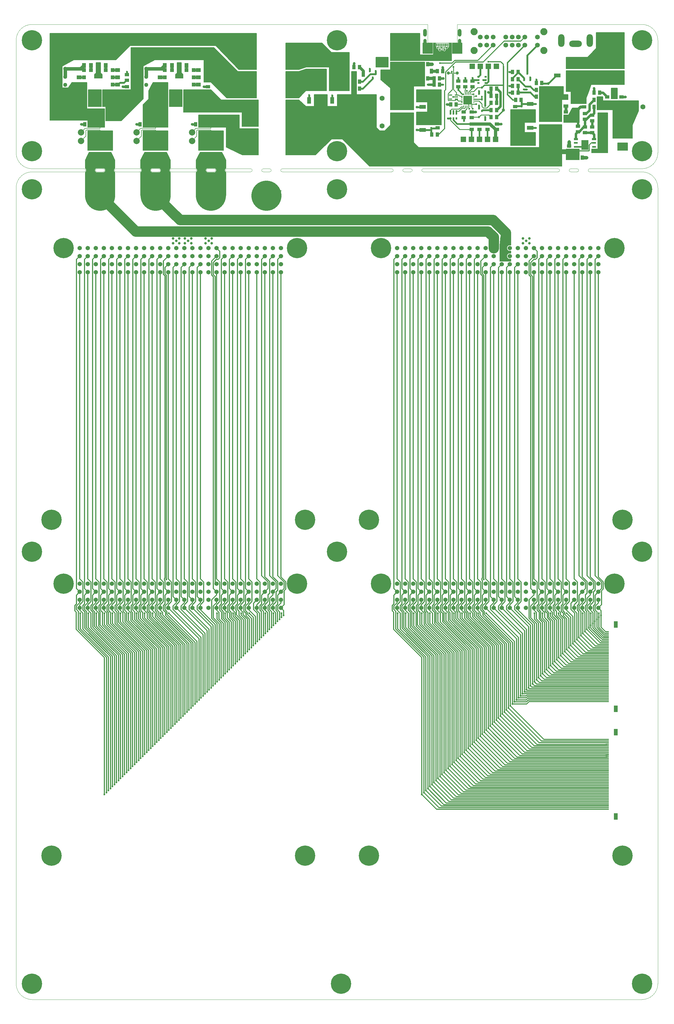
<source format=gbr>
G04 #@! TF.GenerationSoftware,KiCad,Pcbnew,(5.1.6)-1*
G04 #@! TF.CreationDate,2020-08-26T11:46:55+02:00*
G04 #@! TF.ProjectId,element_foxtrot,656c656d-656e-4745-9f66-6f7874726f74,v1.0*
G04 #@! TF.SameCoordinates,Original*
G04 #@! TF.FileFunction,Copper,L1,Top*
G04 #@! TF.FilePolarity,Positive*
%FSLAX46Y46*%
G04 Gerber Fmt 4.6, Leading zero omitted, Abs format (unit mm)*
G04 Created by KiCad (PCBNEW (5.1.6)-1) date 2020-08-26 11:46:55*
%MOMM*%
%LPD*%
G01*
G04 APERTURE LIST*
G04 #@! TA.AperFunction,Profile*
%ADD10C,0.050000*%
G04 #@! TD*
G04 #@! TA.AperFunction,ComponentPad*
%ADD11C,1.500000*%
G04 #@! TD*
G04 #@! TA.AperFunction,ComponentPad*
%ADD12C,2.250000*%
G04 #@! TD*
G04 #@! TA.AperFunction,SMDPad,CuDef*
%ADD13R,2.200000X3.100000*%
G04 #@! TD*
G04 #@! TA.AperFunction,SMDPad,CuDef*
%ADD14R,1.270000X0.500000*%
G04 #@! TD*
G04 #@! TA.AperFunction,SMDPad,CuDef*
%ADD15R,2.400000X7.500000*%
G04 #@! TD*
G04 #@! TA.AperFunction,SMDPad,CuDef*
%ADD16R,1.400000X1.100000*%
G04 #@! TD*
G04 #@! TA.AperFunction,SMDPad,CuDef*
%ADD17R,2.700000X2.700000*%
G04 #@! TD*
G04 #@! TA.AperFunction,SMDPad,CuDef*
%ADD18R,0.250000X0.600000*%
G04 #@! TD*
G04 #@! TA.AperFunction,SMDPad,CuDef*
%ADD19R,0.600000X0.250000*%
G04 #@! TD*
G04 #@! TA.AperFunction,ViaPad*
%ADD20C,0.600000*%
G04 #@! TD*
G04 #@! TA.AperFunction,SMDPad,CuDef*
%ADD21R,2.150000X1.300000*%
G04 #@! TD*
G04 #@! TA.AperFunction,SMDPad,CuDef*
%ADD22R,5.700000X5.500000*%
G04 #@! TD*
G04 #@! TA.AperFunction,SMDPad,CuDef*
%ADD23R,1.300000X2.150000*%
G04 #@! TD*
G04 #@! TA.AperFunction,SMDPad,CuDef*
%ADD24R,5.500000X5.700000*%
G04 #@! TD*
G04 #@! TA.AperFunction,ComponentPad*
%ADD25C,1.300000*%
G04 #@! TD*
G04 #@! TA.AperFunction,SMDPad,CuDef*
%ADD26R,1.050000X1.500000*%
G04 #@! TD*
G04 #@! TA.AperFunction,SMDPad,CuDef*
%ADD27R,1.500000X1.050000*%
G04 #@! TD*
G04 #@! TA.AperFunction,SMDPad,CuDef*
%ADD28R,0.700000X0.600000*%
G04 #@! TD*
G04 #@! TA.AperFunction,SMDPad,CuDef*
%ADD29R,1.300000X2.000000*%
G04 #@! TD*
G04 #@! TA.AperFunction,SMDPad,CuDef*
%ADD30R,1.000000X0.300000*%
G04 #@! TD*
G04 #@! TA.AperFunction,ComponentPad*
%ADD31C,1.365000*%
G04 #@! TD*
G04 #@! TA.AperFunction,ComponentPad*
%ADD32C,0.800000*%
G04 #@! TD*
G04 #@! TA.AperFunction,ComponentPad*
%ADD33C,6.400000*%
G04 #@! TD*
G04 #@! TA.AperFunction,SMDPad,CuDef*
%ADD34C,1.000000*%
G04 #@! TD*
G04 #@! TA.AperFunction,SMDPad,CuDef*
%ADD35C,2.000000*%
G04 #@! TD*
G04 #@! TA.AperFunction,ComponentPad*
%ADD36R,1.750000X1.750000*%
G04 #@! TD*
G04 #@! TA.AperFunction,SMDPad,CuDef*
%ADD37R,1.100000X1.400000*%
G04 #@! TD*
G04 #@! TA.AperFunction,ComponentPad*
%ADD38O,1.100000X2.550000*%
G04 #@! TD*
G04 #@! TA.AperFunction,ComponentPad*
%ADD39O,1.200000X2.400000*%
G04 #@! TD*
G04 #@! TA.AperFunction,SMDPad,CuDef*
%ADD40R,0.350000X0.900000*%
G04 #@! TD*
G04 #@! TA.AperFunction,SMDPad,CuDef*
%ADD41R,1.200000X2.070000*%
G04 #@! TD*
G04 #@! TA.AperFunction,ComponentPad*
%ADD42C,2.600000*%
G04 #@! TD*
G04 #@! TA.AperFunction,SMDPad,CuDef*
%ADD43R,0.600000X0.900000*%
G04 #@! TD*
G04 #@! TA.AperFunction,SMDPad,CuDef*
%ADD44R,0.860000X0.540000*%
G04 #@! TD*
G04 #@! TA.AperFunction,ComponentPad*
%ADD45C,1.600000*%
G04 #@! TD*
G04 #@! TA.AperFunction,ComponentPad*
%ADD46R,1.600000X1.600000*%
G04 #@! TD*
G04 #@! TA.AperFunction,SMDPad,CuDef*
%ADD47R,2.500000X1.700000*%
G04 #@! TD*
G04 #@! TA.AperFunction,SMDPad,CuDef*
%ADD48R,0.600000X0.700000*%
G04 #@! TD*
G04 #@! TA.AperFunction,ComponentPad*
%ADD49O,4.500000X2.250000*%
G04 #@! TD*
G04 #@! TA.AperFunction,ComponentPad*
%ADD50O,4.000000X2.000000*%
G04 #@! TD*
G04 #@! TA.AperFunction,ComponentPad*
%ADD51O,2.000000X4.000000*%
G04 #@! TD*
G04 #@! TA.AperFunction,SMDPad,CuDef*
%ADD52R,1.000000X0.350000*%
G04 #@! TD*
G04 #@! TA.AperFunction,SMDPad,CuDef*
%ADD53R,1.700000X2.500000*%
G04 #@! TD*
G04 #@! TA.AperFunction,SMDPad,CuDef*
%ADD54R,1.250000X1.270000*%
G04 #@! TD*
G04 #@! TA.AperFunction,SMDPad,CuDef*
%ADD55R,1.270000X1.250000*%
G04 #@! TD*
G04 #@! TA.AperFunction,SMDPad,CuDef*
%ADD56R,1.630000X1.270000*%
G04 #@! TD*
G04 #@! TA.AperFunction,SMDPad,CuDef*
%ADD57R,1.270000X1.630000*%
G04 #@! TD*
G04 #@! TA.AperFunction,SMDPad,CuDef*
%ADD58R,1.270000X1.270000*%
G04 #@! TD*
G04 #@! TA.AperFunction,SMDPad,CuDef*
%ADD59R,2.030000X4.320000*%
G04 #@! TD*
G04 #@! TA.AperFunction,SMDPad,CuDef*
%ADD60R,4.320000X2.030000*%
G04 #@! TD*
G04 #@! TA.AperFunction,ComponentPad*
%ADD61C,9.520000*%
G04 #@! TD*
G04 #@! TA.AperFunction,SMDPad,CuDef*
%ADD62R,1.750000X1.250000*%
G04 #@! TD*
G04 #@! TA.AperFunction,ViaPad*
%ADD63C,0.800000*%
G04 #@! TD*
G04 #@! TA.AperFunction,ViaPad*
%ADD64C,1.100000*%
G04 #@! TD*
G04 #@! TA.AperFunction,Conductor*
%ADD65C,0.323000*%
G04 #@! TD*
G04 #@! TA.AperFunction,Conductor*
%ADD66C,0.370000*%
G04 #@! TD*
G04 #@! TA.AperFunction,Conductor*
%ADD67C,0.396000*%
G04 #@! TD*
G04 #@! TA.AperFunction,Conductor*
%ADD68C,0.800000*%
G04 #@! TD*
G04 #@! TA.AperFunction,Conductor*
%ADD69C,1.100000*%
G04 #@! TD*
G04 #@! TA.AperFunction,Conductor*
%ADD70C,0.500000*%
G04 #@! TD*
G04 #@! TA.AperFunction,Conductor*
%ADD71C,0.250000*%
G04 #@! TD*
G04 #@! TA.AperFunction,Conductor*
%ADD72C,0.600000*%
G04 #@! TD*
G04 #@! TA.AperFunction,Conductor*
%ADD73C,0.300000*%
G04 #@! TD*
G04 #@! TA.AperFunction,Conductor*
%ADD74C,0.920000*%
G04 #@! TD*
G04 #@! TA.AperFunction,Conductor*
%ADD75C,3.460000*%
G04 #@! TD*
G04 #@! TA.AperFunction,Conductor*
%ADD76C,3.314000*%
G04 #@! TD*
G04 #@! TA.AperFunction,Conductor*
%ADD77C,0.200000*%
G04 #@! TD*
G04 #@! TA.AperFunction,Conductor*
%ADD78C,0.400000*%
G04 #@! TD*
G04 #@! TA.AperFunction,Conductor*
%ADD79C,0.380000*%
G04 #@! TD*
G04 #@! TA.AperFunction,Conductor*
%ADD80C,1.500000*%
G04 #@! TD*
G04 #@! TA.AperFunction,Conductor*
%ADD81C,1.000000*%
G04 #@! TD*
G04 #@! TA.AperFunction,Conductor*
%ADD82C,0.127000*%
G04 #@! TD*
G04 APERTURE END LIST*
D10*
X109000000Y-79000000D02*
X143500000Y-79000000D01*
X143500000Y-78000000D02*
X109000000Y-78000000D01*
X200000000Y-79000000D02*
X202000000Y-79000000D01*
X196000000Y-78000000D02*
X153500000Y-78000000D01*
X147500000Y-79000000D02*
G75*
G02*
X147500000Y-78000000I0J500000D01*
G01*
X153500000Y-79000000D02*
X196000000Y-79000000D01*
X200000000Y-79000000D02*
G75*
G02*
X200000000Y-78000000I0J500000D01*
G01*
X147500000Y-79000000D02*
X149500000Y-79000000D01*
X196000000Y-78000000D02*
G75*
G02*
X196000000Y-79000000I0J-500000D01*
G01*
X143500000Y-78000000D02*
G75*
G02*
X143500000Y-79000000I0J-500000D01*
G01*
X202000000Y-78000000D02*
G75*
G02*
X202000000Y-79000000I0J-500000D01*
G01*
X206000000Y-79000000D02*
G75*
G02*
X206000000Y-78000000I0J500000D01*
G01*
X153500000Y-79000000D02*
G75*
G02*
X153500000Y-78000000I0J500000D01*
G01*
X206000000Y-79000000D02*
X222500000Y-79000000D01*
X222500000Y-78000000D02*
X206000000Y-78000000D01*
X149500000Y-78000000D02*
G75*
G02*
X149500000Y-79000000I0J-500000D01*
G01*
X149500000Y-78000000D02*
X147500000Y-78000000D01*
X202000000Y-78000000D02*
X200000000Y-78000000D01*
X25000000Y-84000000D02*
G75*
G02*
X30000000Y-79000000I5000000J0D01*
G01*
X30000000Y-78000000D02*
G75*
G02*
X25000000Y-73000000I0J5000000D01*
G01*
X227500000Y-335000000D02*
G75*
G02*
X222500000Y-340000000I-5000000J0D01*
G01*
X30000000Y-340000000D02*
G75*
G02*
X25000000Y-335000000I0J5000000D01*
G01*
X99000000Y-78000000D02*
G75*
G02*
X99000000Y-79000000I0J-500000D01*
G01*
X99000000Y-78000000D02*
X91500000Y-78000000D01*
X91500000Y-79000000D02*
G75*
G02*
X91500000Y-78000000I0J500000D01*
G01*
X91500000Y-79000000D02*
X99000000Y-79000000D01*
X81500000Y-78000000D02*
X74000000Y-78000000D01*
X81500000Y-78000000D02*
G75*
G02*
X81500000Y-79000000I0J-500000D01*
G01*
X74000000Y-79000000D02*
G75*
G02*
X74000000Y-78000000I0J500000D01*
G01*
X74000000Y-79000000D02*
X81500000Y-79000000D01*
X50500000Y-79000000D02*
X52500000Y-79000000D01*
X70000000Y-78000000D02*
X68000000Y-78000000D01*
X56500000Y-79000000D02*
X64000000Y-79000000D01*
X68000000Y-79000000D02*
X70000000Y-79000000D01*
X46500000Y-78000000D02*
G75*
G02*
X46500000Y-79000000I0J-500000D01*
G01*
X70000000Y-78000000D02*
G75*
G02*
X70000000Y-79000000I0J-500000D01*
G01*
X52500000Y-78000000D02*
X50500000Y-78000000D01*
X85500000Y-79000000D02*
X87500000Y-79000000D01*
X50500000Y-79000000D02*
G75*
G02*
X50500000Y-78000000I0J500000D01*
G01*
X87500000Y-78000000D02*
X85500000Y-78000000D01*
X68000000Y-79000000D02*
G75*
G02*
X68000000Y-78000000I0J500000D01*
G01*
X46500000Y-78000000D02*
X30000000Y-78000000D01*
X64000000Y-78000000D02*
G75*
G02*
X64000000Y-79000000I0J-500000D01*
G01*
X56500000Y-79000000D02*
G75*
G02*
X56500000Y-78000000I0J500000D01*
G01*
X64000000Y-78000000D02*
X56500000Y-78000000D01*
X30000000Y-79000000D02*
X46500000Y-79000000D01*
X109000000Y-79000000D02*
G75*
G02*
X109000000Y-78000000I0J500000D01*
G01*
X103000000Y-79000000D02*
G75*
G02*
X103000000Y-78000000I0J500000D01*
G01*
X103000000Y-79000000D02*
X105000000Y-79000000D01*
X105000000Y-78000000D02*
X103000000Y-78000000D01*
X52500000Y-78000000D02*
G75*
G02*
X52500000Y-79000000I0J-500000D01*
G01*
X87500000Y-78000000D02*
G75*
G02*
X87500000Y-79000000I0J-500000D01*
G01*
X85500000Y-79000000D02*
G75*
G02*
X85500000Y-78000000I0J500000D01*
G01*
X105000000Y-78000000D02*
G75*
G02*
X105000000Y-79000000I0J-500000D01*
G01*
X25000000Y-73000000D02*
X25000000Y-37500000D01*
X25000000Y-37500000D02*
G75*
G02*
X30000000Y-32500000I5000000J0D01*
G01*
X227500000Y-84000000D02*
X227500000Y-335000000D01*
X222500000Y-79000000D02*
G75*
G02*
X227500000Y-84000000I0J-5000000D01*
G01*
X227500000Y-73000000D02*
G75*
G02*
X222500000Y-78000000I-5000000J0D01*
G01*
X222500000Y-32500000D02*
G75*
G02*
X227500000Y-37500000I0J-5000000D01*
G01*
X154830000Y-38220000D02*
X154830000Y-32500000D01*
X164180000Y-38220000D02*
X154830000Y-38220000D01*
X164180000Y-32500000D02*
X164180000Y-38220000D01*
X164180000Y-32500000D02*
X222500000Y-32500000D01*
X30000000Y-32500000D02*
X154830000Y-32500000D01*
X25000000Y-335000000D02*
X25000000Y-84000000D01*
X222500000Y-340000000D02*
X30000000Y-340000000D01*
X227500000Y-37500000D02*
X227500000Y-73000000D01*
D11*
X189500000Y-36500000D03*
X185500000Y-36500000D03*
X183500000Y-36500000D03*
X181500000Y-36500000D03*
X179500000Y-36500000D03*
X175500000Y-36500000D03*
X173500000Y-36500000D03*
X171500000Y-36500000D03*
X189500000Y-39000000D03*
X185500000Y-39000000D03*
X183500000Y-39000000D03*
X181500000Y-39000000D03*
X179500000Y-39000000D03*
X175500000Y-39000000D03*
X173500000Y-39000000D03*
X171500000Y-39000000D03*
D12*
X191500000Y-40750000D03*
X191500000Y-34750000D03*
X169500000Y-34750000D03*
X169500000Y-40750000D03*
D13*
X204500000Y-70500000D03*
D14*
X201642000Y-68595000D03*
X201642000Y-69865000D03*
X201642000Y-71135000D03*
X201642000Y-72405000D03*
X207358000Y-68595000D03*
X207358000Y-69865000D03*
X207358000Y-71135000D03*
X207358000Y-72405000D03*
D15*
X216350000Y-64250000D03*
X210150000Y-64250000D03*
D16*
X59940000Y-52125000D03*
X59940000Y-53875000D03*
X85500000Y-52125000D03*
X85500000Y-53875000D03*
D17*
X167500000Y-56380000D03*
D18*
X168750000Y-54480000D03*
X168250000Y-54480000D03*
X167750000Y-54480000D03*
X167250000Y-54480000D03*
X166750000Y-54480000D03*
X166250000Y-54480000D03*
D19*
X169400000Y-57630000D03*
X169400000Y-57130000D03*
X169400000Y-56630000D03*
X169400000Y-56130000D03*
X169400000Y-55630000D03*
X169400000Y-55130000D03*
D18*
X168750000Y-58280000D03*
X168250000Y-58280000D03*
X167750000Y-58280000D03*
X167250000Y-58280000D03*
X166750000Y-58280000D03*
X166250000Y-58280000D03*
D19*
X165600000Y-57630000D03*
X165600000Y-57130000D03*
X165600000Y-56630000D03*
X165600000Y-56130000D03*
X165600000Y-55630000D03*
X165600000Y-55130000D03*
D20*
X192306250Y-68792500D03*
X192306250Y-67370000D03*
X192306250Y-65947500D03*
X193915000Y-68792500D03*
X193915000Y-67370000D03*
X193915000Y-65947500D03*
X195523750Y-68792500D03*
X195523750Y-67370000D03*
X195523750Y-65947500D03*
D21*
X187250000Y-69655000D03*
D22*
X193915000Y-67370000D03*
D21*
X187250000Y-65085000D03*
D20*
X121172500Y-51378750D03*
X119750000Y-51378750D03*
X118327500Y-51378750D03*
X121172500Y-49770000D03*
X119750000Y-49770000D03*
X118327500Y-49770000D03*
X121172500Y-48161250D03*
X119750000Y-48161250D03*
X118327500Y-48161250D03*
D23*
X122035000Y-56435000D03*
D24*
X119750000Y-49770000D03*
D23*
X117465000Y-56435000D03*
D20*
X128422500Y-51378750D03*
X127000000Y-51378750D03*
X125577500Y-51378750D03*
X128422500Y-49770000D03*
X127000000Y-49770000D03*
X125577500Y-49770000D03*
X128422500Y-48161250D03*
X127000000Y-48161250D03*
X125577500Y-48161250D03*
D23*
X129285000Y-56435000D03*
D24*
X127000000Y-49770000D03*
D23*
X124715000Y-56435000D03*
D20*
X148193750Y-62077500D03*
X148193750Y-63500000D03*
X148193750Y-64922500D03*
X146585000Y-62077500D03*
X146585000Y-63500000D03*
X146585000Y-64922500D03*
X144976250Y-62077500D03*
X144976250Y-63500000D03*
X144976250Y-64922500D03*
D21*
X153250000Y-61215000D03*
D22*
X146585000Y-63500000D03*
D21*
X153250000Y-65785000D03*
D20*
X192306250Y-61292500D03*
X192306250Y-59870000D03*
X192306250Y-58447500D03*
X193915000Y-61292500D03*
X193915000Y-59870000D03*
X193915000Y-58447500D03*
X195523750Y-61292500D03*
X195523750Y-59870000D03*
X195523750Y-58447500D03*
D21*
X187250000Y-62155000D03*
D22*
X193915000Y-59870000D03*
D21*
X187250000Y-57585000D03*
D20*
X148193750Y-54827500D03*
X148193750Y-56250000D03*
X148193750Y-57672500D03*
X146585000Y-54827500D03*
X146585000Y-56250000D03*
X146585000Y-57672500D03*
X144976250Y-54827500D03*
X144976250Y-56250000D03*
X144976250Y-57672500D03*
D21*
X153250000Y-53965000D03*
D22*
X146585000Y-56250000D03*
D21*
X153250000Y-58535000D03*
D20*
X200806250Y-52292500D03*
X200806250Y-50870000D03*
X200806250Y-49447500D03*
X202415000Y-52292500D03*
X202415000Y-50870000D03*
X202415000Y-49447500D03*
X204023750Y-52292500D03*
X204023750Y-50870000D03*
X204023750Y-49447500D03*
D21*
X195750000Y-53155000D03*
D22*
X202415000Y-50870000D03*
D21*
X195750000Y-48585000D03*
D25*
X40480000Y-51590000D03*
X40480000Y-49050000D03*
X40480000Y-46510000D03*
X66040000Y-51590000D03*
X66040000Y-49050000D03*
X66040000Y-46510000D03*
D26*
X131475000Y-48250000D03*
X134525000Y-48250000D03*
D27*
X198500000Y-55225000D03*
X198500000Y-58275000D03*
D26*
X152975000Y-47250000D03*
X156025000Y-47250000D03*
D28*
X173150000Y-49050000D03*
X173150000Y-50000000D03*
X173150000Y-50950000D03*
X170850000Y-50950000D03*
X170850000Y-50000000D03*
X170850000Y-49050000D03*
D29*
X214200000Y-255700000D03*
X214200000Y-282300000D03*
D30*
X211500000Y-258000000D03*
X211500000Y-258500000D03*
X211500000Y-259000000D03*
X211500000Y-259500000D03*
X211500000Y-260000000D03*
X211500000Y-260500000D03*
X211500000Y-261000000D03*
X211500000Y-261500000D03*
X211500000Y-262000000D03*
X211500000Y-262500000D03*
X211500000Y-263000000D03*
X211500000Y-263500000D03*
X211500000Y-264000000D03*
X211500000Y-264500000D03*
X211500000Y-265000000D03*
X211500000Y-265500000D03*
X211500000Y-266000000D03*
X211500000Y-266500000D03*
X211500000Y-267000000D03*
X211500000Y-267500000D03*
X211500000Y-268000000D03*
X211500000Y-268500000D03*
X211500000Y-269000000D03*
X211500000Y-269500000D03*
X211500000Y-270000000D03*
X211500000Y-270500000D03*
X211500000Y-271000000D03*
X211500000Y-271500000D03*
X211500000Y-272000000D03*
X211500000Y-272500000D03*
X211500000Y-273000000D03*
X211500000Y-273500000D03*
X211500000Y-274000000D03*
X211500000Y-274500000D03*
X211500000Y-275000000D03*
X211500000Y-275500000D03*
X211500000Y-276000000D03*
X211500000Y-276500000D03*
X211500000Y-277000000D03*
X211500000Y-277500000D03*
X211500000Y-278000000D03*
X211500000Y-278500000D03*
X211500000Y-279000000D03*
X211500000Y-279500000D03*
X211500000Y-280000000D03*
D29*
X214200000Y-221700000D03*
X214200000Y-248300000D03*
D30*
X211500000Y-224000000D03*
X211500000Y-224500000D03*
X211500000Y-225000000D03*
X211500000Y-225500000D03*
X211500000Y-226000000D03*
X211500000Y-226500000D03*
X211500000Y-227000000D03*
X211500000Y-227500000D03*
X211500000Y-228000000D03*
X211500000Y-228500000D03*
X211500000Y-229000000D03*
X211500000Y-229500000D03*
X211500000Y-230000000D03*
X211500000Y-230500000D03*
X211500000Y-231000000D03*
X211500000Y-231500000D03*
X211500000Y-232000000D03*
X211500000Y-232500000D03*
X211500000Y-233000000D03*
X211500000Y-233500000D03*
X211500000Y-234000000D03*
X211500000Y-234500000D03*
X211500000Y-235000000D03*
X211500000Y-235500000D03*
X211500000Y-236000000D03*
X211500000Y-236500000D03*
X211500000Y-237000000D03*
X211500000Y-237500000D03*
X211500000Y-238000000D03*
X211500000Y-238500000D03*
X211500000Y-239000000D03*
X211500000Y-239500000D03*
X211500000Y-240000000D03*
X211500000Y-240500000D03*
X211500000Y-241000000D03*
X211500000Y-241500000D03*
X211500000Y-242000000D03*
X211500000Y-242500000D03*
X211500000Y-243000000D03*
X211500000Y-243500000D03*
X211500000Y-244000000D03*
X211500000Y-244500000D03*
X211500000Y-245000000D03*
X211500000Y-245500000D03*
X211500000Y-246000000D03*
D31*
X185865000Y-216515000D03*
X193485000Y-213975000D03*
X150305000Y-213975000D03*
X152845000Y-216515000D03*
X157925000Y-216515000D03*
X196025000Y-213975000D03*
X160465000Y-216515000D03*
X198565000Y-213975000D03*
X160465000Y-213975000D03*
X163005000Y-213975000D03*
X168085000Y-216515000D03*
X175705000Y-216515000D03*
X190945000Y-213975000D03*
X165545000Y-213975000D03*
X165545000Y-216515000D03*
X203645000Y-216515000D03*
X188405000Y-216515000D03*
X206185000Y-216515000D03*
X173165000Y-216515000D03*
X175705000Y-213975000D03*
X183325000Y-213975000D03*
X152845000Y-213975000D03*
X203645000Y-213975000D03*
X145225000Y-213975000D03*
X201105000Y-213975000D03*
X147765000Y-213975000D03*
X180785000Y-213975000D03*
X196025000Y-216515000D03*
X180785000Y-216515000D03*
X185865000Y-213975000D03*
X163005000Y-216515000D03*
X157925000Y-213975000D03*
X178245000Y-216515000D03*
X170625000Y-216515000D03*
X155385000Y-216515000D03*
X170625000Y-213975000D03*
X193485000Y-216515000D03*
X150305000Y-216515000D03*
X206185000Y-213975000D03*
X208725000Y-216515000D03*
X188405000Y-213975000D03*
X201105000Y-216515000D03*
X190945000Y-216515000D03*
X145225000Y-216515000D03*
X155385000Y-213975000D03*
X178245000Y-213975000D03*
X183325000Y-216515000D03*
X173165000Y-213975000D03*
X208725000Y-213975000D03*
X198565000Y-216515000D03*
X147765000Y-216515000D03*
X168085000Y-213975000D03*
X185865000Y-211435000D03*
X193485000Y-208895000D03*
X150305000Y-208895000D03*
X152845000Y-211435000D03*
X157925000Y-211435000D03*
X196025000Y-208895000D03*
X160465000Y-211435000D03*
X198565000Y-208895000D03*
X160465000Y-208895000D03*
X163005000Y-208895000D03*
X168085000Y-211435000D03*
X175705000Y-211435000D03*
X190945000Y-208895000D03*
X165545000Y-208895000D03*
X165545000Y-211435000D03*
X203645000Y-211435000D03*
X188405000Y-211435000D03*
X206185000Y-211435000D03*
X173165000Y-211435000D03*
X175705000Y-208895000D03*
X183325000Y-208895000D03*
X152845000Y-208895000D03*
X203645000Y-208895000D03*
X145225000Y-208895000D03*
X201105000Y-208895000D03*
X147765000Y-208895000D03*
X180785000Y-208895000D03*
X196025000Y-211435000D03*
X180785000Y-211435000D03*
X185865000Y-208895000D03*
X163005000Y-211435000D03*
X157925000Y-208895000D03*
X178245000Y-211435000D03*
X170625000Y-211435000D03*
X155385000Y-211435000D03*
X170625000Y-208895000D03*
X193485000Y-211435000D03*
X150305000Y-211435000D03*
X206185000Y-208895000D03*
X208725000Y-211435000D03*
X188405000Y-208895000D03*
X201105000Y-211435000D03*
X190945000Y-211435000D03*
X145225000Y-211435000D03*
X155385000Y-208895000D03*
X178245000Y-208895000D03*
X183325000Y-211435000D03*
X173165000Y-208895000D03*
X208725000Y-208895000D03*
X198565000Y-211435000D03*
X147765000Y-211435000D03*
X168085000Y-208895000D03*
D32*
X216345000Y-292220000D03*
X218042056Y-292922944D03*
X216345000Y-297020000D03*
X214647944Y-296317056D03*
X213945000Y-294620000D03*
X218745000Y-294620000D03*
X218042056Y-296317056D03*
X136335000Y-292220000D03*
X214647944Y-292922944D03*
D33*
X216345000Y-294620000D03*
D32*
X138032056Y-292922944D03*
X138032056Y-296317056D03*
X136335000Y-297020000D03*
X134637944Y-292922944D03*
X133935000Y-294620000D03*
X134637944Y-296317056D03*
D33*
X136335000Y-294620000D03*
D32*
X138735000Y-294620000D03*
X216205000Y-208895000D03*
X215502056Y-210592056D03*
X213805000Y-206495000D03*
X212107944Y-210592056D03*
X211405000Y-208895000D03*
X215502056Y-207197944D03*
X213805000Y-211295000D03*
X212107944Y-207197944D03*
D33*
X213805000Y-208895000D03*
D32*
X141842056Y-207197944D03*
X138447944Y-207197944D03*
X137745000Y-208895000D03*
X138447944Y-210592056D03*
D33*
X140145000Y-208895000D03*
D32*
X140145000Y-211295000D03*
X140145000Y-206495000D03*
X141842056Y-210592056D03*
X142545000Y-208895000D03*
D31*
X85695000Y-110635000D03*
X93315000Y-108095000D03*
X50135000Y-108095000D03*
X52675000Y-110635000D03*
X57755000Y-110635000D03*
X95855000Y-108095000D03*
X60295000Y-110635000D03*
X98395000Y-108095000D03*
X60295000Y-108095000D03*
X62835000Y-108095000D03*
X67915000Y-110635000D03*
X75535000Y-110635000D03*
X90775000Y-108095000D03*
X65375000Y-108095000D03*
X65375000Y-110635000D03*
X103475000Y-110635000D03*
X88235000Y-110635000D03*
X106015000Y-110635000D03*
X72995000Y-110635000D03*
X75535000Y-108095000D03*
X83155000Y-108095000D03*
X52675000Y-108095000D03*
X103475000Y-108095000D03*
X45055000Y-108095000D03*
X100935000Y-108095000D03*
X47595000Y-108095000D03*
X80615000Y-108095000D03*
X95855000Y-110635000D03*
X80615000Y-110635000D03*
X85695000Y-108095000D03*
X62835000Y-110635000D03*
X57755000Y-108095000D03*
X78075000Y-110635000D03*
X70455000Y-110635000D03*
X55215000Y-110635000D03*
X70455000Y-108095000D03*
X93315000Y-110635000D03*
X50135000Y-110635000D03*
X106015000Y-108095000D03*
X108555000Y-110635000D03*
X88235000Y-108095000D03*
X100935000Y-110635000D03*
X90775000Y-110635000D03*
X45055000Y-110635000D03*
X55215000Y-108095000D03*
X78075000Y-108095000D03*
X83155000Y-110635000D03*
X72995000Y-108095000D03*
X108555000Y-108095000D03*
X98395000Y-110635000D03*
X47595000Y-110635000D03*
X67915000Y-108095000D03*
X85695000Y-105555000D03*
X93315000Y-103015000D03*
X50135000Y-103015000D03*
X52675000Y-105555000D03*
X57755000Y-105555000D03*
X95855000Y-103015000D03*
X60295000Y-105555000D03*
X98395000Y-103015000D03*
X60295000Y-103015000D03*
X62835000Y-103015000D03*
X67915000Y-105555000D03*
X75535000Y-105555000D03*
X90775000Y-103015000D03*
X65375000Y-103015000D03*
X65375000Y-105555000D03*
X103475000Y-105555000D03*
X88235000Y-105555000D03*
X106015000Y-105555000D03*
X72995000Y-105555000D03*
X75535000Y-103015000D03*
X83155000Y-103015000D03*
X52675000Y-103015000D03*
X103475000Y-103015000D03*
X45055000Y-103015000D03*
X100935000Y-103015000D03*
X47595000Y-103015000D03*
X80615000Y-103015000D03*
X95855000Y-105555000D03*
X80615000Y-105555000D03*
X85695000Y-103015000D03*
X62835000Y-105555000D03*
X57755000Y-103015000D03*
X78075000Y-105555000D03*
X70455000Y-105555000D03*
X55215000Y-105555000D03*
X70455000Y-103015000D03*
X93315000Y-105555000D03*
X50135000Y-105555000D03*
X106015000Y-103015000D03*
X108555000Y-105555000D03*
X88235000Y-103015000D03*
X100935000Y-105555000D03*
X90775000Y-105555000D03*
X45055000Y-105555000D03*
X55215000Y-103015000D03*
X78075000Y-103015000D03*
X83155000Y-105555000D03*
X72995000Y-103015000D03*
X108555000Y-103015000D03*
X98395000Y-105555000D03*
X47595000Y-105555000D03*
X67915000Y-103015000D03*
D32*
X116175000Y-186340000D03*
X117872056Y-187042944D03*
X116175000Y-191140000D03*
X114477944Y-190437056D03*
X113775000Y-188740000D03*
X118575000Y-188740000D03*
X117872056Y-190437056D03*
X36165000Y-186340000D03*
X114477944Y-187042944D03*
D33*
X116175000Y-188740000D03*
D32*
X37862056Y-187042944D03*
X37862056Y-190437056D03*
X36165000Y-191140000D03*
X34467944Y-187042944D03*
X33765000Y-188740000D03*
X34467944Y-190437056D03*
D33*
X36165000Y-188740000D03*
D32*
X38565000Y-188740000D03*
X116035000Y-103015000D03*
X115332056Y-104712056D03*
X113635000Y-100615000D03*
X111937944Y-104712056D03*
X111235000Y-103015000D03*
X115332056Y-101317944D03*
X113635000Y-105415000D03*
X111937944Y-101317944D03*
D33*
X113635000Y-103015000D03*
D32*
X41672056Y-101317944D03*
X38277944Y-101317944D03*
X37575000Y-103015000D03*
X38277944Y-104712056D03*
D33*
X39975000Y-103015000D03*
D32*
X39975000Y-105415000D03*
X39975000Y-100615000D03*
X41672056Y-104712056D03*
X42375000Y-103015000D03*
D33*
X222500000Y-335000000D03*
D32*
X224900000Y-335000000D03*
X224197056Y-336697056D03*
X222500000Y-337400000D03*
X220802944Y-336697056D03*
X220100000Y-335000000D03*
X220802944Y-333302944D03*
X222500000Y-332600000D03*
X224197056Y-333302944D03*
D33*
X127500000Y-335000000D03*
D32*
X129900000Y-335000000D03*
X129197056Y-336697056D03*
X127500000Y-337400000D03*
X125802944Y-336697056D03*
X125100000Y-335000000D03*
X125802944Y-333302944D03*
X127500000Y-332600000D03*
X129197056Y-333302944D03*
D33*
X30000000Y-335000000D03*
D32*
X32400000Y-335000000D03*
X31697056Y-336697056D03*
X30000000Y-337400000D03*
X28302944Y-336697056D03*
X27600000Y-335000000D03*
X28302944Y-333302944D03*
X30000000Y-332600000D03*
X31697056Y-333302944D03*
D31*
X185865000Y-110635000D03*
X193485000Y-108095000D03*
X150305000Y-108095000D03*
X152845000Y-110635000D03*
X157925000Y-110635000D03*
X196025000Y-108095000D03*
X160465000Y-110635000D03*
X198565000Y-108095000D03*
X160465000Y-108095000D03*
X163005000Y-108095000D03*
X168085000Y-110635000D03*
X175705000Y-110635000D03*
X190945000Y-108095000D03*
X165545000Y-108095000D03*
X165545000Y-110635000D03*
X203645000Y-110635000D03*
X188405000Y-110635000D03*
X206185000Y-110635000D03*
X173165000Y-110635000D03*
X175705000Y-108095000D03*
X183325000Y-108095000D03*
X152845000Y-108095000D03*
X203645000Y-108095000D03*
X145225000Y-108095000D03*
X201105000Y-108095000D03*
X147765000Y-108095000D03*
X180785000Y-108095000D03*
X196025000Y-110635000D03*
X180785000Y-110635000D03*
X185865000Y-108095000D03*
X163005000Y-110635000D03*
X157925000Y-108095000D03*
X178245000Y-110635000D03*
X170625000Y-110635000D03*
X155385000Y-110635000D03*
X170625000Y-108095000D03*
X193485000Y-110635000D03*
X150305000Y-110635000D03*
X206185000Y-108095000D03*
X208725000Y-110635000D03*
X188405000Y-108095000D03*
X201105000Y-110635000D03*
X190945000Y-110635000D03*
X145225000Y-110635000D03*
X155385000Y-108095000D03*
X178245000Y-108095000D03*
X183325000Y-110635000D03*
X173165000Y-108095000D03*
X208725000Y-108095000D03*
X198565000Y-110635000D03*
X147765000Y-110635000D03*
X168085000Y-108095000D03*
X185865000Y-105555000D03*
X193485000Y-103015000D03*
X150305000Y-103015000D03*
X152845000Y-105555000D03*
X157925000Y-105555000D03*
X196025000Y-103015000D03*
X160465000Y-105555000D03*
X198565000Y-103015000D03*
X160465000Y-103015000D03*
X163005000Y-103015000D03*
X168085000Y-105555000D03*
X175705000Y-105555000D03*
X190945000Y-103015000D03*
X165545000Y-103015000D03*
X165545000Y-105555000D03*
X203645000Y-105555000D03*
X188405000Y-105555000D03*
X206185000Y-105555000D03*
X173165000Y-105555000D03*
X175705000Y-103015000D03*
X183325000Y-103015000D03*
X152845000Y-103015000D03*
X203645000Y-103015000D03*
X145225000Y-103015000D03*
X201105000Y-103015000D03*
X147765000Y-103015000D03*
X180785000Y-103015000D03*
X196025000Y-105555000D03*
X180785000Y-105555000D03*
X185865000Y-103015000D03*
X163005000Y-105555000D03*
X157925000Y-103015000D03*
X178245000Y-105555000D03*
X170625000Y-105555000D03*
X155385000Y-105555000D03*
X170625000Y-103015000D03*
X193485000Y-105555000D03*
X150305000Y-105555000D03*
X206185000Y-103015000D03*
X208725000Y-105555000D03*
X188405000Y-103015000D03*
X201105000Y-105555000D03*
X190945000Y-105555000D03*
X145225000Y-105555000D03*
X155385000Y-103015000D03*
X178245000Y-103015000D03*
X183325000Y-105555000D03*
X173165000Y-103015000D03*
X208725000Y-103015000D03*
X198565000Y-105555000D03*
X147765000Y-105555000D03*
X168085000Y-103015000D03*
D32*
X216345000Y-186340000D03*
X218042056Y-187042944D03*
X216345000Y-191140000D03*
X214647944Y-190437056D03*
X213945000Y-188740000D03*
X218745000Y-188740000D03*
X218042056Y-190437056D03*
X136335000Y-186340000D03*
X214647944Y-187042944D03*
D33*
X216345000Y-188740000D03*
D32*
X138032056Y-187042944D03*
X138032056Y-190437056D03*
X136335000Y-191140000D03*
X134637944Y-187042944D03*
X133935000Y-188740000D03*
X134637944Y-190437056D03*
D33*
X136335000Y-188740000D03*
D32*
X138735000Y-188740000D03*
X216205000Y-103015000D03*
X215502056Y-104712056D03*
X213805000Y-100615000D03*
X212107944Y-104712056D03*
X211405000Y-103015000D03*
X215502056Y-101317944D03*
X213805000Y-105415000D03*
X212107944Y-101317944D03*
D33*
X213805000Y-103015000D03*
D32*
X141842056Y-101317944D03*
X138447944Y-101317944D03*
X137745000Y-103015000D03*
X138447944Y-104712056D03*
D33*
X140145000Y-103015000D03*
D32*
X140145000Y-105415000D03*
X140145000Y-100615000D03*
X141842056Y-104712056D03*
X142545000Y-103015000D03*
D31*
X85695000Y-216515000D03*
X93315000Y-213975000D03*
X50135000Y-213975000D03*
X52675000Y-216515000D03*
X57755000Y-216515000D03*
X95855000Y-213975000D03*
X60295000Y-216515000D03*
X98395000Y-213975000D03*
X60295000Y-213975000D03*
X62835000Y-213975000D03*
X67915000Y-216515000D03*
X75535000Y-216515000D03*
X90775000Y-213975000D03*
X65375000Y-213975000D03*
X65375000Y-216515000D03*
X103475000Y-216515000D03*
X88235000Y-216515000D03*
X106015000Y-216515000D03*
X72995000Y-216515000D03*
X75535000Y-213975000D03*
X83155000Y-213975000D03*
X52675000Y-213975000D03*
X103475000Y-213975000D03*
X45055000Y-213975000D03*
X100935000Y-213975000D03*
X47595000Y-213975000D03*
X80615000Y-213975000D03*
X95855000Y-216515000D03*
X80615000Y-216515000D03*
X85695000Y-213975000D03*
X62835000Y-216515000D03*
X57755000Y-213975000D03*
X78075000Y-216515000D03*
X70455000Y-216515000D03*
X55215000Y-216515000D03*
X70455000Y-213975000D03*
X93315000Y-216515000D03*
X50135000Y-216515000D03*
X106015000Y-213975000D03*
X108555000Y-216515000D03*
X88235000Y-213975000D03*
X100935000Y-216515000D03*
X90775000Y-216515000D03*
X45055000Y-216515000D03*
X55215000Y-213975000D03*
X78075000Y-213975000D03*
X83155000Y-216515000D03*
X72995000Y-213975000D03*
X108555000Y-213975000D03*
X98395000Y-216515000D03*
X47595000Y-216515000D03*
X67915000Y-213975000D03*
X85695000Y-211435000D03*
X93315000Y-208895000D03*
X50135000Y-208895000D03*
X52675000Y-211435000D03*
X57755000Y-211435000D03*
X95855000Y-208895000D03*
X60295000Y-211435000D03*
X98395000Y-208895000D03*
X60295000Y-208895000D03*
X62835000Y-208895000D03*
X67915000Y-211435000D03*
X75535000Y-211435000D03*
X90775000Y-208895000D03*
X65375000Y-208895000D03*
X65375000Y-211435000D03*
X103475000Y-211435000D03*
X88235000Y-211435000D03*
X106015000Y-211435000D03*
X72995000Y-211435000D03*
X75535000Y-208895000D03*
X83155000Y-208895000D03*
X52675000Y-208895000D03*
X103475000Y-208895000D03*
X45055000Y-208895000D03*
X100935000Y-208895000D03*
X47595000Y-208895000D03*
X80615000Y-208895000D03*
X95855000Y-211435000D03*
X80615000Y-211435000D03*
X85695000Y-208895000D03*
X62835000Y-211435000D03*
X57755000Y-208895000D03*
X78075000Y-211435000D03*
X70455000Y-211435000D03*
X55215000Y-211435000D03*
X70455000Y-208895000D03*
X93315000Y-211435000D03*
X50135000Y-211435000D03*
X106015000Y-208895000D03*
X108555000Y-211435000D03*
X88235000Y-208895000D03*
X100935000Y-211435000D03*
X90775000Y-211435000D03*
X45055000Y-211435000D03*
X55215000Y-208895000D03*
X78075000Y-208895000D03*
X83155000Y-211435000D03*
X72995000Y-208895000D03*
X108555000Y-208895000D03*
X98395000Y-211435000D03*
X47595000Y-211435000D03*
X67915000Y-208895000D03*
D32*
X116175000Y-292220000D03*
X117872056Y-292922944D03*
X116175000Y-297020000D03*
X114477944Y-296317056D03*
X113775000Y-294620000D03*
X118575000Y-294620000D03*
X117872056Y-296317056D03*
X36165000Y-292220000D03*
X114477944Y-292922944D03*
D33*
X116175000Y-294620000D03*
D32*
X37862056Y-292922944D03*
X37862056Y-296317056D03*
X36165000Y-297020000D03*
X34467944Y-292922944D03*
X33765000Y-294620000D03*
X34467944Y-296317056D03*
D33*
X36165000Y-294620000D03*
D32*
X38565000Y-294620000D03*
X116035000Y-208895000D03*
X115332056Y-210592056D03*
X113635000Y-206495000D03*
X111937944Y-210592056D03*
X111235000Y-208895000D03*
X115332056Y-207197944D03*
X113635000Y-211295000D03*
X111937944Y-207197944D03*
D33*
X113635000Y-208895000D03*
D32*
X41672056Y-207197944D03*
X38277944Y-207197944D03*
X37575000Y-208895000D03*
X38277944Y-210592056D03*
D33*
X39975000Y-208895000D03*
D32*
X39975000Y-211295000D03*
X39975000Y-206495000D03*
X41672056Y-210592056D03*
X42375000Y-208895000D03*
D34*
X161400000Y-47850000D03*
X164200000Y-47850000D03*
X178740000Y-59500000D03*
D35*
X45500000Y-69250000D03*
X63000000Y-69250000D03*
X80500000Y-69250000D03*
X45500000Y-66500000D03*
X63000000Y-66500000D03*
X80500000Y-66500000D03*
D36*
X48960000Y-73770000D03*
X48960000Y-71230000D03*
X51500000Y-73770000D03*
X54040000Y-73770000D03*
X51500000Y-71230000D03*
X54040000Y-71230000D03*
X66460000Y-73770000D03*
X66460000Y-71230000D03*
X69000000Y-73770000D03*
X71540000Y-73770000D03*
X69000000Y-71230000D03*
X71540000Y-71230000D03*
X83960000Y-73770000D03*
X83960000Y-71230000D03*
X86500000Y-73770000D03*
X89040000Y-73770000D03*
X86500000Y-71230000D03*
X89040000Y-71230000D03*
D37*
X133375000Y-50500000D03*
X131625000Y-50500000D03*
D38*
X154050000Y-38350000D03*
X164950000Y-38350000D03*
D39*
X154050000Y-35120000D03*
X164950000Y-35120000D03*
D40*
X163750000Y-38970000D03*
X163250000Y-38970000D03*
X162750000Y-38970000D03*
X162250000Y-38970000D03*
X161750000Y-38970000D03*
X161250000Y-38970000D03*
X160750000Y-38970000D03*
X160250000Y-38970000D03*
X159750000Y-38970000D03*
X159250000Y-38970000D03*
X158750000Y-38970000D03*
X158250000Y-38970000D03*
X157750000Y-38970000D03*
X157250000Y-38970000D03*
X156750000Y-38970000D03*
X156250000Y-38970000D03*
X155750000Y-38970000D03*
X155250000Y-38970000D03*
D33*
X30000000Y-198750000D03*
D32*
X30000000Y-201150000D03*
X28302944Y-200447056D03*
X27600000Y-198750000D03*
X28302944Y-197052944D03*
X30000000Y-196350000D03*
X31697056Y-197052944D03*
X32400000Y-198750000D03*
X31697056Y-200447056D03*
D33*
X126250000Y-198750000D03*
D32*
X126250000Y-201150000D03*
X124552944Y-200447056D03*
X123850000Y-198750000D03*
X124552944Y-197052944D03*
X126250000Y-196350000D03*
X127947056Y-197052944D03*
X128650000Y-198750000D03*
X127947056Y-200447056D03*
D33*
X222500000Y-198750000D03*
D32*
X222500000Y-201150000D03*
X220802944Y-200447056D03*
X220100000Y-198750000D03*
X220802944Y-197052944D03*
X222500000Y-196350000D03*
X224197056Y-197052944D03*
X224900000Y-198750000D03*
X224197056Y-200447056D03*
D33*
X30000000Y-84500000D03*
D32*
X30000000Y-86900000D03*
X28302944Y-86197056D03*
X27600000Y-84500000D03*
X28302944Y-82802944D03*
X30000000Y-82100000D03*
X31697056Y-82802944D03*
X32400000Y-84500000D03*
X31697056Y-86197056D03*
D33*
X126250000Y-84500000D03*
D32*
X126250000Y-86900000D03*
X124552944Y-86197056D03*
X123850000Y-84500000D03*
X124552944Y-82802944D03*
X126250000Y-82100000D03*
X127947056Y-82802944D03*
X128650000Y-84500000D03*
X127947056Y-86197056D03*
D33*
X222500000Y-84500000D03*
D32*
X222500000Y-86900000D03*
X220802944Y-86197056D03*
X220100000Y-84500000D03*
X220802944Y-82802944D03*
X222500000Y-82100000D03*
X224197056Y-82802944D03*
X224900000Y-84500000D03*
X224197056Y-86197056D03*
D16*
X166250000Y-61875000D03*
X166250000Y-60125000D03*
D37*
X163875000Y-57750000D03*
X162125000Y-57750000D03*
D16*
X166750000Y-52125000D03*
X166750000Y-50375000D03*
X169000000Y-52125000D03*
X169000000Y-50375000D03*
X164500000Y-52125000D03*
X164500000Y-50375000D03*
D33*
X30000000Y-72500000D03*
D32*
X32400000Y-72500000D03*
X31697056Y-74197056D03*
X30000000Y-74900000D03*
X28302944Y-74197056D03*
X27600000Y-72500000D03*
X28302944Y-70802944D03*
X30000000Y-70100000D03*
X31697056Y-70802944D03*
D33*
X30000000Y-37500000D03*
D32*
X32400000Y-37500000D03*
X31697056Y-39197056D03*
X30000000Y-39900000D03*
X28302944Y-39197056D03*
X27600000Y-37500000D03*
X28302944Y-35802944D03*
X30000000Y-35100000D03*
X31697056Y-35802944D03*
D33*
X126250000Y-72500000D03*
D32*
X128650000Y-72500000D03*
X127947056Y-74197056D03*
X126250000Y-74900000D03*
X124552944Y-74197056D03*
X123850000Y-72500000D03*
X124552944Y-70802944D03*
X126250000Y-70100000D03*
X127947056Y-70802944D03*
D33*
X126250000Y-37500000D03*
D32*
X128650000Y-37500000D03*
X127947056Y-39197056D03*
X126250000Y-39900000D03*
X124552944Y-39197056D03*
X123850000Y-37500000D03*
X124552944Y-35802944D03*
X126250000Y-35100000D03*
X127947056Y-35802944D03*
D33*
X222500000Y-72500000D03*
D32*
X224900000Y-72500000D03*
X224197056Y-74197056D03*
X222500000Y-74900000D03*
X220802944Y-74197056D03*
X220100000Y-72500000D03*
X220802944Y-70802944D03*
X222500000Y-70100000D03*
X224197056Y-70802944D03*
D33*
X222500000Y-37500000D03*
D32*
X224900000Y-37500000D03*
X224197056Y-39197056D03*
X222500000Y-39900000D03*
X220802944Y-39197056D03*
X220100000Y-37500000D03*
X220802944Y-35802944D03*
X222500000Y-35100000D03*
X224197056Y-35802944D03*
D16*
X211500000Y-55375000D03*
X211500000Y-57125000D03*
D37*
X209125000Y-54000000D03*
X207375000Y-54000000D03*
D28*
X185250000Y-53000000D03*
X187250000Y-52050000D03*
X187250000Y-53950000D03*
D37*
X176625000Y-59500000D03*
X174875000Y-59500000D03*
X176625000Y-57250000D03*
X174875000Y-57250000D03*
X133375000Y-46000000D03*
X131625000Y-46000000D03*
D16*
X198500000Y-60125000D03*
X198500000Y-61875000D03*
D37*
X157875000Y-47250000D03*
X159625000Y-47250000D03*
D16*
X173750000Y-65625000D03*
X173750000Y-63875000D03*
X171250000Y-65625000D03*
X171250000Y-63875000D03*
X168750000Y-65625000D03*
X168750000Y-63875000D03*
X59940000Y-48375000D03*
X59940000Y-50125000D03*
D37*
X176625000Y-52750000D03*
X174875000Y-52750000D03*
D16*
X168750000Y-60125000D03*
X168750000Y-61875000D03*
D37*
X176625000Y-61750000D03*
X174875000Y-61750000D03*
X133375000Y-52750000D03*
X131625000Y-52750000D03*
X176625000Y-55000000D03*
X174875000Y-55000000D03*
X182625000Y-56250000D03*
X184375000Y-56250000D03*
D16*
X182500000Y-58375000D03*
X182500000Y-60125000D03*
D37*
X157875000Y-67250000D03*
X156125000Y-67250000D03*
X181625000Y-47500000D03*
X183375000Y-47500000D03*
X181625000Y-49750000D03*
X183375000Y-49750000D03*
X189125000Y-53120000D03*
X190875000Y-53120000D03*
D16*
X158000000Y-65125000D03*
X158000000Y-63375000D03*
X202250000Y-66375000D03*
X202250000Y-64625000D03*
D37*
X209125000Y-58500000D03*
X207375000Y-58500000D03*
X181625000Y-51870000D03*
X183375000Y-51870000D03*
X189125000Y-55250000D03*
X190875000Y-55250000D03*
D16*
X204500000Y-60625000D03*
X204500000Y-62375000D03*
D37*
X189125000Y-51000000D03*
X190875000Y-51000000D03*
D16*
X206750000Y-62875000D03*
X206750000Y-61125000D03*
D37*
X154875000Y-49500000D03*
X153125000Y-49500000D03*
X158625000Y-51500000D03*
X156875000Y-51500000D03*
D16*
X176750000Y-63875000D03*
X176750000Y-65625000D03*
D37*
X181625000Y-54000000D03*
X183375000Y-54000000D03*
X207375000Y-56250000D03*
X209125000Y-56250000D03*
X156875000Y-49500000D03*
X158625000Y-49500000D03*
D16*
X204500000Y-64875000D03*
X204500000Y-66625000D03*
X206750000Y-64875000D03*
X206750000Y-66625000D03*
X204250000Y-56725000D03*
X204250000Y-58475000D03*
D37*
X203625000Y-74500000D03*
X201875000Y-74500000D03*
D16*
X213750000Y-57125000D03*
X213750000Y-55375000D03*
D41*
X215570000Y-71000000D03*
X210930000Y-71000000D03*
D42*
X111850000Y-54000000D03*
X111850000Y-49000000D03*
X99150000Y-49000000D03*
X99150000Y-54000000D03*
X111850000Y-45000000D03*
X111850000Y-40000000D03*
X99150000Y-40000000D03*
X99150000Y-45000000D03*
X111850000Y-63000000D03*
X111850000Y-58000000D03*
X99150000Y-58000000D03*
X99150000Y-63000000D03*
X111850000Y-72000000D03*
X111850000Y-67000000D03*
X99150000Y-67000000D03*
X99150000Y-72000000D03*
X150000000Y-37150000D03*
X145000000Y-37150000D03*
X145000000Y-49850000D03*
X150000000Y-49850000D03*
X215000000Y-37150000D03*
X210000000Y-37150000D03*
X210000000Y-49850000D03*
X215000000Y-49850000D03*
D43*
X184500000Y-60240000D03*
X184500000Y-58250000D03*
X156000000Y-63255000D03*
X156000000Y-65245000D03*
X193000000Y-53115000D03*
X193000000Y-51125000D03*
D37*
X46625000Y-64000000D03*
X48375000Y-64000000D03*
X64125000Y-64000000D03*
X65875000Y-64000000D03*
X81625000Y-64000000D03*
X83375000Y-64000000D03*
X153125000Y-45000000D03*
X154875000Y-45000000D03*
D44*
X152930000Y-51500000D03*
X155070000Y-51500000D03*
D45*
X222750000Y-58500000D03*
D46*
X220250000Y-58500000D03*
D47*
X51500000Y-61000000D03*
X55500000Y-61000000D03*
D48*
X172000000Y-52380000D03*
X172950000Y-54380000D03*
X171050000Y-54380000D03*
X172000000Y-56130000D03*
X172950000Y-58130000D03*
X171050000Y-58130000D03*
D45*
X140500000Y-64500000D03*
D46*
X137000000Y-64500000D03*
D45*
X140500000Y-55750000D03*
D46*
X137000000Y-55750000D03*
D48*
X163950000Y-62150000D03*
X163000000Y-62150000D03*
X162050000Y-62150000D03*
X162050000Y-59850000D03*
X163000000Y-59850000D03*
X163950000Y-59850000D03*
X172000000Y-59750000D03*
X172950000Y-61750000D03*
X171050000Y-61750000D03*
X137500000Y-49250000D03*
X136550000Y-47250000D03*
X138450000Y-47250000D03*
X186250000Y-48000000D03*
X187200000Y-50000000D03*
X185300000Y-50000000D03*
D36*
X176560000Y-45750000D03*
X168940000Y-45750000D03*
X174020000Y-45750000D03*
X171480000Y-45750000D03*
X166170000Y-68750000D03*
X168710000Y-68750000D03*
X171250000Y-68750000D03*
X176330000Y-68750000D03*
X173790000Y-68750000D03*
D49*
X201500000Y-44620000D03*
D50*
X201500000Y-38620000D03*
D51*
X197000000Y-37620000D03*
X206000000Y-37620000D03*
D52*
X162050000Y-56030000D03*
X162050000Y-54730000D03*
X163950000Y-54730000D03*
X163950000Y-55380000D03*
X163950000Y-56030000D03*
D53*
X141250000Y-48500000D03*
X141250000Y-44500000D03*
X201500000Y-56000000D03*
X201500000Y-60000000D03*
D16*
X216000000Y-55375000D03*
X216000000Y-57125000D03*
X199500000Y-70875000D03*
X199500000Y-72625000D03*
D54*
X57150000Y-56070000D03*
X44730000Y-56070000D03*
D55*
X53230000Y-57710000D03*
X50940000Y-57710000D03*
X48650000Y-57710000D03*
D56*
X44920000Y-51500000D03*
X44920000Y-49210000D03*
D57*
X46370000Y-45480000D03*
X48650000Y-45480000D03*
X50940000Y-45480000D03*
X53230000Y-45480000D03*
D56*
X56960000Y-46930000D03*
X56960000Y-49210000D03*
X56960000Y-51500000D03*
D58*
X48650000Y-46930000D03*
X46370000Y-49210000D03*
X55510000Y-49210000D03*
X55510000Y-46930000D03*
X53230000Y-46930000D03*
X50940000Y-46930000D03*
X46370000Y-46930000D03*
X46370000Y-51500000D03*
D59*
X46370000Y-54930000D03*
D60*
X49800000Y-56070000D03*
X54370000Y-56070000D03*
D58*
X55510000Y-51500000D03*
D61*
X104000000Y-86500000D03*
X68995000Y-86500000D03*
X51495000Y-86500000D03*
X86495000Y-86500000D03*
D62*
X51500000Y-64125000D03*
X51500000Y-66875000D03*
X69000000Y-64125000D03*
X69000000Y-66875000D03*
X86500000Y-64125000D03*
X86500000Y-66875000D03*
D54*
X82710000Y-56070000D03*
X70290000Y-56070000D03*
D55*
X78790000Y-57710000D03*
X76500000Y-57710000D03*
X74210000Y-57710000D03*
D56*
X70480000Y-51500000D03*
X70480000Y-49210000D03*
D57*
X71930000Y-45480000D03*
X74210000Y-45480000D03*
X76500000Y-45480000D03*
X78790000Y-45480000D03*
D56*
X82520000Y-46930000D03*
X82520000Y-49210000D03*
X82520000Y-51500000D03*
D58*
X74210000Y-46930000D03*
X71930000Y-49210000D03*
X81070000Y-49210000D03*
X81070000Y-46930000D03*
X78790000Y-46930000D03*
X76500000Y-46930000D03*
X71930000Y-46930000D03*
X71930000Y-51500000D03*
D59*
X71930000Y-54930000D03*
D60*
X75360000Y-56070000D03*
X79930000Y-56070000D03*
D58*
X81070000Y-51500000D03*
D20*
X194310000Y-234080000D03*
X94140000Y-234080000D03*
X158750000Y-269640000D03*
X58580000Y-269640000D03*
X162560000Y-265830000D03*
X62390000Y-265830000D03*
X167640000Y-260750000D03*
X67470000Y-260750000D03*
X196850000Y-231540000D03*
X96680000Y-231540000D03*
X170180000Y-258210000D03*
X70010000Y-258210000D03*
X199390000Y-229000000D03*
X99220000Y-229000000D03*
X168910000Y-259480000D03*
X68740000Y-259480000D03*
X171450000Y-256940000D03*
X71280000Y-256940000D03*
X177800000Y-250590000D03*
X77630000Y-250590000D03*
X184150000Y-244240000D03*
X83980000Y-244240000D03*
X191770000Y-236620000D03*
X91600000Y-236620000D03*
X173990000Y-254400000D03*
X73820000Y-254400000D03*
X175260000Y-253130000D03*
X75090000Y-253130000D03*
X204470000Y-223920000D03*
X104300000Y-223920000D03*
X190500000Y-237890000D03*
X90330000Y-237890000D03*
X207010000Y-221380000D03*
X106840000Y-221380000D03*
X182880000Y-245510000D03*
X82710000Y-245510000D03*
X183515000Y-244875000D03*
X83345000Y-244875000D03*
X187325000Y-241065000D03*
X87155000Y-241065000D03*
X161290000Y-267100000D03*
X61120000Y-267100000D03*
X203200000Y-225190000D03*
X103030000Y-225190000D03*
X153670000Y-274720000D03*
X53500000Y-274720000D03*
X201295000Y-227095000D03*
X101125000Y-227095000D03*
X156210000Y-272180000D03*
X56040000Y-272180000D03*
X186055000Y-242335000D03*
X85885000Y-242335000D03*
X198120000Y-230270000D03*
X97950000Y-230270000D03*
X186690000Y-241700000D03*
X86520000Y-241700000D03*
X172720000Y-255670000D03*
X72550000Y-255670000D03*
X166370000Y-262020000D03*
X66200000Y-262020000D03*
X185420000Y-242970000D03*
X85250000Y-242970000D03*
X180340000Y-248050000D03*
X80170000Y-248050000D03*
X165100000Y-263290000D03*
X64930000Y-263290000D03*
X179070000Y-249320000D03*
X78900000Y-249320000D03*
X195580000Y-232810000D03*
X95410000Y-232810000D03*
X160020000Y-268370000D03*
X59850000Y-268370000D03*
X205740000Y-222650000D03*
X105570000Y-222650000D03*
X209550000Y-218840000D03*
X109380000Y-218840000D03*
X189230000Y-239160000D03*
X89060000Y-239160000D03*
X201930000Y-226460000D03*
X101760000Y-226460000D03*
X193040000Y-235350000D03*
X92870000Y-235350000D03*
X154940000Y-273450000D03*
X54770000Y-273450000D03*
X163830000Y-264560000D03*
X63660000Y-264560000D03*
X184785000Y-243605000D03*
X84615000Y-243605000D03*
X187960000Y-240430000D03*
X87790000Y-240430000D03*
X181610000Y-246780000D03*
X172576500Y-207472261D03*
X81440000Y-246780000D03*
X72406500Y-207472261D03*
X208280000Y-220110000D03*
X108110000Y-220110000D03*
X200660000Y-227730000D03*
X100490000Y-227730000D03*
X157480000Y-270910000D03*
X57310000Y-270910000D03*
X176530000Y-251860000D03*
X76360000Y-251860000D03*
X194945000Y-233445000D03*
X193675000Y-218205000D03*
X93505000Y-218205000D03*
X94775000Y-233445000D03*
X159385000Y-269005000D03*
X150495000Y-218205000D03*
X59215000Y-269005000D03*
X50325000Y-218205000D03*
X160650000Y-267740000D03*
X60480000Y-267740000D03*
X165730000Y-262660000D03*
X65560000Y-262660000D03*
X197485000Y-230905000D03*
X196215000Y-218205000D03*
X97315000Y-230905000D03*
X96045000Y-218205000D03*
X168270000Y-260120000D03*
X68100000Y-260120000D03*
X198755000Y-218205000D03*
X200025000Y-228365000D03*
X98585000Y-218205000D03*
X99855000Y-228365000D03*
X160655000Y-218205000D03*
X169545000Y-258845000D03*
X69375000Y-258845000D03*
X60485000Y-218205000D03*
X172085000Y-256305000D03*
X163195000Y-218205000D03*
X71915000Y-256305000D03*
X63025000Y-218205000D03*
X175890000Y-252500000D03*
X75720000Y-252500000D03*
X191135000Y-218205000D03*
X192405000Y-235985000D03*
X90965000Y-218205000D03*
X92235000Y-235985000D03*
X165735000Y-218205000D03*
X174625000Y-253765000D03*
X74455000Y-253765000D03*
X65565000Y-218205000D03*
X173350000Y-255040000D03*
X73180000Y-255040000D03*
X202560000Y-225830000D03*
X102390000Y-225830000D03*
X188590000Y-239800000D03*
X88420000Y-239800000D03*
X205100000Y-223290000D03*
X104930000Y-223290000D03*
X180980000Y-247410000D03*
X80810000Y-247410000D03*
X153035000Y-218205000D03*
X161925000Y-266465000D03*
X61755000Y-266465000D03*
X52865000Y-218205000D03*
X203835000Y-218205000D03*
X203835000Y-224555000D03*
X103665000Y-218205000D03*
X103665000Y-224555000D03*
X154305000Y-274085000D03*
X145415000Y-218205000D03*
X54135000Y-274085000D03*
X45245000Y-218205000D03*
X156845000Y-271545000D03*
X147955000Y-218205000D03*
X56675000Y-271545000D03*
X47785000Y-218205000D03*
X196210000Y-232180000D03*
X96040000Y-232180000D03*
X170810000Y-257580000D03*
X70640000Y-257580000D03*
X167005000Y-261385000D03*
X158115000Y-218205000D03*
X66835000Y-261385000D03*
X57945000Y-218205000D03*
X178430000Y-249960000D03*
X78260000Y-249960000D03*
X163190000Y-265200000D03*
X63020000Y-265200000D03*
X179705000Y-248685000D03*
X170815000Y-218205000D03*
X79535000Y-248685000D03*
X70645000Y-218205000D03*
X193670000Y-234720000D03*
X93500000Y-234720000D03*
X158110000Y-270280000D03*
X57940000Y-270280000D03*
X206375000Y-218205000D03*
X206375000Y-222015000D03*
X106205000Y-218205000D03*
X106205000Y-222015000D03*
X207640000Y-220750000D03*
X107470000Y-220750000D03*
X189865000Y-238525000D03*
X188595000Y-218205000D03*
X88425000Y-218205000D03*
X89695000Y-238525000D03*
X191130000Y-237260000D03*
X90960000Y-237260000D03*
X153035000Y-275355000D03*
X52865000Y-275355000D03*
X164465000Y-263925000D03*
X155575000Y-218205000D03*
X64295000Y-263925000D03*
X55405000Y-218205000D03*
X173355000Y-218205000D03*
X182245000Y-246145000D03*
X73185000Y-218205000D03*
X82075000Y-246145000D03*
X208915000Y-218205000D03*
X208915000Y-219475000D03*
X108745000Y-218205000D03*
X108745000Y-219475000D03*
X198750000Y-229640000D03*
X98580000Y-229640000D03*
X155570000Y-272820000D03*
X55400000Y-272820000D03*
X168275000Y-218205000D03*
X177165000Y-251225000D03*
X76995000Y-251225000D03*
X68105000Y-218205000D03*
X204000000Y-69500000D03*
X205000000Y-69500000D03*
X205000000Y-70500000D03*
X205000000Y-71500000D03*
X204000000Y-70500000D03*
X204000000Y-71500000D03*
D63*
X50190000Y-49000000D03*
X51690000Y-49000000D03*
X216750000Y-70250000D03*
X216750000Y-71750000D03*
X217500000Y-71000000D03*
X217310000Y-55370000D03*
X207380000Y-52690000D03*
X199250000Y-63000000D03*
X200000000Y-62250000D03*
X200750000Y-63000000D03*
X201500000Y-62250000D03*
X202250000Y-63000000D03*
X205000000Y-74500000D03*
X199500000Y-69500000D03*
D20*
X163000000Y-60710000D03*
X172950000Y-62610000D03*
D63*
X178060000Y-63870000D03*
X170060000Y-60120000D03*
D20*
X171050000Y-58990000D03*
X168000000Y-59070000D03*
X169070000Y-59070000D03*
X170210000Y-57630000D03*
X169000000Y-49320000D03*
X166750000Y-49320000D03*
X164500000Y-49310000D03*
D64*
X156190000Y-45000000D03*
D63*
X159780000Y-49500000D03*
D20*
X171050000Y-53520000D03*
X186110000Y-53000000D03*
D63*
X160960000Y-57740000D03*
D20*
X162940000Y-55370000D03*
D63*
X155750000Y-41250000D03*
X155750000Y-40000000D03*
X163250000Y-41250000D03*
X163250000Y-40000000D03*
X165250000Y-41250000D03*
X164250000Y-40500000D03*
D20*
X189130000Y-49870000D03*
X187200000Y-49220000D03*
X180640000Y-53990000D03*
X180640000Y-51870000D03*
X180640000Y-47500000D03*
D63*
X131630000Y-44760000D03*
X139750000Y-43250000D03*
X139000000Y-44000000D03*
X139750000Y-44750000D03*
X139000000Y-45500000D03*
X45540000Y-64000000D03*
X63040000Y-64000000D03*
X80540000Y-64000000D03*
X51440000Y-54500000D03*
X50690000Y-53750000D03*
X49940000Y-54500000D03*
X49190000Y-53750000D03*
X48440000Y-54500000D03*
X76250000Y-53750000D03*
X74000000Y-54500000D03*
X77000000Y-54500000D03*
X75500000Y-54500000D03*
X74750000Y-53750000D03*
X84260000Y-52130000D03*
X50940000Y-48250000D03*
X77250000Y-49000000D03*
X75750000Y-49000000D03*
X76500000Y-48250000D03*
X154750000Y-40500000D03*
X153750000Y-41250000D03*
D20*
X202865000Y-71135000D03*
X136550000Y-46440000D03*
D63*
X159620000Y-46010000D03*
X58700000Y-52130000D03*
X54000000Y-80500000D03*
X51500000Y-80500000D03*
X49000000Y-80500000D03*
X49000000Y-76000000D03*
X51500000Y-76000000D03*
X54000000Y-76000000D03*
X74500000Y-101500000D03*
X75500000Y-100750000D03*
X76500000Y-101500000D03*
X76500000Y-100000000D03*
X74500000Y-100000000D03*
X175750000Y-100750000D03*
X176750000Y-100000000D03*
X174750000Y-100000000D03*
X174750000Y-101500000D03*
X176750000Y-101500000D03*
X180500000Y-100000000D03*
X180500000Y-101500000D03*
X179500000Y-100750000D03*
X178500000Y-100000000D03*
X178500000Y-101500000D03*
X79250000Y-100750000D03*
X80250000Y-100000000D03*
X78250000Y-100000000D03*
X78250000Y-101500000D03*
X80250000Y-101500000D03*
X71500000Y-76000000D03*
X69000000Y-76000000D03*
X66500000Y-76000000D03*
X66500000Y-80500000D03*
X69000000Y-80500000D03*
X71500000Y-80500000D03*
D20*
X160780000Y-39850000D03*
X163000000Y-45910000D03*
X158070000Y-39850000D03*
X162448000Y-47400000D03*
X174000000Y-44230000D03*
D63*
X86750000Y-101500000D03*
X84750000Y-101500000D03*
X184950000Y-100000000D03*
X185950000Y-100750000D03*
X186950000Y-100000000D03*
X186950000Y-101500000D03*
X184950000Y-101500000D03*
X84750000Y-100000000D03*
X85750000Y-100750000D03*
X86750000Y-100000000D03*
X84000000Y-76000000D03*
X86500000Y-76000000D03*
X89000000Y-76000000D03*
X84000000Y-80500000D03*
X89000000Y-80500000D03*
X86500000Y-80500000D03*
D20*
X166260000Y-62930000D03*
D63*
X120750000Y-55000000D03*
X120000000Y-55750000D03*
X120750000Y-56500000D03*
X120000000Y-57250000D03*
X120750000Y-58000000D03*
X128000000Y-55000000D03*
X127250000Y-55750000D03*
X128000000Y-56500000D03*
X127250000Y-57250000D03*
X128000000Y-58000000D03*
X195000000Y-72500000D03*
X195000000Y-75000000D03*
X190000000Y-75000000D03*
X190000000Y-72500000D03*
X185000000Y-72500000D03*
X185000000Y-75000000D03*
X180000000Y-75000000D03*
X180000000Y-72500000D03*
X175000000Y-72500000D03*
X175000000Y-75000000D03*
X170000000Y-75000000D03*
X170000000Y-72500000D03*
X165000000Y-72500000D03*
X165000000Y-75000000D03*
X160000000Y-75000000D03*
X160000000Y-72500000D03*
X155000000Y-72500000D03*
X155000000Y-75000000D03*
X150000000Y-75000000D03*
X150000000Y-72500000D03*
X145000000Y-75000000D03*
X140000000Y-75000000D03*
X140000000Y-72500000D03*
X145000000Y-72500000D03*
X135000000Y-72500000D03*
X135000000Y-70000000D03*
X140000000Y-70000000D03*
X145000000Y-70000000D03*
X145000000Y-67500000D03*
X140000000Y-67500000D03*
X135000000Y-67500000D03*
X135000000Y-60000000D03*
X135000000Y-62500000D03*
X135000000Y-57500000D03*
X115000000Y-72500000D03*
X120000000Y-70000000D03*
X115000000Y-70000000D03*
X125000000Y-65000000D03*
X125000000Y-67500000D03*
X115000000Y-60000000D03*
X120000000Y-60000000D03*
X125000000Y-60000000D03*
X115000000Y-65000000D03*
X115000000Y-62500000D03*
X120000000Y-67500000D03*
X120000000Y-62500000D03*
X130000000Y-62500000D03*
X130000000Y-65000000D03*
X130000000Y-60000000D03*
X120000000Y-65000000D03*
X115000000Y-67500000D03*
X130000000Y-67500000D03*
X125000000Y-62500000D03*
X150000000Y-70000000D03*
X150000000Y-67500000D03*
X135000000Y-65000000D03*
X120000000Y-72500000D03*
X130000000Y-70000000D03*
D20*
X170005000Y-63875000D03*
X167250000Y-53450000D03*
X169380000Y-54480000D03*
X161240000Y-62150000D03*
X163960000Y-60710000D03*
X162050000Y-60710000D03*
X159250000Y-39850000D03*
X160100000Y-40530000D03*
X158660000Y-40530000D03*
D63*
X213250000Y-54200000D03*
X214250000Y-53600000D03*
X213250000Y-53000000D03*
X173980000Y-53880000D03*
D20*
X172360000Y-50000000D03*
X172950000Y-53520000D03*
X164500000Y-53180000D03*
D63*
X151750000Y-62500000D03*
X152500000Y-63250000D03*
X153250000Y-62500000D03*
X154000000Y-63250000D03*
X154750000Y-62500000D03*
X151750000Y-55250000D03*
X152500000Y-56000000D03*
X153250000Y-55250000D03*
X154000000Y-56000000D03*
X154750000Y-55250000D03*
X158250000Y-54000000D03*
X158250000Y-61250000D03*
X156250000Y-61250000D03*
X156250000Y-54000000D03*
X156250000Y-56500000D03*
X156250000Y-58750000D03*
X158250000Y-58750000D03*
X158250000Y-56500000D03*
X142750000Y-47500000D03*
X143500000Y-48250000D03*
X142750000Y-49000000D03*
X151000000Y-47000000D03*
X151750000Y-46250000D03*
X151000000Y-45500000D03*
X151750000Y-44750000D03*
X151750000Y-47750000D03*
X145000000Y-45000000D03*
X150000000Y-45000000D03*
X150000000Y-47500000D03*
X145000000Y-47500000D03*
X205000000Y-45000000D03*
X210000000Y-45000000D03*
X215000000Y-45000000D03*
X215000000Y-42500000D03*
X210000000Y-42500000D03*
X210000000Y-40000000D03*
X215000000Y-40000000D03*
X120000000Y-40000000D03*
X115000000Y-40000000D03*
X115000000Y-42500000D03*
X120000000Y-45000000D03*
X120000000Y-42500000D03*
X115000000Y-45000000D03*
X125000000Y-42500000D03*
X125000000Y-45000000D03*
X52690000Y-54500000D03*
X55690000Y-54500000D03*
X59190000Y-56000000D03*
X54440000Y-57750000D03*
X55940000Y-57750000D03*
X55190000Y-58500000D03*
X56690000Y-58500000D03*
X57440000Y-57750000D03*
X57500000Y-61750000D03*
X57500000Y-60250000D03*
X56250000Y-59500000D03*
X54500000Y-59500000D03*
X54500000Y-62500000D03*
X56250000Y-62500000D03*
X53440000Y-53750000D03*
X54190000Y-54500000D03*
X54940000Y-53750000D03*
X56440000Y-53750000D03*
X57190000Y-54500000D03*
X57940000Y-53750000D03*
X58440000Y-55250000D03*
X58440000Y-56750000D03*
X60000000Y-60000000D03*
X62500000Y-57500000D03*
X62500000Y-42500000D03*
X67500000Y-42500000D03*
X72500000Y-42500000D03*
X77500000Y-42500000D03*
X82500000Y-42500000D03*
X87500000Y-42500000D03*
X87500000Y-45000000D03*
X87500000Y-47500000D03*
X87500000Y-50000000D03*
X92500000Y-50000000D03*
X92500000Y-52500000D03*
X92500000Y-55000000D03*
X92500000Y-47500000D03*
X62500000Y-55000000D03*
X62500000Y-52500000D03*
X62500000Y-47500000D03*
X62500000Y-45000000D03*
X62500000Y-50000000D03*
X151490000Y-58540000D03*
X151500000Y-65780000D03*
X157000000Y-41100000D03*
X157000000Y-40000000D03*
X157000000Y-42200000D03*
X162000000Y-40000000D03*
X162000000Y-41100000D03*
X162000000Y-42200000D03*
X145000000Y-40000000D03*
X150000000Y-40000000D03*
X150000000Y-42500000D03*
X145000000Y-42500000D03*
D20*
X188996000Y-65084000D03*
X188996000Y-57584000D03*
D63*
X53250000Y-66500000D03*
X53250000Y-67750000D03*
X52250000Y-68500000D03*
X49750000Y-67750000D03*
X50750000Y-68500000D03*
X49750000Y-66500000D03*
X84000000Y-56750000D03*
X80000000Y-57750000D03*
X80750000Y-58500000D03*
X82000000Y-53750000D03*
X81500000Y-57750000D03*
X80500000Y-53750000D03*
X82750000Y-54500000D03*
X78250000Y-54500000D03*
X81250000Y-54500000D03*
X79750000Y-54500000D03*
X83500000Y-53750000D03*
X84000000Y-55250000D03*
X79000000Y-53750000D03*
X83000000Y-57750000D03*
X82250000Y-58500000D03*
X84750000Y-56000000D03*
X87500000Y-57500000D03*
X92500000Y-57500000D03*
X192500000Y-54500000D03*
X193250000Y-55250000D03*
X194000000Y-54500000D03*
X194750000Y-55250000D03*
X195500000Y-54500000D03*
X197000000Y-54500000D03*
X196250000Y-55250000D03*
D20*
X172000000Y-55270000D03*
D63*
X188500000Y-68250000D03*
X187750000Y-67500000D03*
X187000000Y-68250000D03*
X186250000Y-67500000D03*
X185500000Y-68250000D03*
X188500000Y-60750000D03*
X187750000Y-60000000D03*
X187000000Y-60750000D03*
X186250000Y-60000000D03*
X185500000Y-60750000D03*
X182000000Y-69500000D03*
X182000000Y-62000000D03*
X184500000Y-69500000D03*
X184500000Y-62000000D03*
X182000000Y-64500000D03*
X182000000Y-67000000D03*
X184500000Y-67000000D03*
X184500000Y-64500000D03*
X87250000Y-68500000D03*
X88250000Y-66500000D03*
X88250000Y-67750000D03*
X84750000Y-66500000D03*
X84750000Y-67750000D03*
X85750000Y-68500000D03*
X68250000Y-68500000D03*
X67250000Y-67750000D03*
X67250000Y-66500000D03*
X70750000Y-66500000D03*
X70750000Y-67750000D03*
X69750000Y-68500000D03*
D20*
X59940000Y-47380000D03*
X136455000Y-50655000D03*
X124720000Y-54850000D03*
X158750000Y-44680000D03*
X117470000Y-54760000D03*
X134360000Y-50500000D03*
X138460000Y-48140000D03*
X170210000Y-55130000D03*
X159680000Y-51500000D03*
D63*
X84750000Y-64500000D03*
X84750000Y-63250000D03*
X85750000Y-62500000D03*
X87250000Y-62500000D03*
X88250000Y-63250000D03*
X88250000Y-64500000D03*
X92500000Y-62500000D03*
X92500000Y-65000000D03*
X92500000Y-67500000D03*
X92500000Y-70000000D03*
X67250000Y-64500000D03*
X67250000Y-63250000D03*
X68250000Y-62500000D03*
X69750000Y-62500000D03*
X70750000Y-64500000D03*
X70750000Y-63250000D03*
X69000000Y-55250000D03*
X69500000Y-54000000D03*
X68250000Y-52000000D03*
X70250000Y-53250000D03*
X70250000Y-54750000D03*
X69000000Y-51250000D03*
X69000000Y-52750000D03*
X69500000Y-57750000D03*
X70250000Y-58500000D03*
X71750000Y-58500000D03*
X72500000Y-57750000D03*
X71000000Y-57750000D03*
X69000000Y-56750000D03*
X68250000Y-56000000D03*
X67500000Y-60000000D03*
X72500000Y-60000000D03*
X72500000Y-62500000D03*
X67500000Y-57500000D03*
X49750000Y-64500000D03*
X49750000Y-63250000D03*
X50750000Y-62500000D03*
X52250000Y-62500000D03*
X49500000Y-61750000D03*
X49500000Y-60250000D03*
X50750000Y-59500000D03*
X52250000Y-59500000D03*
X46940000Y-57750000D03*
X46190000Y-58500000D03*
X45440000Y-57750000D03*
X44690000Y-58500000D03*
X43940000Y-57750000D03*
X44690000Y-54750000D03*
X43940000Y-54000000D03*
X44690000Y-53250000D03*
X43440000Y-51250000D03*
X42690000Y-52000000D03*
X43440000Y-52750000D03*
X43440000Y-56750000D03*
X42690000Y-56000000D03*
X43440000Y-55250000D03*
X37500000Y-60000000D03*
X37500000Y-57500000D03*
X37500000Y-52500000D03*
X37500000Y-55000000D03*
X37500000Y-50000000D03*
X37500000Y-47500000D03*
X37500000Y-45000000D03*
X37500000Y-42500000D03*
X37500000Y-40000000D03*
X37500000Y-37500000D03*
X42500000Y-37500000D03*
X42500000Y-40000000D03*
X42500000Y-42500000D03*
X47500000Y-40000000D03*
X47500000Y-37500000D03*
X47500000Y-42500000D03*
X52500000Y-42500000D03*
X52500000Y-40000000D03*
X52500000Y-37500000D03*
X57500000Y-37500000D03*
X57500000Y-40000000D03*
X62500000Y-37500000D03*
X67500000Y-37500000D03*
X72500000Y-37500000D03*
X77500000Y-37500000D03*
X82500000Y-37500000D03*
X87500000Y-37500000D03*
X92500000Y-37500000D03*
X92500000Y-40000000D03*
X92500000Y-42500000D03*
X42500000Y-60000000D03*
X47500000Y-60000000D03*
D65*
X192440999Y-215927713D02*
X193485000Y-214883712D01*
X194310000Y-220602173D02*
X193040000Y-219332173D01*
X193485000Y-214883712D02*
X193485000Y-213975000D01*
X193040000Y-217966198D02*
X192440999Y-217367197D01*
X194310000Y-234080000D02*
X194310000Y-220602173D01*
X192440999Y-217367197D02*
X192440999Y-215927713D01*
X193040000Y-219332173D02*
X193040000Y-217966198D01*
D66*
X211487010Y-235997010D02*
X196227010Y-235997010D01*
X211490000Y-236000000D02*
X211487010Y-235997010D01*
X196227010Y-235997010D02*
X194310000Y-234080000D01*
X211500000Y-236000000D02*
X211490000Y-236000000D01*
D65*
X92270999Y-215927713D02*
X93315000Y-214883712D01*
X94140000Y-220602173D02*
X92870000Y-219332173D01*
X92870000Y-219332173D02*
X92870000Y-217966198D01*
X93315000Y-214883712D02*
X93315000Y-213975000D01*
X92870000Y-217966198D02*
X92270999Y-217367197D01*
X94140000Y-234080000D02*
X94140000Y-220602173D01*
X92270999Y-217367197D02*
X92270999Y-215927713D01*
D67*
X158750000Y-269640000D02*
X158750000Y-269640000D01*
D65*
X149260999Y-217074235D02*
X149260999Y-215927713D01*
X149860000Y-217673236D02*
X149260999Y-217074235D01*
X150305000Y-214883712D02*
X150305000Y-213975000D01*
X149260999Y-215927713D02*
X150305000Y-214883712D01*
X158750000Y-231211814D02*
X149860000Y-222321814D01*
X149860000Y-222321814D02*
X149860000Y-217673236D01*
X158750000Y-269640000D02*
X158750000Y-231211814D01*
D66*
X164607009Y-275497009D02*
X211497009Y-275497009D01*
X211497009Y-275497009D02*
X211500000Y-275500000D01*
X158750000Y-269640000D02*
X164607009Y-275497009D01*
D67*
X58580000Y-269640000D02*
X58580000Y-269640000D01*
D65*
X49090999Y-217074235D02*
X49090999Y-215927713D01*
X49690000Y-217673236D02*
X49090999Y-217074235D01*
X49690000Y-222321814D02*
X49690000Y-217673236D01*
X50135000Y-214883712D02*
X50135000Y-213975000D01*
X49090999Y-215927713D02*
X50135000Y-214883712D01*
X58580000Y-231211814D02*
X49690000Y-222321814D01*
X58580000Y-269640000D02*
X58580000Y-231211814D01*
X162559999Y-230583938D02*
X153781990Y-221805929D01*
X162560000Y-265830000D02*
X162559999Y-230583938D01*
X153781990Y-218081008D02*
X153781990Y-221805929D01*
X152845000Y-217144018D02*
X153781990Y-218081008D01*
X152845000Y-215520122D02*
X153889001Y-214476121D01*
X153889001Y-208393879D02*
X152845000Y-207349878D01*
X153889001Y-214476121D02*
X153889001Y-208393879D01*
X152845000Y-207349878D02*
X152845000Y-110635000D01*
X152845000Y-216515000D02*
X152845000Y-215520122D01*
D66*
X169230000Y-272500000D02*
X211500000Y-272500000D01*
X162560000Y-265830000D02*
X169230000Y-272500000D01*
D65*
X62389999Y-230583938D02*
X53611990Y-221805929D01*
X62390000Y-265830000D02*
X62389999Y-230583938D01*
X53611990Y-218081008D02*
X53611990Y-221805929D01*
X52675000Y-217144018D02*
X53611990Y-218081008D01*
X53719001Y-208393879D02*
X52675000Y-207349878D01*
X53719001Y-214476121D02*
X53719001Y-208393879D01*
X52675000Y-215520122D02*
X53719001Y-214476121D01*
X52675000Y-207349878D02*
X52675000Y-110635000D01*
X52675000Y-216515000D02*
X52675000Y-215520122D01*
X167640000Y-260750000D02*
X167640000Y-229739646D01*
X158861990Y-218081008D02*
X158861990Y-220961636D01*
X157925000Y-217144018D02*
X158861990Y-218081008D01*
X167640000Y-229739646D02*
X158861990Y-220961636D01*
X157925000Y-207349878D02*
X157925000Y-110635000D01*
X157925000Y-216515000D02*
X157925000Y-215520122D01*
X157925000Y-215520122D02*
X158969001Y-214476121D01*
X158969001Y-214476121D02*
X158969001Y-208393879D01*
X158969001Y-208393879D02*
X157925000Y-207349878D01*
X67470000Y-229739646D02*
X58691990Y-220961636D01*
X67470000Y-260750000D02*
X67470000Y-229739646D01*
D66*
X175390000Y-268500000D02*
X211500000Y-268500000D01*
X167640000Y-260750000D02*
X175390000Y-268500000D01*
D65*
X58691990Y-218081008D02*
X58691990Y-220961636D01*
X57755000Y-217144018D02*
X58691990Y-218081008D01*
X57755000Y-207349878D02*
X57755000Y-110635000D01*
X58799001Y-214476121D02*
X58799001Y-208393879D01*
X57755000Y-215520122D02*
X58799001Y-214476121D01*
X58799001Y-208393879D02*
X57755000Y-207349878D01*
X57755000Y-216515000D02*
X57755000Y-215520122D01*
X196850000Y-220183587D02*
X196850000Y-231540000D01*
X196025000Y-214883712D02*
X194980999Y-215927713D01*
X194980999Y-215927713D02*
X194980999Y-217022617D01*
X194980999Y-217022617D02*
X195541399Y-217583017D01*
X195541399Y-217583017D02*
X195541399Y-218874986D01*
X196025000Y-213975000D02*
X196025000Y-214883712D01*
X195541399Y-218874986D02*
X196850000Y-220183587D01*
D66*
X199310000Y-234000000D02*
X196850000Y-231540000D01*
X211500000Y-234000000D02*
X199310000Y-234000000D01*
D65*
X96680000Y-220183587D02*
X96680000Y-231540000D01*
X95855000Y-213975000D02*
X95855000Y-214883712D01*
X95855000Y-214883712D02*
X94810999Y-215927713D01*
X95371399Y-218874986D02*
X96680000Y-220183587D01*
X94810999Y-215927713D02*
X94810999Y-217022617D01*
X94810999Y-217022617D02*
X95371399Y-217583017D01*
X95371399Y-217583017D02*
X95371399Y-218874986D01*
X170180000Y-258210000D02*
X170180000Y-229299694D01*
X170180000Y-229299694D02*
X161401990Y-220521684D01*
X161401990Y-218081008D02*
X161401990Y-220521684D01*
X160465000Y-217144018D02*
X161401990Y-218081008D01*
X160465000Y-110635000D02*
X160465000Y-207349878D01*
X160465000Y-207349878D02*
X161509001Y-208393879D01*
X161509001Y-214476121D02*
X160465000Y-215520122D01*
X161509001Y-208393879D02*
X161509001Y-214476121D01*
X160465000Y-215520122D02*
X160465000Y-216515000D01*
X70010000Y-258210000D02*
X70010000Y-229299694D01*
X70010000Y-229299694D02*
X61231990Y-220521684D01*
D66*
X178470000Y-266500000D02*
X211500000Y-266500000D01*
X170180000Y-258210000D02*
X178470000Y-266500000D01*
D65*
X61231990Y-218081008D02*
X61231990Y-220521684D01*
X60295000Y-217144018D02*
X61231990Y-218081008D01*
X60295000Y-215520122D02*
X60295000Y-216515000D01*
X61339001Y-214476121D02*
X60295000Y-215520122D01*
X61339001Y-208393879D02*
X61339001Y-214476121D01*
X60295000Y-110635000D02*
X60295000Y-207349878D01*
X60295000Y-207349878D02*
X61339001Y-208393879D01*
X198166499Y-218541501D02*
X199390000Y-219765002D01*
X198565000Y-213975000D02*
X198565000Y-214883712D01*
X198166499Y-218012697D02*
X198166499Y-218541501D01*
X197520999Y-215927713D02*
X197520999Y-217367197D01*
X197520999Y-217367197D02*
X198166499Y-218012697D01*
X199390000Y-219765002D02*
X199390000Y-229000000D01*
X198565000Y-214883712D02*
X197520999Y-215927713D01*
D66*
X202390000Y-232000000D02*
X199390000Y-229000000D01*
X211500000Y-232000000D02*
X202390000Y-232000000D01*
D65*
X99220000Y-219765002D02*
X99220000Y-229000000D01*
X97996499Y-218541501D02*
X99220000Y-219765002D01*
X98395000Y-213975000D02*
X98395000Y-214883712D01*
X98395000Y-214883712D02*
X97350999Y-215927713D01*
X97350999Y-217367197D02*
X97996499Y-218012697D01*
X97996499Y-218012697D02*
X97996499Y-218541501D01*
X97350999Y-215927713D02*
X97350999Y-217367197D01*
X168910000Y-229508986D02*
X168910000Y-259480000D01*
X160465000Y-214883712D02*
X159420999Y-215927713D01*
X160465000Y-213975000D02*
X160465000Y-214883712D01*
X159420999Y-215927713D02*
X159420999Y-217261559D01*
X160020000Y-220618986D02*
X168910000Y-229508986D01*
X159420999Y-217261559D02*
X160020000Y-217860560D01*
X160020000Y-217860560D02*
X160020000Y-220618986D01*
D66*
X176930000Y-267500000D02*
X178390000Y-267500000D01*
X168910000Y-259480000D02*
X176930000Y-267500000D01*
X178390000Y-267500000D02*
X211500000Y-267500000D01*
D65*
X68740000Y-229508986D02*
X68740000Y-259480000D01*
X60295000Y-214883712D02*
X59250999Y-215927713D01*
X60295000Y-213975000D02*
X60295000Y-214883712D01*
X59250999Y-215927713D02*
X59250999Y-217261559D01*
X59850000Y-220618986D02*
X68740000Y-229508986D01*
X59250999Y-217261559D02*
X59850000Y-217860560D01*
X59850000Y-217860560D02*
X59850000Y-220618986D01*
X163005000Y-213975000D02*
X163005000Y-214883712D01*
X163005000Y-214883712D02*
X161960999Y-215927713D01*
X171450000Y-229090401D02*
X171450000Y-256940000D01*
X161960999Y-217154589D02*
X162560000Y-217753590D01*
X162560000Y-220200401D02*
X171450000Y-229090401D01*
X161960999Y-215927713D02*
X161960999Y-217154589D01*
X162560000Y-217753590D02*
X162560000Y-220200401D01*
D66*
X180012119Y-265502119D02*
X211500000Y-265502119D01*
X171450000Y-256940000D02*
X180012119Y-265502119D01*
D65*
X71280000Y-229090401D02*
X71280000Y-256940000D01*
X62390000Y-217753590D02*
X62390000Y-220200401D01*
X62390000Y-220200401D02*
X71280000Y-229090401D01*
X61790999Y-215927713D02*
X61790999Y-217154589D01*
X61790999Y-217154589D02*
X62390000Y-217753590D01*
X62835000Y-214883712D02*
X61790999Y-215927713D01*
X62835000Y-213975000D02*
X62835000Y-214883712D01*
X177800000Y-228043939D02*
X177800000Y-250590000D01*
X169133980Y-219377919D02*
X177800000Y-228043939D01*
X169133980Y-218192998D02*
X169133980Y-219377919D01*
X168085000Y-217144018D02*
X169133980Y-218192998D01*
X169129001Y-208393879D02*
X168085000Y-207349878D01*
X168085000Y-215520122D02*
X169129001Y-214476121D01*
X168085000Y-216515000D02*
X168085000Y-215520122D01*
X168085000Y-207349878D02*
X168085000Y-110635000D01*
X169129001Y-214476121D02*
X169129001Y-208393879D01*
X68963980Y-219377919D02*
X77630000Y-228043939D01*
X77630000Y-228043939D02*
X77630000Y-250590000D01*
D66*
X187742019Y-260532019D02*
X211500000Y-260532019D01*
X177800000Y-250590000D02*
X187742019Y-260532019D01*
D65*
X68963980Y-218192998D02*
X68963980Y-219377919D01*
X67915000Y-217144018D02*
X68963980Y-218192998D01*
X68959001Y-208393879D02*
X67915000Y-207349878D01*
X68959001Y-214476121D02*
X68959001Y-208393879D01*
X67915000Y-215520122D02*
X68959001Y-214476121D01*
X67915000Y-207349878D02*
X67915000Y-110635000D01*
X67915000Y-216515000D02*
X67915000Y-215520122D01*
X184150000Y-244240000D02*
X184150000Y-224960000D01*
X176749001Y-208393879D02*
X175705000Y-207349878D01*
X176749001Y-214476121D02*
X176749001Y-208393879D01*
X175705000Y-215520122D02*
X176749001Y-214476121D01*
X175705000Y-216515000D02*
X175705000Y-215520122D01*
X175705000Y-207349878D02*
X175705000Y-110635000D01*
X175705000Y-216515000D02*
X184150000Y-224960000D01*
X83980000Y-244240000D02*
X83980000Y-224960000D01*
D66*
X185500000Y-244240000D02*
X184150000Y-244240000D01*
X185840000Y-244240000D02*
X185500000Y-244240000D01*
X186080000Y-244000000D02*
X185840000Y-244240000D01*
X211500000Y-244000000D02*
X186080000Y-244000000D01*
D65*
X75535000Y-216515000D02*
X83980000Y-224960000D01*
X75535000Y-207349878D02*
X75535000Y-110635000D01*
X76579001Y-208393879D02*
X75535000Y-207349878D01*
X76579001Y-214476121D02*
X76579001Y-208393879D01*
X75535000Y-215520122D02*
X76579001Y-214476121D01*
X75535000Y-216515000D02*
X75535000Y-215520122D01*
X190500000Y-217625737D02*
X189900999Y-217026736D01*
X191770000Y-236620000D02*
X191770000Y-221058938D01*
X190500000Y-219788938D02*
X190500000Y-217625737D01*
X191770000Y-221058938D02*
X190500000Y-219788938D01*
X189900999Y-215927713D02*
X190945000Y-214883712D01*
X190945000Y-214883712D02*
X190945000Y-213975000D01*
X189900999Y-217026736D02*
X189900999Y-215927713D01*
D66*
X193150000Y-238000000D02*
X191770000Y-236620000D01*
X211500000Y-238000000D02*
X193150000Y-238000000D01*
D65*
X90775000Y-214883712D02*
X90775000Y-213975000D01*
X89730999Y-215927713D02*
X90775000Y-214883712D01*
X89730999Y-217026736D02*
X89730999Y-215927713D01*
X90330000Y-217625737D02*
X89730999Y-217026736D01*
X90330000Y-219788938D02*
X90330000Y-217625737D01*
X91600000Y-221058938D02*
X90330000Y-219788938D01*
X91600000Y-236620000D02*
X91600000Y-221058938D01*
X164500999Y-217367197D02*
X165100000Y-217966198D01*
X165100000Y-219781817D02*
X173990000Y-228671817D01*
X165545000Y-213975000D02*
X165545000Y-214883712D01*
X173990000Y-228671817D02*
X173990000Y-254400000D01*
X165545000Y-214883712D02*
X164500999Y-215927713D01*
X164500999Y-215927713D02*
X164500999Y-217367197D01*
X165100000Y-217966198D02*
X165100000Y-219781817D01*
D66*
X183104079Y-263514079D02*
X211500000Y-263514079D01*
X173990000Y-254400000D02*
X183104079Y-263514079D01*
D65*
X64930000Y-219781817D02*
X73820000Y-228671817D01*
X73820000Y-228671817D02*
X73820000Y-254400000D01*
X65375000Y-213975000D02*
X65375000Y-214883712D01*
X64330999Y-217367197D02*
X64930000Y-217966198D01*
X65375000Y-214883712D02*
X64330999Y-215927713D01*
X64330999Y-215927713D02*
X64330999Y-217367197D01*
X64930000Y-217966198D02*
X64930000Y-219781817D01*
X166593980Y-218192998D02*
X166593980Y-219796505D01*
X165545000Y-217144018D02*
X166593980Y-218192998D01*
X175260000Y-228720000D02*
X175260000Y-253130000D01*
X166593980Y-219796505D02*
X175003737Y-228206263D01*
X175003737Y-228206263D02*
X175260000Y-228462526D01*
X175260000Y-228462524D02*
X175260000Y-228720000D01*
X175003737Y-228206263D02*
X175162476Y-228365000D01*
X166589001Y-214476121D02*
X166589001Y-208393879D01*
X165545000Y-215520122D02*
X166589001Y-214476121D01*
X165545000Y-216515000D02*
X165545000Y-215520122D01*
X165545000Y-207349878D02*
X165545000Y-110635000D01*
X166589001Y-208393879D02*
X165545000Y-207349878D01*
D66*
X184650059Y-262520059D02*
X211500000Y-262520059D01*
X175260000Y-253130000D02*
X184650059Y-262520059D01*
D65*
X66423980Y-218192998D02*
X66423980Y-219796505D01*
X65375000Y-217144018D02*
X66423980Y-218192998D01*
X74833737Y-228206263D02*
X75090000Y-228462526D01*
X74833737Y-228206263D02*
X74992476Y-228365000D01*
X66423980Y-219796505D02*
X74833737Y-228206263D01*
X75090000Y-228462524D02*
X75090000Y-228720000D01*
X75090000Y-228720000D02*
X75090000Y-253130000D01*
X65375000Y-207349878D02*
X65375000Y-110635000D01*
X66419001Y-208393879D02*
X65375000Y-207349878D01*
X66419001Y-214476121D02*
X66419001Y-208393879D01*
X65375000Y-215520122D02*
X66419001Y-214476121D01*
X65375000Y-216515000D02*
X65375000Y-215520122D01*
X204460001Y-223910001D02*
X204470000Y-223920000D01*
X203645000Y-216515000D02*
X203645000Y-217144018D01*
X203645000Y-217144018D02*
X204460001Y-217959019D01*
X204460001Y-219419999D02*
X204460001Y-220030001D01*
X204460001Y-220030001D02*
X204460001Y-223910001D01*
X204460001Y-217959019D02*
X204460001Y-220030001D01*
X204689001Y-214476121D02*
X204689001Y-212340999D01*
X203645000Y-206713468D02*
X203645000Y-110635000D01*
X204689001Y-212340999D02*
X205139010Y-211890990D01*
X205139010Y-211890990D02*
X205139010Y-209882988D01*
X205140999Y-209880999D02*
X205140999Y-208209467D01*
X205140999Y-208209467D02*
X203645000Y-206713468D01*
X203645000Y-216515000D02*
X203645000Y-215520122D01*
X203645000Y-215520122D02*
X204689001Y-214476121D01*
X205139010Y-209882988D02*
X205140999Y-209880999D01*
D66*
X208547010Y-227997010D02*
X204470000Y-223920000D01*
X210747010Y-227997010D02*
X208547010Y-227997010D01*
X210750000Y-228000000D02*
X210747010Y-227997010D01*
X211500000Y-228000000D02*
X210750000Y-228000000D01*
D65*
X104290001Y-223910001D02*
X104300000Y-223920000D01*
X103475000Y-217144018D02*
X104290001Y-217959019D01*
X103475000Y-216515000D02*
X103475000Y-217144018D01*
X104290001Y-219419999D02*
X104290001Y-220030001D01*
X104290001Y-217959019D02*
X104290001Y-220030001D01*
X104290001Y-220030001D02*
X104290001Y-223910001D01*
X104970999Y-208209467D02*
X103475000Y-206713468D01*
X104970999Y-209880999D02*
X104970999Y-208209467D01*
X104969010Y-209882988D02*
X104970999Y-209880999D01*
X103475000Y-216515000D02*
X103475000Y-215520122D01*
X103475000Y-215520122D02*
X104519001Y-214476121D01*
X104519001Y-214476121D02*
X104519001Y-212340999D01*
X103475000Y-206713468D02*
X103475000Y-110635000D01*
X104519001Y-212340999D02*
X104969010Y-211890990D01*
X104969010Y-211890990D02*
X104969010Y-209882988D01*
X188405000Y-207349878D02*
X188405000Y-110635000D01*
X189449001Y-214476121D02*
X189449001Y-208393879D01*
X189449001Y-208393879D02*
X188405000Y-207349878D01*
X188405000Y-215520122D02*
X189449001Y-214476121D01*
X188405000Y-216515000D02*
X188405000Y-215520122D01*
X189183501Y-217922519D02*
X189183501Y-219951733D01*
X190500000Y-221268232D02*
X190500000Y-237890000D01*
X189183501Y-219951733D02*
X190500000Y-221268232D01*
X188405000Y-216515000D02*
X188405000Y-217144018D01*
X188405000Y-217144018D02*
X189183501Y-217922519D01*
D66*
X191607010Y-238997010D02*
X190500000Y-237890000D01*
X210788398Y-239000000D02*
X210785408Y-238997010D01*
X210785408Y-238997010D02*
X191607010Y-238997010D01*
X211500000Y-239000000D02*
X210788398Y-239000000D01*
D65*
X90330000Y-221268232D02*
X90330000Y-237890000D01*
X89013501Y-217922519D02*
X89013501Y-219951733D01*
X89013501Y-219951733D02*
X90330000Y-221268232D01*
X88235000Y-217144018D02*
X89013501Y-217922519D01*
X88235000Y-216515000D02*
X88235000Y-217144018D01*
X88235000Y-207349878D02*
X88235000Y-110635000D01*
X89279001Y-214476121D02*
X89279001Y-208393879D01*
X89279001Y-208393879D02*
X88235000Y-207349878D01*
X88235000Y-215520122D02*
X89279001Y-214476121D01*
X88235000Y-216515000D02*
X88235000Y-215520122D01*
X207010000Y-218090000D02*
X207010000Y-221380000D01*
X207010000Y-217969018D02*
X207010000Y-221380000D01*
X206185000Y-217144018D02*
X207010000Y-217969018D01*
X207229001Y-211385877D02*
X207679011Y-210935867D01*
X206185000Y-215606288D02*
X207229001Y-214562287D01*
X207229001Y-214562287D02*
X207229001Y-211385877D01*
X207679011Y-208207479D02*
X206185000Y-206713468D01*
X207679011Y-210935867D02*
X207679011Y-208207479D01*
X206185000Y-206713468D02*
X206185000Y-110635000D01*
X206185000Y-216515000D02*
X206185000Y-215606288D01*
D66*
X207010000Y-222828694D02*
X207010000Y-221380000D01*
X210181306Y-226000000D02*
X207010000Y-222828694D01*
X211500000Y-226000000D02*
X210181306Y-226000000D01*
D65*
X106840000Y-218090000D02*
X106840000Y-221380000D01*
X106840000Y-217969018D02*
X106840000Y-221380000D01*
X106015000Y-217144018D02*
X106840000Y-217969018D01*
X106015000Y-206713468D02*
X106015000Y-110635000D01*
X107509011Y-208207479D02*
X106015000Y-206713468D01*
X106015000Y-216515000D02*
X106015000Y-215606288D01*
X106015000Y-215606288D02*
X107059001Y-214562287D01*
X107059001Y-214562287D02*
X107059001Y-211385877D01*
X107509011Y-210935867D02*
X107509011Y-208207479D01*
X107059001Y-211385877D02*
X107509011Y-210935867D01*
X182880000Y-226230000D02*
X182880000Y-245510000D01*
X174209001Y-208393879D02*
X173165000Y-207349878D01*
X174209001Y-214476121D02*
X174209001Y-208393879D01*
X173165000Y-216515000D02*
X173165000Y-215520122D01*
X173165000Y-215520122D02*
X174209001Y-214476121D01*
X173165000Y-207349878D02*
X173165000Y-110635000D01*
X173165000Y-216515000D02*
X182880000Y-226230000D01*
X82710000Y-226230000D02*
X82710000Y-245510000D01*
D66*
X185975756Y-245510000D02*
X182880000Y-245510000D01*
X186485756Y-245000000D02*
X185975756Y-245510000D01*
X211500000Y-245000000D02*
X186485756Y-245000000D01*
D65*
X72995000Y-216515000D02*
X82710000Y-226230000D01*
X74039001Y-208393879D02*
X72995000Y-207349878D01*
X74039001Y-214476121D02*
X74039001Y-208393879D01*
X72995000Y-215520122D02*
X74039001Y-214476121D01*
X72995000Y-207349878D02*
X72995000Y-110635000D01*
X72995000Y-216515000D02*
X72995000Y-215520122D01*
X183515000Y-225825000D02*
X174660999Y-216970999D01*
X175705000Y-214883712D02*
X175705000Y-213975000D01*
X174660999Y-215927713D02*
X175705000Y-214883712D01*
X174660999Y-216970999D02*
X174660999Y-215927713D01*
X183515000Y-244875000D02*
X183515000Y-225825000D01*
X174660999Y-109139001D02*
X174660999Y-212930999D01*
X174660999Y-212930999D02*
X175705000Y-213975000D01*
X175705000Y-108095000D02*
X174660999Y-109139001D01*
D66*
X184305000Y-244875000D02*
X183515000Y-244875000D01*
X185907878Y-244875000D02*
X184305000Y-244875000D01*
X186282878Y-244500000D02*
X185907878Y-244875000D01*
X211500000Y-244500000D02*
X186282878Y-244500000D01*
D65*
X74490999Y-212930999D02*
X75535000Y-213975000D01*
X74490999Y-109139001D02*
X74490999Y-212930999D01*
X75535000Y-108095000D02*
X74490999Y-109139001D01*
X75535000Y-214883712D02*
X75535000Y-213975000D01*
X74490999Y-215927713D02*
X75535000Y-214883712D01*
X74490999Y-216970999D02*
X74490999Y-215927713D01*
X83345000Y-225825000D02*
X74490999Y-216970999D01*
X83345000Y-244875000D02*
X83345000Y-225825000D01*
X187325000Y-222006102D02*
X182280999Y-216962101D01*
X182280999Y-216962101D02*
X182280999Y-215927713D01*
X183325000Y-214883712D02*
X183325000Y-213975000D01*
X187325000Y-241065000D02*
X187325000Y-222006102D01*
X182280999Y-215927713D02*
X183325000Y-214883712D01*
X187760000Y-241500000D02*
X187325000Y-241065000D01*
X211500000Y-241500000D02*
X187760000Y-241500000D01*
X82110999Y-212930999D02*
X83155000Y-213975000D01*
X82110999Y-109139001D02*
X82110999Y-212930999D01*
X83155000Y-108095000D02*
X82110999Y-109139001D01*
X82110999Y-216962101D02*
X82110999Y-215927713D01*
X87155000Y-222006102D02*
X82110999Y-216962101D01*
X83155000Y-214883712D02*
X83155000Y-213975000D01*
X82110999Y-215927713D02*
X83155000Y-214883712D01*
X87155000Y-241065000D02*
X87155000Y-222006102D01*
X182280999Y-109139001D02*
X182280999Y-212930999D01*
X182280999Y-212930999D02*
X183325000Y-213975000D01*
X183325000Y-108095000D02*
X182280999Y-109139001D01*
X161290000Y-230793230D02*
X161290000Y-267100000D01*
X152400000Y-217866070D02*
X152400000Y-221903230D01*
X152400000Y-221903230D02*
X161290000Y-230793230D01*
X151799011Y-217265081D02*
X152031965Y-217498035D01*
X152031965Y-217498035D02*
X152400000Y-217866070D01*
X152845000Y-214883712D02*
X152845000Y-213975000D01*
X151800999Y-215927713D02*
X152845000Y-214883712D01*
X151800999Y-217267069D02*
X151800999Y-215927713D01*
X152031965Y-217498035D02*
X151800999Y-217267069D01*
X61120000Y-230793230D02*
X61120000Y-267100000D01*
X52230000Y-221903230D02*
X61120000Y-230793230D01*
D66*
X167690000Y-273500000D02*
X167040000Y-272850000D01*
X161290000Y-267100000D02*
X167040000Y-272850000D01*
X167690000Y-273500000D02*
X167250000Y-273060000D01*
X211500000Y-273500000D02*
X167690000Y-273500000D01*
X167040000Y-272850000D02*
X167250000Y-273060000D01*
D65*
X52230000Y-217866070D02*
X52230000Y-221903230D01*
X51629011Y-217265081D02*
X51861965Y-217498035D01*
X51861965Y-217498035D02*
X52230000Y-217866070D01*
X52675000Y-214883712D02*
X52675000Y-213975000D01*
X51630999Y-215927713D02*
X52675000Y-214883712D01*
X51861965Y-217498035D02*
X51630999Y-217267069D01*
X51630999Y-217267069D02*
X51630999Y-215927713D01*
X203645000Y-214883712D02*
X202600999Y-215927713D01*
X203200000Y-217615122D02*
X203200000Y-225190000D01*
X202600999Y-215927713D02*
X202600999Y-217016121D01*
X203645000Y-213975000D02*
X203645000Y-214883712D01*
X202600999Y-217016121D02*
X203200000Y-217615122D01*
D66*
X207010000Y-229000000D02*
X203200000Y-225190000D01*
X211500000Y-229000000D02*
X207010000Y-229000000D01*
D65*
X102430999Y-217016121D02*
X103030000Y-217615122D01*
X102430999Y-215927713D02*
X102430999Y-217016121D01*
X103475000Y-214883712D02*
X102430999Y-215927713D01*
X103030000Y-217615122D02*
X103030000Y-225190000D01*
X103475000Y-213975000D02*
X103475000Y-214883712D01*
X144780000Y-223158983D02*
X144780000Y-217621618D01*
X144780000Y-217621618D02*
X144180999Y-217022617D01*
X145225000Y-214883712D02*
X145225000Y-213975000D01*
X144180999Y-215927713D02*
X145225000Y-214883712D01*
X144180999Y-217022617D02*
X144180999Y-215927713D01*
X153670000Y-274720000D02*
X153670000Y-232048983D01*
X144780000Y-223158983D02*
X153670000Y-232048983D01*
D66*
X158450000Y-279500000D02*
X211500000Y-279500000D01*
X153670000Y-274720000D02*
X158450000Y-279500000D01*
D65*
X44010999Y-215927713D02*
X45055000Y-214883712D01*
X44010999Y-217022617D02*
X44010999Y-215927713D01*
X44610000Y-223158983D02*
X44610000Y-217621618D01*
X44610000Y-217621618D02*
X44010999Y-217022617D01*
X45055000Y-214883712D02*
X45055000Y-213975000D01*
X53500000Y-274720000D02*
X53500000Y-232048983D01*
X44610000Y-223158983D02*
X53500000Y-232048983D01*
X200060999Y-216970999D02*
X201295000Y-218205000D01*
X201295000Y-218205000D02*
X201295000Y-227095000D01*
X200060999Y-215019001D02*
X200060999Y-216970999D01*
X201105000Y-213975000D02*
X200060999Y-215019001D01*
D66*
X204700000Y-230500000D02*
X201295000Y-227095000D01*
X211500000Y-230500000D02*
X204700000Y-230500000D01*
D65*
X99890999Y-216970999D02*
X101125000Y-218205000D01*
X99890999Y-215019001D02*
X99890999Y-216970999D01*
X101125000Y-218205000D02*
X101125000Y-227095000D01*
X100935000Y-213975000D02*
X99890999Y-215019001D01*
X156210000Y-272180000D02*
X156210000Y-231630398D01*
X146720999Y-216970999D02*
X146720999Y-215927713D01*
X156210000Y-231630398D02*
X147320000Y-222740398D01*
X146720999Y-215927713D02*
X147765000Y-214883712D01*
X147765000Y-214883712D02*
X147765000Y-213975000D01*
X147320000Y-217570000D02*
X146720999Y-216970999D01*
X147320000Y-222740398D02*
X147320000Y-217570000D01*
D66*
X161530000Y-277500000D02*
X211500000Y-277500000D01*
X156210000Y-272180000D02*
X161530000Y-277500000D01*
D65*
X47595000Y-214883712D02*
X47595000Y-213975000D01*
X46550999Y-215927713D02*
X47595000Y-214883712D01*
X56040000Y-272180000D02*
X56040000Y-231630398D01*
X56040000Y-231630398D02*
X47150000Y-222740398D01*
X47150000Y-222740398D02*
X47150000Y-217570000D01*
X47150000Y-217570000D02*
X46550999Y-216970999D01*
X46550999Y-216970999D02*
X46550999Y-215927713D01*
X179740999Y-215927713D02*
X179740999Y-216962101D01*
X186055000Y-223276102D02*
X186055000Y-242335000D01*
X179740999Y-216962101D02*
X186055000Y-223276102D01*
X180785000Y-213975000D02*
X180785000Y-214883712D01*
X180785000Y-214883712D02*
X179740999Y-215927713D01*
X186220000Y-242500000D02*
X186055000Y-242335000D01*
X211500000Y-242500000D02*
X186220000Y-242500000D01*
X79570999Y-109139001D02*
X79570999Y-212930999D01*
X79570999Y-212930999D02*
X80615000Y-213975000D01*
X80615000Y-108095000D02*
X79570999Y-109139001D01*
X79570999Y-216962101D02*
X85885000Y-223276102D01*
X79570999Y-215927713D02*
X79570999Y-216962101D01*
X80615000Y-214883712D02*
X79570999Y-215927713D01*
X85885000Y-223276102D02*
X85885000Y-242335000D01*
X80615000Y-213975000D02*
X80615000Y-214883712D01*
X179740999Y-109139001D02*
X179740999Y-212930999D01*
X179740999Y-212930999D02*
X180785000Y-213975000D01*
X180785000Y-108095000D02*
X179740999Y-109139001D01*
X196025000Y-215520122D02*
X197069001Y-214476121D01*
X196025000Y-216515000D02*
X196025000Y-215520122D01*
X197069001Y-214476121D02*
X197069001Y-208393879D01*
X197069001Y-208393879D02*
X196025000Y-207349878D01*
X196025000Y-207349878D02*
X196025000Y-110635000D01*
X196025000Y-217144018D02*
X196803501Y-217922519D01*
X196803501Y-218657795D02*
X198120000Y-219974294D01*
X196803501Y-217922519D02*
X196803501Y-218657795D01*
X196025000Y-216515000D02*
X196025000Y-217144018D01*
X198120000Y-219974294D02*
X198120000Y-230270000D01*
D66*
X200850000Y-233000000D02*
X198120000Y-230270000D01*
X211500000Y-233000000D02*
X200850000Y-233000000D01*
D65*
X97950000Y-219974294D02*
X97950000Y-230270000D01*
X96633501Y-218657795D02*
X97950000Y-219974294D01*
X96633501Y-217922519D02*
X96633501Y-218657795D01*
X95855000Y-217144018D02*
X96633501Y-217922519D01*
X95855000Y-216515000D02*
X95855000Y-217144018D01*
X95855000Y-207349878D02*
X95855000Y-110635000D01*
X96899001Y-214476121D02*
X96899001Y-208393879D01*
X96899001Y-208393879D02*
X95855000Y-207349878D01*
X95855000Y-215520122D02*
X96899001Y-214476121D01*
X95855000Y-216515000D02*
X95855000Y-215520122D01*
X186690000Y-222420000D02*
X186690000Y-241700000D01*
X180785000Y-216515000D02*
X186690000Y-222420000D01*
X86520000Y-222420000D02*
X86520000Y-241700000D01*
D66*
X186989999Y-241999999D02*
X186690000Y-241700000D01*
X211500000Y-242000000D02*
X186989999Y-241999999D01*
D65*
X80615000Y-216515000D02*
X86520000Y-222420000D01*
X80615000Y-207349878D02*
X80615000Y-110635000D01*
X81659001Y-208393879D02*
X80615000Y-207349878D01*
X81659001Y-214476121D02*
X81659001Y-208393879D01*
X80615000Y-215520122D02*
X81659001Y-214476121D01*
X80615000Y-216515000D02*
X80615000Y-215520122D01*
X181829001Y-214476121D02*
X181829001Y-208393879D01*
X180785000Y-215520122D02*
X181829001Y-214476121D01*
X180785000Y-207349878D02*
X180785000Y-110635000D01*
X181829001Y-208393879D02*
X180785000Y-207349878D01*
X180785000Y-216515000D02*
X180785000Y-215520122D01*
X163783501Y-219944609D02*
X172720000Y-228881109D01*
X172720000Y-228881109D02*
X172720000Y-255670000D01*
X163005000Y-217144018D02*
X163783501Y-217922519D01*
X163783501Y-217922519D02*
X163783501Y-219944609D01*
X164049001Y-214476121D02*
X164049001Y-208393879D01*
X163005000Y-207349878D02*
X163005000Y-110635000D01*
X164049001Y-208393879D02*
X163005000Y-207349878D01*
X163005000Y-215520122D02*
X164049001Y-214476121D01*
X163005000Y-216515000D02*
X163005000Y-215520122D01*
D66*
X181558099Y-264508099D02*
X211500000Y-264508099D01*
X172720000Y-255670000D02*
X181558099Y-264508099D01*
D65*
X72550000Y-228881109D02*
X72550000Y-255670000D01*
X63613501Y-219944609D02*
X72550000Y-228881109D01*
X63613501Y-217922519D02*
X63613501Y-219944609D01*
X62835000Y-217144018D02*
X63613501Y-217922519D01*
X62835000Y-207349878D02*
X62835000Y-110635000D01*
X63879001Y-208393879D02*
X62835000Y-207349878D01*
X63879001Y-214476121D02*
X63879001Y-208393879D01*
X62835000Y-215520122D02*
X63879001Y-214476121D01*
X62835000Y-216515000D02*
X62835000Y-215520122D01*
X166370000Y-262020000D02*
X166370000Y-229948938D01*
X157480000Y-221058938D02*
X157480000Y-217621618D01*
X166370000Y-229948938D02*
X157480000Y-221058938D01*
X157480000Y-217621618D02*
X156880999Y-217022617D01*
X157925000Y-214883712D02*
X157925000Y-213975000D01*
X156880999Y-215927713D02*
X157925000Y-214883712D01*
X156880999Y-217022617D02*
X156880999Y-215927713D01*
D67*
X157925000Y-214585000D02*
X157925000Y-213975000D01*
D66*
X173850000Y-269500000D02*
X174840000Y-269500000D01*
X166370000Y-262020000D02*
X173850000Y-269500000D01*
X174840000Y-269500000D02*
X211500000Y-269500000D01*
D65*
X57755000Y-214883712D02*
X57755000Y-213975000D01*
X56710999Y-215927713D02*
X57755000Y-214883712D01*
X66200000Y-229948938D02*
X57310000Y-221058938D01*
X66200000Y-262020000D02*
X66200000Y-229948938D01*
X57310000Y-221058938D02*
X57310000Y-217621618D01*
X56710999Y-217022617D02*
X56710999Y-215927713D01*
X57310000Y-217621618D02*
X56710999Y-217022617D01*
D66*
X185450000Y-243000000D02*
X185420000Y-242970000D01*
D65*
X185420000Y-223690000D02*
X185420000Y-226250000D01*
X185420000Y-242970000D02*
X185420000Y-226250000D01*
X178245000Y-216515000D02*
X185420000Y-223690000D01*
D66*
X85280000Y-243000000D02*
X85250000Y-242970000D01*
X185450000Y-243000000D02*
X185420000Y-242970000D01*
X211500000Y-243000000D02*
X185450000Y-243000000D01*
D65*
X85250000Y-223690000D02*
X85250000Y-226250000D01*
X85250000Y-242970000D02*
X85250000Y-226250000D01*
X78075000Y-216515000D02*
X85250000Y-223690000D01*
X78075000Y-207349878D02*
X78075000Y-110635000D01*
X79119001Y-208393879D02*
X78075000Y-207349878D01*
X79119001Y-214476121D02*
X79119001Y-208393879D01*
X78075000Y-215520122D02*
X79119001Y-214476121D01*
X78075000Y-216515000D02*
X78075000Y-215520122D01*
X179289001Y-208393879D02*
X178245000Y-207349878D01*
X178245000Y-216515000D02*
X178245000Y-215520122D01*
X179289001Y-214476121D02*
X179289001Y-208393879D01*
X178245000Y-215520122D02*
X179289001Y-214476121D01*
X178245000Y-207349878D02*
X178245000Y-110635000D01*
X170625000Y-215520122D02*
X171669001Y-214476121D01*
X170625000Y-216515000D02*
X170625000Y-215520122D01*
X171669001Y-214476121D02*
X171669001Y-208393879D01*
X170625000Y-207349878D02*
X170625000Y-110635000D01*
X171669001Y-208393879D02*
X170625000Y-207349878D01*
X180340000Y-227790000D02*
X180340000Y-248050000D01*
X171403501Y-217922519D02*
X171403501Y-218663501D01*
X170625000Y-216515000D02*
X170625000Y-217144018D01*
X171403501Y-218663501D02*
X180340000Y-227600000D01*
X170625000Y-217144018D02*
X171403501Y-217922519D01*
X180340000Y-227600000D02*
X180340000Y-227790000D01*
X71499001Y-208393879D02*
X70455000Y-207349878D01*
X70455000Y-207349878D02*
X70455000Y-110635000D01*
X71499001Y-214476121D02*
X71499001Y-208393879D01*
X70455000Y-215520122D02*
X71499001Y-214476121D01*
X70455000Y-216515000D02*
X70455000Y-215520122D01*
X80170000Y-227790000D02*
X80170000Y-248050000D01*
X71233501Y-217922519D02*
X71233501Y-218663501D01*
X80170000Y-227600000D02*
X80170000Y-227790000D01*
X70455000Y-217144018D02*
X71233501Y-217922519D01*
X70455000Y-216515000D02*
X70455000Y-217144018D01*
X71233501Y-218663501D02*
X80170000Y-227600000D01*
D66*
X190790000Y-258500000D02*
X180340000Y-248050000D01*
X211500000Y-258500000D02*
X190790000Y-258500000D01*
D65*
X165100000Y-230158230D02*
X156433984Y-221492214D01*
X155385000Y-217144018D02*
X156433984Y-218193002D01*
X165100000Y-263290000D02*
X165100000Y-230158230D01*
X156433984Y-218193002D02*
X156433984Y-221492214D01*
X156429001Y-214476121D02*
X156429001Y-208393879D01*
X155385000Y-215520122D02*
X156429001Y-214476121D01*
X156429001Y-208393879D02*
X155385000Y-207349878D01*
X155385000Y-207349878D02*
X155385000Y-110635000D01*
X155385000Y-216515000D02*
X155385000Y-215520122D01*
X64930000Y-230158230D02*
X56263984Y-221492214D01*
X64930000Y-263290000D02*
X64930000Y-230158230D01*
D66*
X172310000Y-270500000D02*
X211500000Y-270500000D01*
X165100000Y-263290000D02*
X172310000Y-270500000D01*
D65*
X56263984Y-218193002D02*
X56263984Y-221492214D01*
X55215000Y-217144018D02*
X56263984Y-218193002D01*
X55215000Y-207349878D02*
X55215000Y-110635000D01*
X56259001Y-208393879D02*
X55215000Y-207349878D01*
X56259001Y-214476121D02*
X56259001Y-208393879D01*
X55215000Y-215520122D02*
X56259001Y-214476121D01*
X55215000Y-216515000D02*
X55215000Y-215520122D01*
X179070000Y-227834646D02*
X179070000Y-249320000D01*
X170625000Y-213975000D02*
X170625000Y-214883712D01*
X170625000Y-214883712D02*
X169580999Y-215927713D01*
X169580999Y-217261559D02*
X170180000Y-217860560D01*
X170180000Y-217860560D02*
X170180000Y-218944646D01*
X169580999Y-215927713D02*
X169580999Y-217261559D01*
X170180000Y-218944646D02*
X179070000Y-227834646D01*
D66*
X211462001Y-259537999D02*
X211500000Y-259500000D01*
X189287999Y-259537999D02*
X211462001Y-259537999D01*
X179070000Y-249320000D02*
X189287999Y-259537999D01*
D65*
X70010000Y-218944646D02*
X78900000Y-227834646D01*
X70455000Y-213975000D02*
X70455000Y-214883712D01*
X78900000Y-227834646D02*
X78900000Y-249320000D01*
X70455000Y-214883712D02*
X69410999Y-215927713D01*
X69410999Y-215927713D02*
X69410999Y-217261559D01*
X69410999Y-217261559D02*
X70010000Y-217860560D01*
X70010000Y-217860560D02*
X70010000Y-218944646D01*
X193485000Y-216515000D02*
X193485000Y-215520122D01*
X194529001Y-208393879D02*
X193485000Y-207349878D01*
X193485000Y-215520122D02*
X194529001Y-214476121D01*
X194529001Y-214476121D02*
X194529001Y-208393879D01*
X193485000Y-207349878D02*
X193485000Y-110635000D01*
X194263501Y-219076382D02*
X195580000Y-220392881D01*
X193485000Y-217144018D02*
X194263501Y-217922519D01*
X195580000Y-220392881D02*
X195580000Y-232810000D01*
X194263501Y-217922519D02*
X194263501Y-219076382D01*
X193485000Y-216515000D02*
X193485000Y-217144018D01*
D66*
X197770000Y-235000000D02*
X195580000Y-232810000D01*
X211500000Y-235000000D02*
X197770000Y-235000000D01*
D65*
X94093501Y-219076382D02*
X95410000Y-220392881D01*
X94093501Y-217922519D02*
X94093501Y-219076382D01*
X93315000Y-217144018D02*
X94093501Y-217922519D01*
X95410000Y-220392881D02*
X95410000Y-232810000D01*
X93315000Y-216515000D02*
X93315000Y-217144018D01*
X94359001Y-214476121D02*
X94359001Y-208393879D01*
X93315000Y-207349878D02*
X93315000Y-110635000D01*
X94359001Y-208393879D02*
X93315000Y-207349878D01*
X93315000Y-215520122D02*
X94359001Y-214476121D01*
X93315000Y-216515000D02*
X93315000Y-215520122D01*
X151241990Y-222224513D02*
X151667478Y-222650000D01*
X151241990Y-218081008D02*
X151241990Y-222224513D01*
X151667478Y-222650000D02*
X160020000Y-231002522D01*
X150305000Y-217144018D02*
X151241990Y-218081008D01*
X160020000Y-231002522D02*
X160020000Y-268370000D01*
X150305000Y-207349878D02*
X150305000Y-110635000D01*
X150305000Y-215520122D02*
X151349001Y-214476121D01*
X151349001Y-208393879D02*
X150305000Y-207349878D01*
X150305000Y-216515000D02*
X150305000Y-215520122D01*
X151349001Y-214476121D02*
X151349001Y-208393879D01*
X51497478Y-222650000D02*
X59850000Y-231002522D01*
X59850000Y-231002522D02*
X59850000Y-268370000D01*
X51071990Y-222224513D02*
X51497478Y-222650000D01*
D66*
X160020000Y-268370000D02*
X165150000Y-273500000D01*
X165150000Y-273500000D02*
X165770000Y-274120000D01*
X166150000Y-274500000D02*
X165770000Y-274120000D01*
X211500000Y-274500000D02*
X166150000Y-274500000D01*
D65*
X51071990Y-218081008D02*
X51071990Y-222224513D01*
X50135000Y-217144018D02*
X51071990Y-218081008D01*
X51179001Y-208393879D02*
X50135000Y-207349878D01*
X50135000Y-207349878D02*
X50135000Y-110635000D01*
X51179001Y-214476121D02*
X51179001Y-208393879D01*
X50135000Y-215520122D02*
X51179001Y-214476121D01*
X50135000Y-216515000D02*
X50135000Y-215520122D01*
X205140999Y-217065337D02*
X205740000Y-217664338D01*
X205140999Y-216013879D02*
X205140999Y-217065337D01*
X205740000Y-217664338D02*
X205740000Y-222650000D01*
X206185000Y-214969878D02*
X205140999Y-216013879D01*
X206185000Y-213975000D02*
X206185000Y-214969878D01*
D66*
X209665736Y-227000000D02*
X211500000Y-227000000D01*
X205740000Y-223074264D02*
X209665736Y-227000000D01*
X205740000Y-222650000D02*
X205740000Y-223074264D01*
D65*
X105570000Y-217664338D02*
X105570000Y-222650000D01*
X104970999Y-217065337D02*
X105570000Y-217664338D01*
X106015000Y-214969878D02*
X104970999Y-216013879D01*
X104970999Y-216013879D02*
X104970999Y-217065337D01*
X106015000Y-213975000D02*
X106015000Y-214969878D01*
X209769001Y-215470999D02*
X209769001Y-211027409D01*
X210243499Y-208231967D02*
X208725000Y-206713468D01*
X209769001Y-211027409D02*
X210243499Y-210552911D01*
X208725000Y-216515000D02*
X209769001Y-215470999D01*
X208725000Y-216515000D02*
X209550000Y-217340000D01*
X209550000Y-217340000D02*
X209550000Y-217630000D01*
X209550000Y-218840000D02*
X209550000Y-217630000D01*
X208725000Y-206713468D02*
X208725000Y-110635000D01*
X210243499Y-210552911D02*
X210243499Y-208231967D01*
D66*
X209550000Y-222557182D02*
X210992818Y-224000000D01*
X209550000Y-218840000D02*
X209550000Y-222557182D01*
X210992818Y-224000000D02*
X211500000Y-224000000D01*
D65*
X109380000Y-217340000D02*
X109380000Y-217630000D01*
X108555000Y-216515000D02*
X109380000Y-217340000D01*
X109380000Y-218840000D02*
X109380000Y-217630000D01*
X108555000Y-206713468D02*
X108555000Y-110635000D01*
X110073499Y-210552911D02*
X110073499Y-208231967D01*
X109599001Y-211027409D02*
X110073499Y-210552911D01*
X109599001Y-215470999D02*
X109599001Y-211027409D01*
X110073499Y-208231967D02*
X108555000Y-206713468D01*
X108555000Y-216515000D02*
X109599001Y-215470999D01*
X189230000Y-221484646D02*
X189230000Y-239160000D01*
X187360999Y-215927713D02*
X187360999Y-219615645D01*
X188405000Y-214883712D02*
X187360999Y-215927713D01*
X188405000Y-213975000D02*
X188405000Y-214883712D01*
X187360999Y-219615645D02*
X189230000Y-221484646D01*
D66*
X190067010Y-239997010D02*
X189230000Y-239160000D01*
X211467010Y-239997010D02*
X190067010Y-239997010D01*
X211470000Y-240000000D02*
X211467010Y-239997010D01*
X211500000Y-240000000D02*
X211470000Y-240000000D01*
D65*
X89060000Y-221484646D02*
X89060000Y-239160000D01*
X87190999Y-215927713D02*
X87190999Y-219615645D01*
X88235000Y-214883712D02*
X87190999Y-215927713D01*
X87190999Y-219615645D02*
X89060000Y-221484646D01*
X88235000Y-213975000D02*
X88235000Y-214883712D01*
X201105000Y-216515000D02*
X201105000Y-217345000D01*
X201930000Y-218170000D02*
X201930000Y-218400000D01*
X201105000Y-217345000D02*
X201930000Y-218170000D01*
X201930000Y-226460000D02*
X201930000Y-218400000D01*
X202149001Y-208393879D02*
X201105000Y-207349878D01*
X201105000Y-207349878D02*
X201105000Y-110635000D01*
X201105000Y-215520122D02*
X202149001Y-214476121D01*
X202149001Y-214476121D02*
X202149001Y-208393879D01*
X201105000Y-216515000D02*
X201105000Y-215520122D01*
D66*
X211187010Y-229997010D02*
X205467010Y-229997010D01*
X211190000Y-230000000D02*
X211187010Y-229997010D01*
X205467010Y-229997010D02*
X201930000Y-226460000D01*
X211500000Y-230000000D02*
X211190000Y-230000000D01*
D65*
X100935000Y-216515000D02*
X100935000Y-217345000D01*
X101760000Y-218170000D02*
X101760000Y-218400000D01*
X100935000Y-217345000D02*
X101760000Y-218170000D01*
X101760000Y-226460000D02*
X101760000Y-218400000D01*
X101979001Y-208393879D02*
X100935000Y-207349878D01*
X100935000Y-207349878D02*
X100935000Y-110635000D01*
X100935000Y-215520122D02*
X101979001Y-214476121D01*
X101979001Y-214476121D02*
X101979001Y-208393879D01*
X100935000Y-216515000D02*
X100935000Y-215520122D01*
X191989001Y-214476121D02*
X191989001Y-208393879D01*
X191989001Y-208393879D02*
X190945000Y-207349878D01*
X190945000Y-207349878D02*
X190945000Y-110635000D01*
X190945000Y-215520122D02*
X191989001Y-214476121D01*
X190945000Y-216515000D02*
X190945000Y-215520122D01*
X190945000Y-216515000D02*
X190945000Y-217144018D01*
X190945000Y-217144018D02*
X191760001Y-217959019D01*
X193040000Y-220849646D02*
X193040000Y-235350000D01*
X191760001Y-219569647D02*
X193040000Y-220849646D01*
X191760001Y-217959019D02*
X191760001Y-219569647D01*
D66*
X194690000Y-237000000D02*
X193040000Y-235350000D01*
X211500000Y-237000000D02*
X194690000Y-237000000D01*
D65*
X92870000Y-220849646D02*
X92870000Y-235350000D01*
X91590001Y-219569647D02*
X92870000Y-220849646D01*
X91590001Y-217959019D02*
X91590001Y-219569647D01*
X90775000Y-217144018D02*
X91590001Y-217959019D01*
X90775000Y-216515000D02*
X90775000Y-217144018D01*
X90775000Y-207349878D02*
X90775000Y-110635000D01*
X91819001Y-214476121D02*
X91819001Y-208393879D01*
X91819001Y-208393879D02*
X90775000Y-207349878D01*
X90775000Y-215520122D02*
X91819001Y-214476121D01*
X90775000Y-216515000D02*
X90775000Y-215520122D01*
X145225000Y-207349878D02*
X145225000Y-110635000D01*
X146269001Y-214476121D02*
X146269001Y-208393879D01*
X145225000Y-215520122D02*
X146269001Y-214476121D01*
X145225000Y-216515000D02*
X145225000Y-215520122D01*
X146269001Y-208393879D02*
X145225000Y-207349878D01*
X154940000Y-231839691D02*
X154940000Y-232520000D01*
X146273980Y-218192998D02*
X146273980Y-223173671D01*
X146273980Y-223173671D02*
X154940000Y-231839691D01*
X145225000Y-217144018D02*
X146273980Y-218192998D01*
X154940000Y-232520000D02*
X154940000Y-273450000D01*
D66*
X159990000Y-278500000D02*
X211500000Y-278500000D01*
X154940000Y-273450000D02*
X159990000Y-278500000D01*
D65*
X45055000Y-207349878D02*
X45055000Y-110635000D01*
X46099001Y-208393879D02*
X45055000Y-207349878D01*
X46099001Y-214476121D02*
X46099001Y-208393879D01*
X45055000Y-215520122D02*
X46099001Y-214476121D01*
X45055000Y-216515000D02*
X45055000Y-215520122D01*
X54770000Y-232520000D02*
X54770000Y-273450000D01*
X54770000Y-231839691D02*
X54770000Y-232520000D01*
X46103980Y-223173671D02*
X54770000Y-231839691D01*
X46103980Y-218192998D02*
X46103980Y-223173671D01*
X45055000Y-217144018D02*
X46103980Y-218192998D01*
X155385000Y-214883712D02*
X154340999Y-215927713D01*
X154340999Y-215927713D02*
X154340999Y-217367197D01*
X155385000Y-213975000D02*
X155385000Y-214883712D01*
X154940000Y-221484646D02*
X163830000Y-230374646D01*
X163830000Y-230374646D02*
X163830000Y-264560000D01*
X154940000Y-217966198D02*
X154940000Y-221484646D01*
X154340999Y-217367197D02*
X154940000Y-217966198D01*
D66*
X170770000Y-271500000D02*
X211500000Y-271500000D01*
X163830000Y-264560000D02*
X170770000Y-271500000D01*
D65*
X63660000Y-230374646D02*
X63660000Y-264560000D01*
X54770000Y-221484646D02*
X63660000Y-230374646D01*
X54770000Y-217966198D02*
X54770000Y-221484646D01*
X54170999Y-217367197D02*
X54770000Y-217966198D01*
X54170999Y-215927713D02*
X54170999Y-217367197D01*
X55215000Y-214883712D02*
X54170999Y-215927713D01*
X55215000Y-213975000D02*
X55215000Y-214883712D01*
X184785000Y-224555000D02*
X177200999Y-216970999D01*
X178245000Y-214883712D02*
X178245000Y-213975000D01*
X184785000Y-243605000D02*
X184785000Y-224555000D01*
X177200999Y-216970999D02*
X177200999Y-215927713D01*
X177200999Y-215927713D02*
X178245000Y-214883712D01*
X177200999Y-212930999D02*
X178245000Y-213975000D01*
X177200999Y-109139001D02*
X177200999Y-212930999D01*
X178245000Y-108095000D02*
X177200999Y-109139001D01*
X185690762Y-243605000D02*
X184785000Y-243605000D01*
X185795762Y-243500000D02*
X185690762Y-243605000D01*
X211500000Y-243500000D02*
X185795762Y-243500000D01*
X77030999Y-212930999D02*
X78075000Y-213975000D01*
X77030999Y-109139001D02*
X77030999Y-212930999D01*
X78075000Y-108095000D02*
X77030999Y-109139001D01*
X78075000Y-214883712D02*
X78075000Y-213975000D01*
X77030999Y-216970999D02*
X77030999Y-215927713D01*
X77030999Y-215927713D02*
X78075000Y-214883712D01*
X84615000Y-224555000D02*
X77030999Y-216970999D01*
X84615000Y-243605000D02*
X84615000Y-224555000D01*
X187960000Y-221693938D02*
X187960000Y-240430000D01*
X183325000Y-217058938D02*
X187960000Y-221693938D01*
X183325000Y-216515000D02*
X183325000Y-215520122D01*
X184369001Y-214476121D02*
X184369001Y-208393879D01*
X184369001Y-208393879D02*
X183325000Y-207349878D01*
X183325000Y-207349878D02*
X183325000Y-110635000D01*
X183325000Y-215520122D02*
X184369001Y-214476121D01*
X87790000Y-221693938D02*
X87790000Y-240430000D01*
X83155000Y-217058938D02*
X87790000Y-221693938D01*
D66*
X188530000Y-241000000D02*
X187960000Y-240430000D01*
X211500000Y-241000000D02*
X188530000Y-241000000D01*
D65*
X83155000Y-207349878D02*
X83155000Y-110635000D01*
X84199001Y-208393879D02*
X83155000Y-207349878D01*
X84199001Y-214476121D02*
X84199001Y-208393879D01*
X83155000Y-215520122D02*
X84199001Y-214476121D01*
X83155000Y-216515000D02*
X83155000Y-215520122D01*
X172766499Y-218541501D02*
X181610000Y-227385002D01*
X173165000Y-214883712D02*
X172120999Y-215927713D01*
X173165000Y-213975000D02*
X173165000Y-214883712D01*
X172120999Y-217016121D02*
X172766499Y-217661621D01*
X172120999Y-215927713D02*
X172120999Y-217016121D01*
X172766499Y-217661621D02*
X172766499Y-218541501D01*
X181610000Y-227385002D02*
X181610000Y-246780000D01*
X172120999Y-109139001D02*
X173165000Y-108095000D01*
X172576500Y-207472261D02*
X172576500Y-111591622D01*
X172120999Y-111136121D02*
X172120999Y-109139001D01*
X172576500Y-111591622D02*
X172120999Y-111136121D01*
D66*
X186111512Y-246780000D02*
X181610000Y-246780000D01*
X186891512Y-246000000D02*
X186111512Y-246780000D01*
X211500000Y-246000000D02*
X186891512Y-246000000D01*
D65*
X71950999Y-109139001D02*
X72995000Y-108095000D01*
X71950999Y-111136121D02*
X71950999Y-109139001D01*
X72406500Y-111591622D02*
X71950999Y-111136121D01*
X72406500Y-207472261D02*
X72406500Y-111591622D01*
X81440000Y-227385002D02*
X81440000Y-246780000D01*
X72596499Y-218541501D02*
X81440000Y-227385002D01*
X72995000Y-213975000D02*
X72995000Y-214883712D01*
X72995000Y-214883712D02*
X71950999Y-215927713D01*
X71950999Y-215927713D02*
X71950999Y-217016121D01*
X71950999Y-217016121D02*
X72596499Y-217661621D01*
X72596499Y-217661621D02*
X72596499Y-218541501D01*
X208725000Y-213975000D02*
X208725000Y-214969878D01*
X207680999Y-217140999D02*
X208280000Y-217740000D01*
X208280000Y-217740000D02*
X208280000Y-220110000D01*
X207680999Y-216013879D02*
X207680999Y-217140999D01*
X208725000Y-214969878D02*
X207680999Y-216013879D01*
D66*
X208280000Y-222692938D02*
X210587062Y-225000000D01*
X210587062Y-225000000D02*
X211500000Y-225000000D01*
X208280000Y-220110000D02*
X208280000Y-222692938D01*
D65*
X108110000Y-217740000D02*
X108110000Y-220110000D01*
X107510999Y-216013879D02*
X107510999Y-217140999D01*
X107510999Y-217140999D02*
X108110000Y-217740000D01*
X108555000Y-214969878D02*
X107510999Y-216013879D01*
X108555000Y-213975000D02*
X108555000Y-214969878D01*
X200660000Y-219184998D02*
X200660000Y-227730000D01*
X198565000Y-217089998D02*
X200660000Y-219184998D01*
X198565000Y-216515000D02*
X198565000Y-217089998D01*
X198565000Y-207349878D02*
X198565000Y-110635000D01*
X198565000Y-215520122D02*
X199609001Y-214476121D01*
X198565000Y-216515000D02*
X198565000Y-215520122D01*
X199609001Y-208393879D02*
X198565000Y-207349878D01*
X199609001Y-214476121D02*
X199609001Y-208393879D01*
D66*
X203930000Y-231000000D02*
X200660000Y-227730000D01*
X211500000Y-231000000D02*
X203930000Y-231000000D01*
D65*
X100490000Y-219184998D02*
X100490000Y-227730000D01*
X98395000Y-217089998D02*
X100490000Y-219184998D01*
X98395000Y-216515000D02*
X98395000Y-217089998D01*
X99439001Y-208393879D02*
X98395000Y-207349878D01*
X98395000Y-207349878D02*
X98395000Y-110635000D01*
X98395000Y-215520122D02*
X99439001Y-214476121D01*
X99439001Y-214476121D02*
X99439001Y-208393879D01*
X98395000Y-216515000D02*
X98395000Y-215520122D01*
X148813984Y-222755090D02*
X148813984Y-218193002D01*
X157480000Y-231421106D02*
X148813984Y-222755090D01*
X148813984Y-218193002D02*
X147765000Y-217144018D01*
X157480000Y-270910000D02*
X157480000Y-231421106D01*
X147765000Y-215520122D02*
X148809001Y-214476121D01*
X147765000Y-207349878D02*
X147765000Y-110635000D01*
X148809001Y-214476121D02*
X148809001Y-208393879D01*
X147765000Y-216515000D02*
X147765000Y-215520122D01*
X148809001Y-208393879D02*
X147765000Y-207349878D01*
D66*
X163070000Y-276500000D02*
X211500000Y-276500000D01*
X157480000Y-270910000D02*
X163070000Y-276500000D01*
D65*
X48643984Y-222755090D02*
X48643984Y-218193002D01*
X57310000Y-231421106D02*
X48643984Y-222755090D01*
X48643984Y-218193002D02*
X47595000Y-217144018D01*
X57310000Y-270910000D02*
X57310000Y-231421106D01*
X47595000Y-207349878D02*
X47595000Y-110635000D01*
X48639001Y-208393879D02*
X47595000Y-207349878D01*
X48639001Y-214476121D02*
X48639001Y-208393879D01*
X47595000Y-215520122D02*
X48639001Y-214476121D01*
X47595000Y-216515000D02*
X47595000Y-215520122D01*
X167686499Y-219409731D02*
X167686499Y-218012697D01*
X167040999Y-215927713D02*
X168085000Y-214883712D01*
X167040999Y-217367197D02*
X167040999Y-215927713D01*
X167686499Y-218012697D02*
X167040999Y-217367197D01*
X176530000Y-228253231D02*
X167686499Y-219409731D01*
X168085000Y-214883712D02*
X168085000Y-213975000D01*
X176530000Y-251860000D02*
X176530000Y-228253231D01*
D66*
X186763161Y-261526039D02*
X211500000Y-261526039D01*
X176530000Y-251860000D02*
X186196039Y-261526039D01*
X186196039Y-261526039D02*
X186763161Y-261526039D01*
D65*
X67915000Y-214883712D02*
X67915000Y-213975000D01*
X66870999Y-215927713D02*
X67915000Y-214883712D01*
X66870999Y-217367197D02*
X66870999Y-215927713D01*
X67516499Y-218012697D02*
X66870999Y-217367197D01*
X67516499Y-219409731D02*
X67516499Y-218012697D01*
X76360000Y-228253231D02*
X67516499Y-219409731D01*
X76360000Y-251860000D02*
X76360000Y-228253231D01*
X194945000Y-220497527D02*
X194945000Y-233445000D01*
X194945000Y-220497527D02*
X193675000Y-219227527D01*
X193675000Y-218205000D02*
X193675000Y-219227527D01*
X94775000Y-220497527D02*
X94775000Y-233445000D01*
X93505000Y-218205000D02*
X93505000Y-219227527D01*
D66*
X197000000Y-235500000D02*
X194945000Y-233445000D01*
X211500000Y-235500000D02*
X197000000Y-235500000D01*
D65*
X94775000Y-220497527D02*
X93505000Y-219227527D01*
X150495000Y-218205000D02*
X150495000Y-222217168D01*
X150495000Y-222217168D02*
X159385000Y-231107168D01*
X159385000Y-231107168D02*
X159385000Y-232075000D01*
X159385000Y-232075000D02*
X159385000Y-269005000D01*
D66*
X165380000Y-275000000D02*
X165015000Y-274635000D01*
X211500000Y-275000000D02*
X165380000Y-275000000D01*
X159385000Y-269005000D02*
X165015000Y-274635000D01*
D65*
X50325000Y-222217168D02*
X59215000Y-231107168D01*
X59215000Y-231107168D02*
X59215000Y-232075000D01*
X50325000Y-218205000D02*
X50325000Y-222217168D01*
X59215000Y-232075000D02*
X59215000Y-269005000D01*
X151800999Y-210390999D02*
X152845000Y-211435000D01*
X151800999Y-106599001D02*
X151800999Y-210390999D01*
X152845000Y-105555000D02*
X151800999Y-106599001D01*
X151349002Y-215743300D02*
X151800999Y-215291303D01*
X151800999Y-215291303D02*
X151800999Y-212479001D01*
X151692000Y-217794480D02*
X151349002Y-217451482D01*
X151692000Y-221938000D02*
X151692000Y-217794480D01*
X151800999Y-212479001D02*
X152845000Y-211435000D01*
X160650000Y-267740000D02*
X160650000Y-230896000D01*
X160650000Y-230896000D02*
X151692000Y-221938000D01*
X151349002Y-217451482D02*
X151349002Y-215743300D01*
X51630999Y-210390999D02*
X52675000Y-211435000D01*
X51630999Y-106599001D02*
X51630999Y-210390999D01*
X52675000Y-105555000D02*
X51630999Y-106599001D01*
X51630999Y-212479001D02*
X52675000Y-211435000D01*
X51179002Y-215743300D02*
X51630999Y-215291303D01*
X60480000Y-267740000D02*
X60480000Y-230896000D01*
X51630999Y-215291303D02*
X51630999Y-212479001D01*
X60480000Y-230896000D02*
X51522000Y-221938000D01*
X51522000Y-217794480D02*
X51179002Y-217451482D01*
X51522000Y-221938000D02*
X51522000Y-217794480D01*
X51179002Y-217451482D02*
X51179002Y-215743300D01*
D66*
X166910000Y-274000000D02*
X160650000Y-267740000D01*
X211500000Y-274000000D02*
X166910000Y-274000000D01*
D65*
X156430990Y-215741312D02*
X156430990Y-217209018D01*
X157029990Y-217808018D02*
X157029990Y-221360686D01*
X157029990Y-221360686D02*
X165614652Y-229945348D01*
X165730000Y-229945348D02*
X165730000Y-262660000D01*
X156880999Y-212479001D02*
X156880999Y-215291303D01*
X165614652Y-229945348D02*
X165730000Y-229945348D01*
X156430990Y-217209018D02*
X157029990Y-217808018D01*
X156880999Y-215291303D02*
X156430990Y-215741312D01*
X157925000Y-211435000D02*
X156880999Y-212479001D01*
X157925000Y-105555000D02*
X156880999Y-106599001D01*
X156880999Y-106599001D02*
X156880999Y-210390999D01*
X156880999Y-210390999D02*
X157925000Y-211435000D01*
X56710999Y-210390999D02*
X57755000Y-211435000D01*
X56710999Y-106599001D02*
X56710999Y-210390999D01*
X57755000Y-105555000D02*
X56710999Y-106599001D01*
X65444652Y-229945348D02*
X65560000Y-229945348D01*
X56710999Y-212479001D02*
X56710999Y-215291303D01*
X65560000Y-229945348D02*
X65560000Y-262660000D01*
X56859990Y-217808018D02*
X56859990Y-221360686D01*
X56710999Y-215291303D02*
X56260990Y-215741312D01*
X56859990Y-221360686D02*
X65444652Y-229945348D01*
X57755000Y-211435000D02*
X56710999Y-212479001D01*
X56260990Y-217209018D02*
X56859990Y-217808018D01*
X56260990Y-215741312D02*
X56260990Y-217209018D01*
D66*
X173070000Y-270000000D02*
X165730000Y-262660000D01*
X211500000Y-270000000D02*
X173070000Y-270000000D01*
D65*
X197485000Y-220078941D02*
X197485000Y-230905000D01*
X196215000Y-218205000D02*
X196215000Y-218808941D01*
X196215000Y-218808941D02*
X197485000Y-220078941D01*
X97315000Y-220078941D02*
X97315000Y-230905000D01*
D66*
X200080000Y-233500000D02*
X197485000Y-230905000D01*
X211500000Y-233500000D02*
X200080000Y-233500000D01*
D65*
X96045000Y-218808941D02*
X97315000Y-220078941D01*
X96045000Y-218205000D02*
X96045000Y-218808941D01*
X168270000Y-229620000D02*
X168270000Y-260120000D01*
X158970989Y-217553597D02*
X159569990Y-218152598D01*
X159420999Y-215291303D02*
X158970989Y-215741313D01*
X160465000Y-211435000D02*
X159420999Y-212479001D01*
X159569990Y-218152598D02*
X159569990Y-220919990D01*
X158970989Y-215741313D02*
X158970989Y-217553597D01*
X159569990Y-220919990D02*
X168270000Y-229620000D01*
X159420999Y-212479001D02*
X159420999Y-215291303D01*
X159420999Y-106599001D02*
X160465000Y-105555000D01*
X159420999Y-210390999D02*
X159420999Y-106599001D01*
X160465000Y-211435000D02*
X159420999Y-210390999D01*
X59250999Y-106599001D02*
X60295000Y-105555000D01*
X59250999Y-210390999D02*
X59250999Y-106599001D01*
X60295000Y-211435000D02*
X59250999Y-210390999D01*
X59399990Y-220919990D02*
X68100000Y-229620000D01*
X68100000Y-229620000D02*
X68100000Y-260120000D01*
X59399990Y-218152598D02*
X59399990Y-220919990D01*
X58800989Y-217553597D02*
X59399990Y-218152598D01*
X58800989Y-215741313D02*
X58800989Y-217553597D01*
X59250999Y-215291303D02*
X58800989Y-215741313D01*
X59250999Y-212479001D02*
X59250999Y-215291303D01*
X60295000Y-211435000D02*
X59250999Y-212479001D01*
D66*
X176150000Y-268000000D02*
X211500000Y-268000000D01*
X168270000Y-260120000D02*
X176150000Y-268000000D01*
D65*
X198755000Y-218205000D02*
X200025000Y-219475000D01*
X200025000Y-219475000D02*
X200025000Y-228365000D01*
X98585000Y-218205000D02*
X99855000Y-219475000D01*
X99855000Y-219475000D02*
X99855000Y-228365000D01*
D66*
X203160000Y-231500000D02*
X200025000Y-228365000D01*
X211500000Y-231500000D02*
X203160000Y-231500000D01*
D65*
X160655000Y-220514340D02*
X169545000Y-229404340D01*
X169545000Y-229404340D02*
X169545000Y-258845000D01*
X160655000Y-218205000D02*
X160655000Y-220514340D01*
D66*
X177700000Y-267000000D02*
X211500000Y-267000000D01*
X169545000Y-258845000D02*
X177700000Y-267000000D01*
D65*
X69375000Y-229404340D02*
X69375000Y-258845000D01*
X60485000Y-220514340D02*
X69375000Y-229404340D01*
X60485000Y-218205000D02*
X60485000Y-220514340D01*
X163195000Y-220095755D02*
X163884623Y-220785377D01*
X163195000Y-218205000D02*
X163195000Y-220095754D01*
X163195000Y-220095754D02*
X163884623Y-220785377D01*
X172085000Y-228985755D02*
X172085000Y-256305000D01*
X163884623Y-220785377D02*
X172085000Y-228985755D01*
X71915000Y-228985755D02*
X71915000Y-256305000D01*
D66*
X180785109Y-265005109D02*
X211500000Y-265005109D01*
X172085000Y-256305000D02*
X180785109Y-265005109D01*
D65*
X63025000Y-220095754D02*
X63714623Y-220785377D01*
X63025000Y-218205000D02*
X63025000Y-220095754D01*
X63025000Y-220095755D02*
X63714623Y-220785377D01*
X63714623Y-220785377D02*
X71915000Y-228985755D01*
X167040999Y-215291303D02*
X167040999Y-212479001D01*
X167040999Y-212479001D02*
X168085000Y-211435000D01*
X167116990Y-218079598D02*
X166590989Y-217553597D01*
X175890000Y-252500000D02*
X175890000Y-228352878D01*
X167116990Y-219579868D02*
X167116990Y-218079598D01*
X166590989Y-217553597D02*
X166590990Y-215741312D01*
X166590990Y-215741312D02*
X167040999Y-215291303D01*
X175890000Y-228352878D02*
X167116990Y-219579868D01*
X168085000Y-105555000D02*
X167040999Y-106599001D01*
X167040999Y-106599001D02*
X167040999Y-210390999D01*
X167040999Y-210390999D02*
X168085000Y-211435000D01*
X66870999Y-210390999D02*
X67915000Y-211435000D01*
X66870999Y-106599001D02*
X66870999Y-210390999D01*
X67915000Y-105555000D02*
X66870999Y-106599001D01*
X66870999Y-215291303D02*
X66870999Y-212479001D01*
X66870999Y-212479001D02*
X67915000Y-211435000D01*
X66420990Y-215741312D02*
X66870999Y-215291303D01*
X66420989Y-217553597D02*
X66420990Y-215741312D01*
X66946990Y-219579868D02*
X66946990Y-218079598D01*
X75720000Y-228352878D02*
X66946990Y-219579868D01*
X66946990Y-218079598D02*
X66420989Y-217553597D01*
X75720000Y-252500000D02*
X75720000Y-228352878D01*
D66*
X185413049Y-262023049D02*
X211500000Y-262023049D01*
X175890000Y-252500000D02*
X185413049Y-262023049D01*
D65*
X192405000Y-220954292D02*
X192405000Y-235985000D01*
X191135000Y-218205000D02*
X191135000Y-219684292D01*
X191135000Y-219684292D02*
X192405000Y-220954292D01*
D66*
X193917010Y-237497010D02*
X192405000Y-235985000D01*
X210785408Y-237497010D02*
X193917010Y-237497010D01*
X210788398Y-237500000D02*
X210785408Y-237497010D01*
X211500000Y-237500000D02*
X210788398Y-237500000D01*
D65*
X92235000Y-220954292D02*
X92235000Y-235985000D01*
X90965000Y-219684292D02*
X92235000Y-220954292D01*
X90965000Y-218205000D02*
X90965000Y-219684292D01*
X174625000Y-228567171D02*
X174625000Y-253765000D01*
X165735000Y-219677170D02*
X174625000Y-228567171D01*
X165735000Y-218205000D02*
X165735000Y-219677170D01*
D66*
X183877069Y-263017069D02*
X211500000Y-263017069D01*
X174625000Y-253765000D02*
X183877069Y-263017069D01*
D65*
X74455000Y-228567171D02*
X74455000Y-253765000D01*
X65565000Y-219677170D02*
X74455000Y-228567171D01*
X65565000Y-218205000D02*
X65565000Y-219677170D01*
X173350000Y-255040000D02*
X173350000Y-228748226D01*
X164500999Y-215291303D02*
X164500999Y-212479001D01*
X164500999Y-212479001D02*
X165545000Y-211435000D01*
X164050989Y-217553597D02*
X164050989Y-215741313D01*
X173350000Y-228748226D02*
X164350887Y-219749113D01*
X164350887Y-219749113D02*
X164350887Y-217853495D01*
X164050989Y-215741313D02*
X164500999Y-215291303D01*
X164350887Y-217853495D02*
X164050989Y-217553597D01*
X164500999Y-210390999D02*
X164500999Y-106599001D01*
X165545000Y-211435000D02*
X164500999Y-210390999D01*
X164500999Y-106599001D02*
X165545000Y-105555000D01*
X64330999Y-106599001D02*
X65375000Y-105555000D01*
X64330999Y-210390999D02*
X64330999Y-106599001D01*
X65375000Y-211435000D02*
X64330999Y-210390999D01*
X64330999Y-215291303D02*
X64330999Y-212479001D01*
X73180000Y-228748226D02*
X64180887Y-219749113D01*
X64330999Y-212479001D02*
X65375000Y-211435000D01*
X73180000Y-255040000D02*
X73180000Y-228748226D01*
X64180887Y-219749113D02*
X64180887Y-217853495D01*
X63880989Y-215741313D02*
X64330999Y-215291303D01*
X64180887Y-217853495D02*
X63880989Y-217553597D01*
X63880989Y-217553597D02*
X63880989Y-215741313D01*
D66*
X182898211Y-264011089D02*
X211500000Y-264011089D01*
X173350000Y-255040000D02*
X182321089Y-264011089D01*
X182321089Y-264011089D02*
X182898211Y-264011089D01*
D65*
X203645000Y-105555000D02*
X202600999Y-106599001D01*
X204689001Y-210390999D02*
X203645000Y-211435000D01*
X202600999Y-206305877D02*
X204689001Y-208393879D01*
X202600999Y-106599001D02*
X202600999Y-206305877D01*
X204689001Y-208393879D02*
X204689001Y-210390999D01*
X202150990Y-217202522D02*
X202560000Y-217611532D01*
X202150989Y-215741313D02*
X202150990Y-217202522D01*
X203645000Y-211435000D02*
X202600999Y-212479001D01*
X202560000Y-217611532D02*
X202560000Y-225830000D01*
X202600999Y-215291303D02*
X202150989Y-215741313D01*
X202600999Y-212479001D02*
X202600999Y-215291303D01*
X104519001Y-208393879D02*
X104519001Y-210390999D01*
X102430999Y-206305877D02*
X104519001Y-208393879D01*
X102430999Y-106599001D02*
X102430999Y-206305877D01*
X104519001Y-210390999D02*
X103475000Y-211435000D01*
X103475000Y-105555000D02*
X102430999Y-106599001D01*
X101980990Y-217202522D02*
X102390000Y-217611532D01*
X102430999Y-212479001D02*
X102430999Y-215291303D01*
X103475000Y-211435000D02*
X102430999Y-212479001D01*
X102430999Y-215291303D02*
X101980989Y-215741313D01*
X101980989Y-215741313D02*
X101980990Y-217202522D01*
X102390000Y-217611532D02*
X102390000Y-225830000D01*
D66*
X206230000Y-229500000D02*
X202560000Y-225830000D01*
X211500000Y-229500000D02*
X206230000Y-229500000D01*
D65*
X188405000Y-211435000D02*
X188405000Y-212429878D01*
X186910990Y-213923888D02*
X186910990Y-219802046D01*
X186910990Y-219802046D02*
X188590000Y-221481056D01*
X188590000Y-221481056D02*
X188590000Y-239800000D01*
X188405000Y-212429878D02*
X186910990Y-213923888D01*
X186909001Y-111555411D02*
X186909001Y-107050999D01*
X186909001Y-107050999D02*
X188405000Y-105555000D01*
X187360999Y-112007409D02*
X186909001Y-111555411D01*
X187360999Y-210390999D02*
X187360999Y-112007409D01*
X188405000Y-211435000D02*
X187360999Y-210390999D01*
X86739001Y-111555411D02*
X86739001Y-107050999D01*
X87190999Y-112007409D02*
X86739001Y-111555411D01*
X86739001Y-107050999D02*
X88235000Y-105555000D01*
X88235000Y-211435000D02*
X87190999Y-210390999D01*
X87190999Y-210390999D02*
X87190999Y-112007409D01*
X86740990Y-219802046D02*
X88420000Y-221481056D01*
X88420000Y-221481056D02*
X88420000Y-239800000D01*
X86740990Y-213923888D02*
X86740990Y-219802046D01*
X88235000Y-212429878D02*
X86740990Y-213923888D01*
X88235000Y-211435000D02*
X88235000Y-212429878D01*
D66*
X189284020Y-240494020D02*
X188590000Y-239800000D01*
X211250000Y-240500000D02*
X211244020Y-240494020D01*
X211244020Y-240494020D02*
X189284020Y-240494020D01*
X211500000Y-240500000D02*
X211250000Y-240500000D01*
D65*
X204690990Y-217251738D02*
X205100000Y-217660748D01*
X206185000Y-212429878D02*
X205140999Y-213473879D01*
X206185000Y-211435000D02*
X206185000Y-212429878D01*
X205140999Y-215377469D02*
X204690989Y-215827479D01*
X205100000Y-217660748D02*
X205100000Y-223290000D01*
X204690989Y-215827479D02*
X204690990Y-217251738D01*
X205140999Y-213473879D02*
X205140999Y-215377469D01*
X207229001Y-210390999D02*
X206185000Y-211435000D01*
X207229001Y-208393879D02*
X207229001Y-210390999D01*
X205140999Y-106599001D02*
X205140999Y-206305877D01*
X205140999Y-206305877D02*
X207229001Y-208393879D01*
X206185000Y-105555000D02*
X205140999Y-106599001D01*
X107059001Y-210390999D02*
X106015000Y-211435000D01*
X107059001Y-208393879D02*
X107059001Y-210390999D01*
X104970999Y-206305877D02*
X107059001Y-208393879D01*
X104970999Y-106599001D02*
X104970999Y-206305877D01*
X106015000Y-105555000D02*
X104970999Y-106599001D01*
X104930000Y-217660748D02*
X104930000Y-223290000D01*
X104520990Y-217251738D02*
X104930000Y-217660748D01*
X106015000Y-212429878D02*
X104970999Y-213473879D01*
X104970999Y-213473879D02*
X104970999Y-215377469D01*
X106015000Y-211435000D02*
X106015000Y-212429878D01*
X104970999Y-215377469D02*
X104520989Y-215827479D01*
X104520989Y-215827479D02*
X104520990Y-217251738D01*
D66*
X211127010Y-227497010D02*
X209307010Y-227497010D01*
X211130000Y-227500000D02*
X211127010Y-227497010D01*
X209307010Y-227497010D02*
X205100000Y-223290000D01*
X211500000Y-227500000D02*
X211130000Y-227500000D01*
D65*
X180980000Y-247410000D02*
X180980000Y-227520000D01*
X172120999Y-215291303D02*
X172120999Y-212479001D01*
X180980000Y-227520000D02*
X172316489Y-218856489D01*
X171670989Y-215741313D02*
X172120999Y-215291303D01*
X171670990Y-217202522D02*
X171670989Y-215741313D01*
X172316489Y-217848021D02*
X171670990Y-217202522D01*
X172120999Y-212479001D02*
X173165000Y-211435000D01*
X172316489Y-218856489D02*
X172316489Y-217848021D01*
X171669001Y-107050999D02*
X173165000Y-105555000D01*
X171987999Y-207754742D02*
X171987999Y-207189780D01*
X171669001Y-111320533D02*
X171669001Y-107050999D01*
X173165000Y-211435000D02*
X172120999Y-210390999D01*
X171987999Y-207189780D02*
X172120999Y-207056780D01*
X172120999Y-207887742D02*
X171987999Y-207754742D01*
X172120999Y-207056780D02*
X172120999Y-111772531D01*
X172120999Y-111772531D02*
X171669001Y-111320533D01*
X172120999Y-210390999D02*
X172120999Y-207887742D01*
X71499001Y-107050999D02*
X72995000Y-105555000D01*
X71950999Y-111772531D02*
X71499001Y-111320533D01*
X71817999Y-207189780D02*
X71950999Y-207056780D01*
X71817999Y-207754742D02*
X71817999Y-207189780D01*
X71950999Y-207887742D02*
X71817999Y-207754742D01*
X71499001Y-111320533D02*
X71499001Y-107050999D01*
X71950999Y-210390999D02*
X71950999Y-207887742D01*
X71950999Y-207056780D02*
X71950999Y-111772531D01*
X72995000Y-211435000D02*
X71950999Y-210390999D01*
X71500989Y-215741313D02*
X71950999Y-215291303D01*
X80810000Y-247410000D02*
X80810000Y-227520000D01*
X71950999Y-215291303D02*
X71950999Y-212479001D01*
X80810000Y-227520000D02*
X72146489Y-218856489D01*
X71950999Y-212479001D02*
X72995000Y-211435000D01*
X71500990Y-217202522D02*
X71500989Y-215741313D01*
X72146489Y-218856489D02*
X72146489Y-217848021D01*
X72146489Y-217848021D02*
X71500990Y-217202522D01*
D66*
X191570000Y-258000000D02*
X180980000Y-247410000D01*
X211500000Y-258000000D02*
X191570000Y-258000000D01*
D65*
X153035000Y-221798584D02*
X161925000Y-230688584D01*
X153035000Y-218205000D02*
X153035000Y-221798584D01*
X161925000Y-230688584D02*
X161925000Y-266465000D01*
D66*
X168457009Y-272997009D02*
X167575000Y-272115000D01*
X161925000Y-266465000D02*
X167575000Y-272115000D01*
X211500000Y-273000000D02*
X210280000Y-273000000D01*
X210280000Y-273000000D02*
X210277009Y-272997009D01*
X210277009Y-272997009D02*
X168457009Y-272997009D01*
D65*
X61755000Y-230688584D02*
X61755000Y-266465000D01*
X52865000Y-221798584D02*
X61755000Y-230688584D01*
X52865000Y-218205000D02*
X52865000Y-221798584D01*
X203835000Y-224555000D02*
X203835000Y-218205000D01*
X103665000Y-224555000D02*
X103665000Y-218205000D01*
D66*
X207780000Y-228500000D02*
X203835000Y-224555000D01*
X211500000Y-228500000D02*
X207780000Y-228500000D01*
D65*
X154305000Y-232435000D02*
X154305000Y-274085000D01*
X154305000Y-231944337D02*
X154305000Y-232435000D01*
X145415000Y-223054337D02*
X154305000Y-231944337D01*
X145415000Y-218205000D02*
X145415000Y-223054337D01*
D66*
X159220000Y-279000000D02*
X154305000Y-274085000D01*
X211500000Y-279000000D02*
X159220000Y-279000000D01*
D65*
X54135000Y-231944337D02*
X54135000Y-232435000D01*
X54135000Y-232435000D02*
X54135000Y-274085000D01*
X45245000Y-223054337D02*
X54135000Y-231944337D01*
X45245000Y-218205000D02*
X45245000Y-223054337D01*
X156845000Y-231525752D02*
X147955000Y-222635752D01*
X147955000Y-222635752D02*
X147955000Y-218205000D01*
X156845000Y-271545000D02*
X156845000Y-231525752D01*
X56675000Y-231525752D02*
X47785000Y-222635752D01*
X56675000Y-271545000D02*
X56675000Y-231525752D01*
X47785000Y-222635752D02*
X47785000Y-218205000D01*
D66*
X162300000Y-277000000D02*
X156845000Y-271545000D01*
X211500000Y-277000000D02*
X162300000Y-277000000D01*
D65*
X194980999Y-106599001D02*
X196025000Y-105555000D01*
X196025000Y-211435000D02*
X194980999Y-210390999D01*
X194980999Y-210390999D02*
X194980999Y-106599001D01*
X194713511Y-218683508D02*
X196210000Y-220179997D01*
X194530989Y-215741313D02*
X194530989Y-217209017D01*
X194980999Y-215291303D02*
X194530989Y-215741313D01*
X194980999Y-212479001D02*
X194980999Y-215291303D01*
X194530989Y-217209017D02*
X194713511Y-217391539D01*
X196025000Y-211435000D02*
X194980999Y-212479001D01*
X196210000Y-220179997D02*
X196210000Y-232180000D01*
X194713511Y-217391539D02*
X194713511Y-218683508D01*
X94810999Y-106599001D02*
X95855000Y-105555000D01*
X94810999Y-210390999D02*
X94810999Y-106599001D01*
X95855000Y-211435000D02*
X94810999Y-210390999D01*
X94543511Y-218683508D02*
X96040000Y-220179997D01*
X94543511Y-217391539D02*
X94543511Y-218683508D01*
X96040000Y-220179997D02*
X96040000Y-232180000D01*
X94360989Y-215741313D02*
X94360989Y-217209017D01*
X94360989Y-217209017D02*
X94543511Y-217391539D01*
X94810999Y-215291303D02*
X94360989Y-215741313D01*
X94810999Y-212479001D02*
X94810999Y-215291303D01*
X95855000Y-211435000D02*
X94810999Y-212479001D01*
D66*
X198527010Y-234497010D02*
X196210000Y-232180000D01*
X211287010Y-234497010D02*
X198527010Y-234497010D01*
X211290000Y-234500000D02*
X211287010Y-234497010D01*
X211500000Y-234500000D02*
X211290000Y-234500000D01*
D65*
X161925000Y-220305047D02*
X170810000Y-229190048D01*
X170810000Y-229190048D02*
X170810000Y-230290000D01*
X170810000Y-230290000D02*
X170810000Y-257580000D01*
X161925000Y-218405000D02*
X161925000Y-220305047D01*
X161510989Y-215741313D02*
X161510989Y-217553597D01*
X161960999Y-215291303D02*
X161510989Y-215741313D01*
X161925000Y-217967608D02*
X161925000Y-218405000D01*
X161960999Y-212479001D02*
X161960999Y-215291303D01*
X161925000Y-218405000D02*
X161925000Y-218052000D01*
X163005000Y-211435000D02*
X161960999Y-212479001D01*
X161510989Y-217553597D02*
X161925000Y-217967608D01*
X161960999Y-106599001D02*
X161960999Y-210390999D01*
X163005000Y-105555000D02*
X161960999Y-106599001D01*
X161960999Y-210390999D02*
X163005000Y-211435000D01*
X61790999Y-210390999D02*
X62835000Y-211435000D01*
X61790999Y-106599001D02*
X61790999Y-210390999D01*
X62835000Y-105555000D02*
X61790999Y-106599001D01*
X61755000Y-217967608D02*
X61755000Y-218405000D01*
X61340989Y-217553597D02*
X61755000Y-217967608D01*
X61790999Y-215291303D02*
X61340989Y-215741313D01*
X61340989Y-215741313D02*
X61340989Y-217553597D01*
X61790999Y-212479001D02*
X61790999Y-215291303D01*
X62835000Y-211435000D02*
X61790999Y-212479001D01*
X61755000Y-218405000D02*
X61755000Y-218052000D01*
X70640000Y-230290000D02*
X70640000Y-257580000D01*
X70640000Y-229190048D02*
X70640000Y-230290000D01*
X61755000Y-220305047D02*
X70640000Y-229190048D01*
X61755000Y-218405000D02*
X61755000Y-220305047D01*
D66*
X179230000Y-266000000D02*
X170810000Y-257580000D01*
X211500000Y-266000000D02*
X179230000Y-266000000D01*
D65*
X158115000Y-220954292D02*
X167005000Y-229844292D01*
X158115000Y-218205000D02*
X158115000Y-220954292D01*
X167005000Y-229844292D02*
X167005000Y-261385000D01*
D66*
X174617010Y-268997010D02*
X211497010Y-268997010D01*
X211497010Y-268997010D02*
X211500000Y-269000000D01*
X167005000Y-261385000D02*
X174617010Y-268997010D01*
D65*
X66835000Y-229844292D02*
X66835000Y-261385000D01*
X57945000Y-220954292D02*
X66835000Y-229844292D01*
X57945000Y-218205000D02*
X57945000Y-220954292D01*
X170625000Y-211435000D02*
X169580999Y-212479001D01*
X178430000Y-227980000D02*
X178430000Y-249960000D01*
X169130989Y-217447959D02*
X169583990Y-217900960D01*
X169580999Y-212479001D02*
X169580999Y-215291303D01*
X169580999Y-215291303D02*
X169130989Y-215741313D01*
X169583990Y-219133990D02*
X178430000Y-227980000D01*
X169583990Y-217900960D02*
X169583990Y-219133990D01*
X169130989Y-215741313D02*
X169130989Y-217447959D01*
X169580999Y-210390999D02*
X169580999Y-106599001D01*
X170625000Y-211435000D02*
X169580999Y-210390999D01*
X169580999Y-106599001D02*
X170625000Y-105555000D01*
X69410999Y-106599001D02*
X70455000Y-105555000D01*
X69410999Y-210390999D02*
X69410999Y-106599001D01*
X70455000Y-211435000D02*
X69410999Y-210390999D01*
X78260000Y-227980000D02*
X78260000Y-249960000D01*
X69413990Y-219133990D02*
X78260000Y-227980000D01*
X69413990Y-217900960D02*
X69413990Y-219133990D01*
X68960989Y-215741313D02*
X68960989Y-217447959D01*
X69410999Y-215291303D02*
X68960989Y-215741313D01*
X68960989Y-217447959D02*
X69413990Y-217900960D01*
X69410999Y-212479001D02*
X69410999Y-215291303D01*
X70455000Y-211435000D02*
X69410999Y-212479001D01*
D66*
X211667870Y-260035008D02*
X211500000Y-260035008D01*
X178430000Y-249960000D02*
X188505009Y-260035009D01*
X188505009Y-260035009D02*
X211667870Y-260035008D01*
D65*
X154339011Y-212480989D02*
X154339011Y-215293291D01*
X154339011Y-215293291D02*
X153890989Y-215741313D01*
X153890989Y-215741313D02*
X153890989Y-217553597D01*
X153890989Y-217553597D02*
X154280000Y-217942608D01*
X154340999Y-106599001D02*
X155385000Y-105555000D01*
X154340999Y-210390999D02*
X154340999Y-106599001D01*
X155385000Y-211435000D02*
X154340999Y-210390999D01*
X154280000Y-221580000D02*
X163190000Y-230490000D01*
X154280000Y-217942608D02*
X154280000Y-221580000D01*
X155385000Y-211435000D02*
X154339011Y-212480989D01*
X163190000Y-230490000D02*
X163190000Y-265200000D01*
X54170999Y-106599001D02*
X55215000Y-105555000D01*
X54170999Y-210390999D02*
X54170999Y-106599001D01*
X55215000Y-211435000D02*
X54170999Y-210390999D01*
X63020000Y-230490000D02*
X63020000Y-265200000D01*
X54110000Y-221580000D02*
X63020000Y-230490000D01*
X54110000Y-217942608D02*
X54110000Y-221580000D01*
X55215000Y-211435000D02*
X54169011Y-212480989D01*
X54169011Y-212480989D02*
X54169011Y-215293291D01*
X54169011Y-215293291D02*
X53720989Y-215741313D01*
X53720989Y-215741313D02*
X53720989Y-217553597D01*
X53720989Y-217553597D02*
X54110000Y-217942608D01*
D66*
X169990000Y-272000000D02*
X211500000Y-272000000D01*
X163190000Y-265200000D02*
X169990000Y-272000000D01*
D65*
X179705000Y-227730000D02*
X179705000Y-248685000D01*
X170815000Y-218205000D02*
X170815000Y-218840000D01*
X170815000Y-218840000D02*
X179705000Y-227730000D01*
D66*
X190020000Y-259000000D02*
X179705000Y-248685000D01*
X211500000Y-259000000D02*
X190020000Y-259000000D01*
D65*
X70645000Y-218840000D02*
X79535000Y-227730000D01*
X79535000Y-227730000D02*
X79535000Y-248685000D01*
X70645000Y-218205000D02*
X70645000Y-218840000D01*
X193670000Y-220598583D02*
X193670000Y-234720000D01*
X192589990Y-219518573D02*
X193670000Y-220598583D01*
X191990989Y-217553597D02*
X192589990Y-218152598D01*
X192440999Y-215291303D02*
X191990989Y-215741313D01*
X192440999Y-212479001D02*
X192440999Y-215291303D01*
X193485000Y-211435000D02*
X192440999Y-212479001D01*
X192589990Y-218152598D02*
X192589990Y-219518573D01*
X191990989Y-215741313D02*
X191990989Y-217553597D01*
X193485000Y-105555000D02*
X192440999Y-106599001D01*
X192440999Y-106599001D02*
X192440999Y-210390999D01*
X192440999Y-210390999D02*
X193485000Y-211435000D01*
X92270999Y-210390999D02*
X93315000Y-211435000D01*
X92270999Y-106599001D02*
X92270999Y-210390999D01*
X93315000Y-105555000D02*
X92270999Y-106599001D01*
X93500000Y-220598583D02*
X93500000Y-234720000D01*
X92419990Y-219518573D02*
X93500000Y-220598583D01*
X91820989Y-217553597D02*
X92419990Y-218152598D01*
X92419990Y-218152598D02*
X92419990Y-219518573D01*
X92270999Y-215291303D02*
X91820989Y-215741313D01*
X91820989Y-215741313D02*
X91820989Y-217553597D01*
X92270999Y-212479001D02*
X92270999Y-215291303D01*
X93315000Y-211435000D02*
X92270999Y-212479001D01*
D66*
X195444020Y-236494020D02*
X193670000Y-234720000D01*
X210914020Y-236494020D02*
X195444020Y-236494020D01*
X210920000Y-236500000D02*
X210914020Y-236494020D01*
X211500000Y-236500000D02*
X210920000Y-236500000D01*
D65*
X149260999Y-210390999D02*
X149260999Y-106599001D01*
X150305000Y-211435000D02*
X149260999Y-210390999D01*
X149260999Y-106599001D02*
X150305000Y-105555000D01*
X149260999Y-212479001D02*
X149260999Y-215291303D01*
X148810989Y-215741313D02*
X148810989Y-217260635D01*
X149336994Y-217786640D02*
X149336994Y-222538453D01*
X149336994Y-222538453D02*
X158110000Y-231311459D01*
X149260999Y-215291303D02*
X148810989Y-215741313D01*
X158110000Y-231311459D02*
X158110000Y-270280000D01*
X150305000Y-211435000D02*
X149260999Y-212479001D01*
X148810989Y-217260635D02*
X149336994Y-217786640D01*
X49090999Y-210390999D02*
X49090999Y-106599001D01*
X49090999Y-106599001D02*
X50135000Y-105555000D01*
X50135000Y-211435000D02*
X49090999Y-210390999D01*
X57940000Y-231311459D02*
X57940000Y-270280000D01*
X49166994Y-222538453D02*
X57940000Y-231311459D01*
X49166994Y-217786640D02*
X49166994Y-222538453D01*
X48640989Y-215741313D02*
X48640989Y-217260635D01*
X49090999Y-215291303D02*
X48640989Y-215741313D01*
X48640989Y-217260635D02*
X49166994Y-217786640D01*
X49090999Y-212479001D02*
X49090999Y-215291303D01*
X50135000Y-211435000D02*
X49090999Y-212479001D01*
D66*
X163830000Y-276000000D02*
X211500000Y-276000000D01*
X158110000Y-270280000D02*
X163830000Y-276000000D01*
D65*
X206375000Y-218205000D02*
X206375000Y-222015000D01*
X106205000Y-218205000D02*
X106205000Y-222015000D01*
D66*
X209978428Y-226500000D02*
X206375000Y-222896572D01*
X206375000Y-222896572D02*
X206375000Y-222015000D01*
X211500000Y-226500000D02*
X209978428Y-226500000D01*
D65*
X208725000Y-211435000D02*
X207680999Y-212479001D01*
X207230989Y-215827479D02*
X207230990Y-217327400D01*
X207680999Y-215377469D02*
X207230989Y-215827479D01*
X207680999Y-212479001D02*
X207680999Y-215377469D01*
X207640000Y-217736410D02*
X207640000Y-220750000D01*
X207230990Y-217327400D02*
X207640000Y-217736410D01*
X209769001Y-210390999D02*
X208725000Y-211435000D01*
X208725000Y-105555000D02*
X207680999Y-106599001D01*
X209769001Y-208393879D02*
X209769001Y-210390999D01*
X207680999Y-206305877D02*
X209769001Y-208393879D01*
X207680999Y-106599001D02*
X207680999Y-206305877D01*
X109599001Y-210390999D02*
X108555000Y-211435000D01*
X109599001Y-208393879D02*
X109599001Y-210390999D01*
X107510999Y-206305877D02*
X109599001Y-208393879D01*
X107510999Y-106599001D02*
X107510999Y-206305877D01*
X108555000Y-105555000D02*
X107510999Y-106599001D01*
X107470000Y-217736410D02*
X107470000Y-220750000D01*
X107510999Y-212479001D02*
X107510999Y-215377469D01*
X108555000Y-211435000D02*
X107510999Y-212479001D01*
X107060989Y-215827479D02*
X107060990Y-217327400D01*
X107510999Y-215377469D02*
X107060989Y-215827479D01*
X107060990Y-217327400D02*
X107470000Y-217736410D01*
D66*
X207640000Y-222755816D02*
X207640000Y-220750000D01*
X210384184Y-225500000D02*
X207640000Y-222755816D01*
X211500000Y-225500000D02*
X210384184Y-225500000D01*
D65*
X188595000Y-220051260D02*
X188595000Y-218205000D01*
X189865000Y-221321260D02*
X188595000Y-220051260D01*
X189865000Y-221695000D02*
X189865000Y-221321260D01*
X189865000Y-221695000D02*
X189865000Y-238525000D01*
X189865000Y-221380000D02*
X189865000Y-221695000D01*
X188906121Y-106599001D02*
X189449001Y-106056121D01*
X187954990Y-208444990D02*
X187954990Y-111964990D01*
X188405000Y-208895000D02*
X187954990Y-208444990D01*
X189449001Y-104059001D02*
X188405000Y-103015000D01*
X188355877Y-106599001D02*
X188906121Y-106599001D01*
X187360999Y-107593879D02*
X188355877Y-106599001D01*
X187360999Y-111370999D02*
X187360999Y-107593879D01*
X189449001Y-106056121D02*
X189449001Y-104059001D01*
X187954990Y-111964990D02*
X187360999Y-111370999D01*
D66*
X190840000Y-239500000D02*
X189865000Y-238525000D01*
X211500000Y-239500000D02*
X190840000Y-239500000D01*
D65*
X88425000Y-220051260D02*
X88425000Y-218205000D01*
X89695000Y-221321260D02*
X88425000Y-220051260D01*
X89695000Y-221695000D02*
X89695000Y-221321260D01*
X89695000Y-221695000D02*
X89695000Y-238525000D01*
X89695000Y-221380000D02*
X89695000Y-221695000D01*
X89279001Y-104059001D02*
X88235000Y-103015000D01*
X88736121Y-106599001D02*
X89279001Y-106056121D01*
X88185877Y-106599001D02*
X88736121Y-106599001D01*
X87190999Y-107593879D02*
X88185877Y-106599001D01*
X87190999Y-111370999D02*
X87190999Y-107593879D01*
X89279001Y-106056121D02*
X89279001Y-104059001D01*
X87784990Y-111964990D02*
X87190999Y-111370999D01*
X87784990Y-208444990D02*
X87784990Y-111964990D01*
X88235000Y-208895000D02*
X87784990Y-208444990D01*
X189450990Y-217213137D02*
X190049990Y-217812137D01*
X190049990Y-217812137D02*
X190049991Y-219975339D01*
X190049991Y-219975339D02*
X191130000Y-221055348D01*
X189450990Y-215741312D02*
X189450990Y-217213137D01*
X189900999Y-215291303D02*
X189450990Y-215741312D01*
X191130000Y-221055348D02*
X191130000Y-237260000D01*
X189900999Y-212479001D02*
X189900999Y-215291303D01*
X190945000Y-211435000D02*
X189900999Y-212479001D01*
X189900999Y-210390999D02*
X189900999Y-106599001D01*
X189900999Y-106599001D02*
X190945000Y-105555000D01*
X190945000Y-211435000D02*
X189900999Y-210390999D01*
X89730999Y-210390999D02*
X89730999Y-106599001D01*
X89730999Y-106599001D02*
X90775000Y-105555000D01*
X90775000Y-211435000D02*
X89730999Y-210390999D01*
X90960000Y-221055348D02*
X90960000Y-237260000D01*
X89879990Y-217812137D02*
X89879991Y-219975339D01*
X89280990Y-217213137D02*
X89879990Y-217812137D01*
X89879991Y-219975339D02*
X90960000Y-221055348D01*
X89280990Y-215741312D02*
X89280990Y-217213137D01*
X89730999Y-215291303D02*
X89280990Y-215741312D01*
X89730999Y-212479001D02*
X89730999Y-215291303D01*
X90775000Y-211435000D02*
X89730999Y-212479001D01*
D66*
X192370000Y-238500000D02*
X191130000Y-237260000D01*
X211500000Y-238500000D02*
X192370000Y-238500000D01*
D65*
X144180999Y-210390999D02*
X145225000Y-211435000D01*
X144180999Y-106599001D02*
X144180999Y-210390999D01*
X145225000Y-105555000D02*
X144180999Y-106599001D01*
X144180999Y-215291303D02*
X144180999Y-212479001D01*
X143730990Y-215741312D02*
X144180999Y-215291303D01*
X144180999Y-212479001D02*
X145225000Y-211435000D01*
X153035000Y-232153629D02*
X144155000Y-223273629D01*
X153035000Y-275355000D02*
X153035000Y-232153629D01*
X143730990Y-217410990D02*
X143730990Y-215741312D01*
X144155000Y-223273629D02*
X144155000Y-217835000D01*
X144155000Y-217835000D02*
X143730990Y-217410990D01*
X44010999Y-210390999D02*
X45055000Y-211435000D01*
X44010999Y-106599001D02*
X44010999Y-210390999D01*
X45055000Y-105555000D02*
X44010999Y-106599001D01*
X44010999Y-215291303D02*
X44010999Y-212479001D01*
X43560990Y-215741312D02*
X44010999Y-215291303D01*
X52865000Y-275355000D02*
X52865000Y-232153629D01*
X44010999Y-212479001D02*
X45055000Y-211435000D01*
X52865000Y-232153629D02*
X43985000Y-223273629D01*
X43985000Y-223273629D02*
X43985000Y-217835000D01*
X43985000Y-217835000D02*
X43560990Y-217410990D01*
X43560990Y-217410990D02*
X43560990Y-215741312D01*
D66*
X157680000Y-280000000D02*
X211500000Y-280000000D01*
X153035000Y-275355000D02*
X157680000Y-280000000D01*
D65*
X164465000Y-230270000D02*
X164465000Y-263925000D01*
X155575000Y-218205000D02*
X155575000Y-221380000D01*
X155575000Y-221380000D02*
X164465000Y-230270000D01*
D66*
X171540000Y-271000000D02*
X211500000Y-271000000D01*
X164465000Y-263925000D02*
X171540000Y-271000000D01*
D65*
X55405000Y-221380000D02*
X64295000Y-230270000D01*
X64295000Y-230270000D02*
X64295000Y-263925000D01*
X55405000Y-218205000D02*
X55405000Y-221380000D01*
X182245000Y-227095000D02*
X173355000Y-218205000D01*
X182245000Y-246145000D02*
X182245000Y-227095000D01*
X82075000Y-227095000D02*
X73185000Y-218205000D01*
X82075000Y-246145000D02*
X82075000Y-227095000D01*
D66*
X186043634Y-246145000D02*
X182245000Y-246145000D01*
X211500000Y-245500000D02*
X186688634Y-245500000D01*
X186688634Y-245500000D02*
X186043634Y-246145000D01*
D65*
X208915000Y-219475000D02*
X208915000Y-218205000D01*
D66*
X210789940Y-224500000D02*
X208915000Y-222625060D01*
X208915000Y-222625060D02*
X208915000Y-219475000D01*
X211500000Y-224500000D02*
X210789940Y-224500000D01*
D65*
X108745000Y-219475000D02*
X108745000Y-218205000D01*
X197520999Y-106599001D02*
X197520999Y-210390999D01*
X197520999Y-210390999D02*
X198565000Y-211435000D01*
X198565000Y-105555000D02*
X197520999Y-106599001D01*
X197070989Y-215741313D02*
X197070990Y-217553598D01*
X198750000Y-219967884D02*
X198750000Y-229640000D01*
X197519011Y-215293291D02*
X197070989Y-215741313D01*
X197716489Y-218199097D02*
X197716489Y-218934373D01*
X197716489Y-218934373D02*
X198750000Y-219967884D01*
X198565000Y-211435000D02*
X197519011Y-212480989D01*
X197070990Y-217553598D02*
X197716489Y-218199097D01*
X197519011Y-212480989D02*
X197519011Y-215293291D01*
X97350999Y-106599001D02*
X97350999Y-210390999D01*
X97350999Y-210390999D02*
X98395000Y-211435000D01*
X98395000Y-105555000D02*
X97350999Y-106599001D01*
X97546489Y-218934373D02*
X98580000Y-219967884D01*
X96900989Y-215741313D02*
X96900990Y-217553598D01*
X98395000Y-211435000D02*
X97349011Y-212480989D01*
X97349011Y-215293291D02*
X96900989Y-215741313D01*
X98580000Y-219967884D02*
X98580000Y-229640000D01*
X97349011Y-212480989D02*
X97349011Y-215293291D01*
X97546489Y-218199097D02*
X97546489Y-218934373D01*
X96900990Y-217553598D02*
X97546489Y-218199097D01*
D66*
X201607010Y-232497010D02*
X198750000Y-229640000D01*
X211417010Y-232497010D02*
X201607010Y-232497010D01*
X211420000Y-232500000D02*
X211417010Y-232497010D01*
X211500000Y-232500000D02*
X211420000Y-232500000D01*
D65*
X146796990Y-217683400D02*
X146796990Y-222957035D01*
X155570000Y-231730044D02*
X155570000Y-272820000D01*
X146270989Y-215741313D02*
X146270989Y-217157399D01*
X146796990Y-222957035D02*
X155570000Y-231730044D01*
X146720999Y-215291303D02*
X146270989Y-215741313D01*
X146720999Y-212479001D02*
X146720999Y-215291303D01*
X147765000Y-211435000D02*
X146720999Y-212479001D01*
X146270989Y-217157399D02*
X146796990Y-217683400D01*
X147765000Y-105555000D02*
X146720999Y-106599001D01*
X146720999Y-210390999D02*
X147765000Y-211435000D01*
X146720999Y-106599001D02*
X146720999Y-210390999D01*
X46550999Y-210390999D02*
X47595000Y-211435000D01*
X46550999Y-106599001D02*
X46550999Y-210390999D01*
X47595000Y-105555000D02*
X46550999Y-106599001D01*
X55400000Y-231730044D02*
X55400000Y-272820000D01*
X46626990Y-217683400D02*
X46626990Y-222957035D01*
X46100989Y-217157399D02*
X46626990Y-217683400D01*
X46100989Y-215741313D02*
X46100989Y-217157399D01*
X46626990Y-222957035D02*
X55400000Y-231730044D01*
X46550999Y-215291303D02*
X46100989Y-215741313D01*
X46550999Y-212479001D02*
X46550999Y-215291303D01*
X47595000Y-211435000D02*
X46550999Y-212479001D01*
D66*
X211487010Y-277997010D02*
X160747010Y-277997010D01*
X211490000Y-278000000D02*
X211487010Y-277997010D01*
X160747010Y-277997010D02*
X155570000Y-272820000D01*
X211500000Y-278000000D02*
X211490000Y-278000000D01*
D65*
X168275000Y-218205000D02*
X168275000Y-219227525D01*
X168275000Y-219258585D02*
X177165000Y-228148585D01*
X177165000Y-228148585D02*
X177165000Y-251225000D01*
X68105000Y-219258585D02*
X76995000Y-228148585D01*
X76995000Y-228148585D02*
X76995000Y-251225000D01*
D66*
X186969029Y-261029029D02*
X211500000Y-261029029D01*
X177165000Y-251225000D02*
X186969029Y-261029029D01*
D65*
X68105000Y-218205000D02*
X68105000Y-219227525D01*
D68*
X202250000Y-64625000D02*
X202250000Y-63000000D01*
D69*
X203625000Y-74500000D02*
X205000000Y-74500000D01*
X199500000Y-70875000D02*
X199500000Y-69500000D01*
D70*
X163000000Y-59850000D02*
X163000000Y-60710000D01*
D68*
X176755000Y-63870000D02*
X176750000Y-63875000D01*
X178060000Y-63870000D02*
X176755000Y-63870000D01*
D71*
X167750000Y-56630000D02*
X167500000Y-56380000D01*
X167750000Y-58280000D02*
X167750000Y-56630000D01*
X168750000Y-58280000D02*
X168750000Y-57630000D01*
X168750000Y-57630000D02*
X167500000Y-56380000D01*
X169400000Y-57630000D02*
X168750000Y-57630000D01*
D68*
X168755000Y-60120000D02*
X168750000Y-60125000D01*
X170060000Y-60120000D02*
X168755000Y-60120000D01*
D72*
X171050000Y-58130000D02*
X171050000Y-58990000D01*
D71*
X167750000Y-58280000D02*
X167750000Y-58820000D01*
X167750000Y-58820000D02*
X168000000Y-59070000D01*
X168750000Y-58280000D02*
X168750000Y-58750000D01*
X168750000Y-58750000D02*
X169070000Y-59070000D01*
X169400000Y-57630000D02*
X170210000Y-57630000D01*
D72*
X169000000Y-50375000D02*
X169000000Y-49320000D01*
X166750000Y-50375000D02*
X166750000Y-49320000D01*
X164500000Y-50375000D02*
X164500000Y-49310000D01*
X171050000Y-54380000D02*
X171050000Y-53520000D01*
X185250000Y-53000000D02*
X186110000Y-53000000D01*
D68*
X162115000Y-57740000D02*
X162125000Y-57750000D01*
X160960000Y-57740000D02*
X162115000Y-57740000D01*
D73*
X163950000Y-55380000D02*
X162950000Y-55380000D01*
X162950000Y-55380000D02*
X162940000Y-55370000D01*
D72*
X169375000Y-50000000D02*
X170850000Y-50000000D01*
X169000000Y-50375000D02*
X169375000Y-50000000D01*
X189130000Y-50995000D02*
X189125000Y-51000000D01*
X189130000Y-49870000D02*
X189130000Y-50995000D01*
X187200000Y-50000000D02*
X187200000Y-49220000D01*
X181615000Y-53990000D02*
X181625000Y-54000000D01*
X180640000Y-53990000D02*
X181615000Y-53990000D01*
X180640000Y-51870000D02*
X181625000Y-51870000D01*
X181625000Y-47500000D02*
X180640000Y-47500000D01*
X131630000Y-45995000D02*
X131625000Y-46000000D01*
D68*
X131625000Y-46000000D02*
X131625000Y-44765000D01*
X131625000Y-44765000D02*
X131630000Y-44760000D01*
X45540000Y-64000000D02*
X46625000Y-64000000D01*
X64125000Y-64000000D02*
X63040000Y-64000000D01*
X81625000Y-64000000D02*
X80540000Y-64000000D01*
X84260000Y-52130000D02*
X85495000Y-52130000D01*
D65*
X108545000Y-85000000D02*
X107500999Y-86044001D01*
X106005000Y-85000000D02*
X104960999Y-86044001D01*
X101970989Y-83954011D02*
X103465000Y-82460000D01*
X104510989Y-83954011D02*
X106005000Y-82460000D01*
X106005000Y-82460000D02*
X104510989Y-83954011D01*
X103465000Y-82460000D02*
X101970989Y-83954011D01*
D67*
X203635000Y-71135000D02*
X204000000Y-71500000D01*
X201642000Y-71135000D02*
X202865000Y-71135000D01*
D70*
X203865000Y-71135000D02*
X204500000Y-70500000D01*
X201642000Y-71135000D02*
X203865000Y-71135000D01*
D67*
X202865000Y-71135000D02*
X203635000Y-71135000D01*
D68*
X85495000Y-52130000D02*
X85500000Y-52125000D01*
D74*
X203025000Y-58475000D02*
X201500000Y-60000000D01*
X204000000Y-58475000D02*
X203025000Y-58475000D01*
D72*
X136550000Y-47250000D02*
X136550000Y-46440000D01*
D68*
X58700000Y-52130000D02*
X59935000Y-52130000D01*
X59935000Y-52130000D02*
X59940000Y-52125000D01*
X159780000Y-49500000D02*
X158625000Y-49500000D01*
X159620000Y-47245000D02*
X159625000Y-47250000D01*
X159620000Y-46010000D02*
X159620000Y-47245000D01*
D69*
X156190000Y-45000000D02*
X154875000Y-45000000D01*
D68*
X207380000Y-53995000D02*
X207375000Y-54000000D01*
X207380000Y-52690000D02*
X207380000Y-53995000D01*
X216005000Y-55370000D02*
X216000000Y-55375000D01*
X217310000Y-55370000D02*
X216005000Y-55370000D01*
D72*
X172950000Y-62610000D02*
X172950000Y-61750000D01*
D75*
X51495000Y-86500000D02*
X51495000Y-86255000D01*
X51495000Y-86500000D02*
X51495000Y-82255000D01*
X51495000Y-82255000D02*
X51495000Y-82255000D01*
D76*
X175705000Y-99571322D02*
X175705000Y-103015000D01*
X173874688Y-97741010D02*
X175705000Y-99571322D01*
X51495000Y-86500000D02*
X62736010Y-97741010D01*
X62736010Y-97741010D02*
X173874688Y-97741010D01*
D75*
X68995000Y-86500000D02*
X68995000Y-86255000D01*
X68995000Y-86500000D02*
X68995000Y-82505000D01*
X68995000Y-82505000D02*
X68995000Y-82505000D01*
D76*
X179500000Y-100750000D02*
X179500000Y-100750000D01*
X179500000Y-98220000D02*
X179500000Y-100750000D01*
X76700000Y-94160000D02*
X175440000Y-94160000D01*
X73827500Y-91332500D02*
X73872500Y-91332500D01*
X68995000Y-86500000D02*
X73827500Y-91332500D01*
X73872500Y-91332500D02*
X76700000Y-94160000D01*
X175440000Y-94160000D02*
X179500000Y-98220000D01*
D71*
X165600000Y-55630000D02*
X165600000Y-55130000D01*
X165600000Y-55130000D02*
X164990000Y-55130000D01*
X164590000Y-54730000D02*
X164990000Y-55130000D01*
X163950000Y-54730000D02*
X164590000Y-54730000D01*
D77*
X161020000Y-39850000D02*
X160780000Y-39850000D01*
X161250000Y-38970000D02*
X161250000Y-39620000D01*
X161250000Y-39620000D02*
X161020000Y-39850000D01*
D71*
X164200000Y-47850000D02*
X163000000Y-47850000D01*
X163950000Y-53970000D02*
X163000000Y-53020000D01*
X163950000Y-54730000D02*
X163950000Y-53970000D01*
X163000000Y-47850000D02*
X163000000Y-53020000D01*
X163000000Y-47850000D02*
X163000000Y-45910000D01*
X164550000Y-56630000D02*
X165600000Y-56630000D01*
X163950000Y-56030000D02*
X164550000Y-56630000D01*
X165600000Y-57130000D02*
X165600000Y-56630000D01*
D77*
X158250000Y-38970000D02*
X158250000Y-39670000D01*
X158250000Y-39670000D02*
X158070000Y-39850000D01*
D71*
X161400000Y-47850000D02*
X161998000Y-47850000D01*
X161400000Y-47850000D02*
X162440000Y-47850000D01*
X162448000Y-47842000D02*
X162440000Y-47850000D01*
X162448000Y-47400000D02*
X162448000Y-47842000D01*
X162622990Y-53028408D02*
X162622990Y-48016990D01*
X163522999Y-56457001D02*
X161348399Y-56457001D01*
X163950000Y-56030000D02*
X163522999Y-56457001D01*
X162622990Y-48016990D02*
X162448000Y-47842000D01*
X161348399Y-56457001D02*
X161297999Y-56406601D01*
X161297999Y-54353399D02*
X162622990Y-53028408D01*
X161297999Y-56406601D02*
X161297999Y-54353399D01*
X172405001Y-58805001D02*
X171960000Y-58360000D01*
X173510001Y-58805001D02*
X172405001Y-58805001D01*
X174875000Y-57440002D02*
X173510001Y-58805001D01*
X171960000Y-58360000D02*
X171960000Y-57550000D01*
X174875000Y-57250000D02*
X174875000Y-57440002D01*
X171040000Y-56630000D02*
X171960000Y-57550000D01*
X169400000Y-56630000D02*
X171040000Y-56630000D01*
X172000000Y-52380000D02*
X171850000Y-52380000D01*
X168250000Y-53969998D02*
X168250000Y-54480000D01*
X168514999Y-53704999D02*
X168250000Y-53969998D01*
X172000000Y-52380000D02*
X170639998Y-52380000D01*
X170639998Y-52380000D02*
X169314999Y-53704999D01*
X169314999Y-53704999D02*
X168514999Y-53704999D01*
D78*
X178500000Y-59875000D02*
X176625000Y-61750000D01*
X178750001Y-58780001D02*
X178750001Y-59489999D01*
X178750001Y-59249999D02*
X178750001Y-58780001D01*
X178740000Y-59500000D02*
X178750001Y-59489999D01*
X178750001Y-58780001D02*
X178750001Y-51679999D01*
X172000000Y-52380000D02*
X172730000Y-51650000D01*
X172730000Y-51650000D02*
X178720002Y-51650000D01*
D79*
X178750001Y-45750001D02*
X178750001Y-45070001D01*
X174000000Y-44230000D02*
X177910000Y-44230000D01*
X178750001Y-45070001D02*
X177910000Y-44230000D01*
D78*
X178750001Y-51679999D02*
X178750001Y-45750001D01*
D75*
X86495000Y-86500000D02*
X86495000Y-86255000D01*
X86495000Y-86500000D02*
X86495000Y-81255000D01*
D80*
X199500000Y-72625000D02*
X196875000Y-72625000D01*
D72*
X166260000Y-61885000D02*
X166250000Y-61875000D01*
X166260000Y-62930000D02*
X166260000Y-61885000D01*
D73*
X207358000Y-69865000D02*
X206555000Y-69865000D01*
X205743602Y-72405000D02*
X201642000Y-72405000D01*
X205877001Y-72271601D02*
X205743602Y-72405000D01*
X205877001Y-70542999D02*
X205877001Y-72271601D01*
X206555000Y-69865000D02*
X205877001Y-70542999D01*
D81*
X176260002Y-65625000D02*
X176750000Y-65625000D01*
X174510002Y-63875000D02*
X176260002Y-65625000D01*
X173750000Y-63875000D02*
X174510002Y-63875000D01*
X173750000Y-63875000D02*
X171250000Y-63875000D01*
X176330000Y-66045000D02*
X176750000Y-65625000D01*
X176330000Y-68750000D02*
X176330000Y-66045000D01*
D70*
X163000000Y-62660002D02*
X164214998Y-63875000D01*
X164214998Y-63875000D02*
X168750000Y-63875000D01*
X163000000Y-62150000D02*
X163000000Y-62660002D01*
D81*
X171250000Y-63875000D02*
X170005000Y-63875000D01*
X170005000Y-63875000D02*
X168750000Y-63875000D01*
D71*
X167250000Y-54480000D02*
X167250000Y-53450000D01*
D70*
X168750000Y-68710000D02*
X168710000Y-68750000D01*
X168750000Y-65625000D02*
X168750000Y-68710000D01*
D71*
X168750000Y-54480000D02*
X169380000Y-54480000D01*
X164925000Y-65625000D02*
X168750000Y-65625000D01*
X162050000Y-62750000D02*
X164925000Y-65625000D01*
X162050000Y-62150000D02*
X162050000Y-62750000D01*
D72*
X162050000Y-62150000D02*
X161240000Y-62150000D01*
D70*
X163950000Y-60700000D02*
X163960000Y-60710000D01*
X163950000Y-59850000D02*
X163950000Y-60700000D01*
X173750000Y-68710000D02*
X173790000Y-68750000D01*
X173750000Y-65625000D02*
X173750000Y-68710000D01*
D71*
X166750000Y-58750000D02*
X166750000Y-58280000D01*
X166594999Y-58905001D02*
X166750000Y-58750000D01*
X165634997Y-58905001D02*
X166594999Y-58905001D01*
X164689998Y-59850000D02*
X165634997Y-58905001D01*
X163950000Y-59850000D02*
X164689998Y-59850000D01*
D70*
X162050000Y-59850000D02*
X162050000Y-60710000D01*
X171250000Y-65625000D02*
X171250000Y-68750000D01*
D71*
X162050000Y-59564998D02*
X162050000Y-59850000D01*
X162439999Y-59174999D02*
X162050000Y-59564998D01*
X166250000Y-58280000D02*
X166220000Y-58280000D01*
X166220000Y-58280000D02*
X166045009Y-58454991D01*
X166045009Y-58454991D02*
X165448596Y-58454992D01*
X165448596Y-58454992D02*
X164728589Y-59174999D01*
X164728589Y-59174999D02*
X162439999Y-59174999D01*
X160129011Y-40500989D02*
X160100000Y-40530000D01*
X160129011Y-39790989D02*
X160129011Y-40500989D01*
X160250000Y-39670000D02*
X160129011Y-39790989D01*
X160250000Y-38970000D02*
X160250000Y-39670000D01*
X159250000Y-38970000D02*
X159250000Y-39850000D01*
D72*
X174020000Y-50548602D02*
X174020000Y-45750000D01*
X173150000Y-50950000D02*
X173618602Y-50950000D01*
X173618602Y-50950000D02*
X174020000Y-50548602D01*
D77*
X159777001Y-38997001D02*
X159777001Y-40102961D01*
X159750000Y-38970000D02*
X159777001Y-38997001D01*
D71*
X158660000Y-39638602D02*
X158660000Y-40530000D01*
X158750000Y-39548602D02*
X158660000Y-39638602D01*
X158750000Y-38970000D02*
X158750000Y-39548602D01*
D77*
X159777001Y-40102961D02*
X159349962Y-40530000D01*
X159349962Y-40530000D02*
X158660000Y-40530000D01*
D72*
X171480000Y-48420000D02*
X170850000Y-49050000D01*
X171480000Y-45750000D02*
X171480000Y-48420000D01*
D68*
X204500000Y-66625000D02*
X206750000Y-66625000D01*
X207358000Y-67233000D02*
X206750000Y-66625000D01*
X207358000Y-68595000D02*
X207358000Y-67233000D01*
X174875000Y-53845000D02*
X174875000Y-52750000D01*
X174875000Y-55000000D02*
X174875000Y-53845000D01*
D72*
X173150000Y-50000000D02*
X172360000Y-50000000D01*
D68*
X174840000Y-53880000D02*
X174875000Y-53845000D01*
X173980000Y-53880000D02*
X174840000Y-53880000D01*
X188994990Y-55250010D02*
X189125000Y-55120000D01*
D72*
X188550000Y-55250000D02*
X187250000Y-53950000D01*
X189125000Y-55250000D02*
X188550000Y-55250000D01*
X183425000Y-53950000D02*
X183375000Y-54000000D01*
X187250000Y-53950000D02*
X183425000Y-53950000D01*
X183375000Y-51870000D02*
X183375000Y-54000000D01*
X172950000Y-58130000D02*
X172950000Y-54380000D01*
X172950000Y-54380000D02*
X172950000Y-53520000D01*
X164500000Y-52125000D02*
X164500000Y-53180000D01*
D78*
X164500000Y-53180000D02*
X165800000Y-54480000D01*
X165800000Y-54480000D02*
X166120000Y-54480000D01*
D71*
X166120000Y-54480000D02*
X166250000Y-54480000D01*
X171725001Y-61074999D02*
X171050000Y-61750000D01*
X174199999Y-61074999D02*
X171725001Y-61074999D01*
X174875000Y-61750000D02*
X174199999Y-61074999D01*
X168875000Y-61750000D02*
X168750000Y-61875000D01*
X171050000Y-61750000D02*
X168875000Y-61750000D01*
X163995000Y-57630000D02*
X163875000Y-57750000D01*
X165600000Y-57630000D02*
X163995000Y-57630000D01*
X167750000Y-53833588D02*
X167750000Y-54480000D01*
X169000000Y-52583588D02*
X167750000Y-53833588D01*
X169000000Y-52125000D02*
X169000000Y-52583588D01*
D68*
X156089000Y-67286000D02*
X156125000Y-67250000D01*
D72*
X156000000Y-67125000D02*
X156125000Y-67250000D01*
X157880000Y-65245000D02*
X158000000Y-65125000D01*
X156000000Y-65245000D02*
X157880000Y-65245000D01*
X153250000Y-65786000D02*
X155459000Y-65786000D01*
X155459000Y-65786000D02*
X155964000Y-65786000D01*
X156000000Y-65245000D02*
X156000000Y-65750000D01*
X155964000Y-65786000D02*
X156000000Y-65750000D01*
X156000000Y-65750000D02*
X156000000Y-67125000D01*
X151506000Y-65786000D02*
X151500000Y-65780000D01*
X153250000Y-65786000D02*
X151506000Y-65786000D01*
X151494000Y-58536000D02*
X151490000Y-58540000D01*
X153250000Y-58536000D02*
X151494000Y-58536000D01*
D68*
X176625000Y-57250000D02*
X176625000Y-55000000D01*
D72*
X182625000Y-58250000D02*
X182500000Y-58375000D01*
X184500000Y-58250000D02*
X182625000Y-58250000D01*
X184500000Y-56375000D02*
X184375000Y-56250000D01*
X184584000Y-57584000D02*
X184500000Y-57500000D01*
X187250000Y-57584000D02*
X184584000Y-57584000D01*
X184500000Y-58250000D02*
X184500000Y-57500000D01*
X184500000Y-57500000D02*
X184500000Y-56375000D01*
X188996000Y-57584000D02*
X188996000Y-57584000D01*
X187250000Y-57584000D02*
X188996000Y-57584000D01*
X188996000Y-65084000D02*
X188996000Y-65084000D01*
X187250000Y-65084000D02*
X188996000Y-65084000D01*
X188996000Y-65084000D02*
X189000000Y-65080000D01*
X188996000Y-57584000D02*
X189000000Y-57580000D01*
D74*
X134525000Y-47150000D02*
X133375000Y-46000000D01*
X134525000Y-48250000D02*
X134525000Y-47150000D01*
D77*
X51500000Y-65750000D02*
X51500000Y-66875000D01*
X47250000Y-65750000D02*
X51500000Y-65750000D01*
X47000000Y-66000000D02*
X47250000Y-65750000D01*
X45500000Y-69250000D02*
X47000000Y-67750000D01*
X47000000Y-67750000D02*
X47000000Y-66000000D01*
D81*
X156875000Y-49500000D02*
X154875000Y-49500000D01*
X156875000Y-49500000D02*
X156875000Y-51500000D01*
D68*
X155070000Y-51500000D02*
X156875000Y-51500000D01*
D71*
X166750000Y-53980000D02*
X166750000Y-54480000D01*
X166624999Y-53854999D02*
X166750000Y-53980000D01*
X166750000Y-53024998D02*
X166624999Y-53149999D01*
X166624999Y-53149999D02*
X166624999Y-53854999D01*
X166750000Y-52125000D02*
X166750000Y-53024998D01*
D68*
X206750000Y-64875000D02*
X206750000Y-62875000D01*
X204500000Y-64875000D02*
X204500000Y-62375000D01*
X206169998Y-61125000D02*
X206750000Y-61125000D01*
X204919998Y-62375000D02*
X206169998Y-61125000D01*
X204500000Y-62375000D02*
X204919998Y-62375000D01*
X207375000Y-60500000D02*
X207375000Y-58500000D01*
X206750000Y-61125000D02*
X207375000Y-60500000D01*
X202600000Y-66375000D02*
X202250000Y-66375000D01*
X204100000Y-64875000D02*
X202600000Y-66375000D01*
X204500000Y-64875000D02*
X204100000Y-64875000D01*
X201642000Y-66983000D02*
X202250000Y-66375000D01*
X201642000Y-68595000D02*
X201642000Y-66983000D01*
X205899990Y-59555012D02*
X205899990Y-57725010D01*
X204830002Y-60625000D02*
X205899990Y-59555012D01*
X205899990Y-57725010D02*
X207375000Y-56250000D01*
X204500000Y-60625000D02*
X204830002Y-60625000D01*
D72*
X191000000Y-51125000D02*
X190875000Y-51000000D01*
X193000000Y-51125000D02*
X191000000Y-51125000D01*
X195541000Y-48584000D02*
X193000000Y-51125000D01*
X195750000Y-48584000D02*
X195541000Y-48584000D01*
D74*
X156025000Y-47250000D02*
X157875000Y-47250000D01*
X198500000Y-58275000D02*
X198500000Y-60125000D01*
D79*
X172000000Y-56130000D02*
X169400000Y-56130000D01*
X172000000Y-56130000D02*
X172000000Y-55270000D01*
D68*
X177775001Y-53819999D02*
X177775001Y-58349999D01*
X176705002Y-52750000D02*
X177775001Y-53819999D01*
X177775001Y-58349999D02*
X176625000Y-59500000D01*
X176625000Y-52750000D02*
X176705002Y-52750000D01*
D72*
X172250000Y-59500000D02*
X172000000Y-59750000D01*
X174875000Y-59500000D02*
X172250000Y-59500000D01*
D68*
X210125000Y-54000000D02*
X211500000Y-55375000D01*
X209125000Y-54000000D02*
X210125000Y-54000000D01*
D77*
X86500000Y-65750000D02*
X86500000Y-66875000D01*
X82250000Y-65750000D02*
X86500000Y-65750000D01*
X82000000Y-66000000D02*
X82250000Y-65750000D01*
X82000000Y-67750000D02*
X82000000Y-66000000D01*
X80500000Y-69250000D02*
X82000000Y-67750000D01*
X69000000Y-65750000D02*
X69000000Y-66875000D01*
X64750000Y-65750000D02*
X69000000Y-65750000D01*
X64500000Y-66000000D02*
X64750000Y-65750000D01*
X63000000Y-69250000D02*
X64500000Y-67750000D01*
X64500000Y-67750000D02*
X64500000Y-66000000D01*
D72*
X186250000Y-42250000D02*
X189500000Y-39000000D01*
X186250000Y-48000000D02*
X186250000Y-42250000D01*
X181625000Y-49400000D02*
X181625000Y-49750000D01*
X183375000Y-47650000D02*
X181625000Y-49400000D01*
X183375000Y-47500000D02*
X183375000Y-47650000D01*
X185300000Y-49425000D02*
X183375000Y-47500000D01*
X185300000Y-50000000D02*
X185300000Y-49425000D01*
X59940000Y-48375000D02*
X59940000Y-47380000D01*
X137500000Y-49250000D02*
X137500000Y-49610000D01*
X133375000Y-52750000D02*
X134360000Y-52750000D01*
D68*
X124710000Y-56431000D02*
X124714000Y-56435000D01*
D72*
X136455000Y-50655000D02*
X134360000Y-52750000D01*
X137500000Y-49610000D02*
X136455000Y-50655000D01*
X124714000Y-56435000D02*
X124714000Y-54856000D01*
X124714000Y-54856000D02*
X124720000Y-54850000D01*
D79*
X117470000Y-56429000D02*
X117464000Y-56435000D01*
X171907010Y-42592990D02*
X171900000Y-42592990D01*
X170687010Y-43812990D02*
X163423743Y-43812991D01*
X163423743Y-43812991D02*
X162556734Y-44680000D01*
X162556734Y-44680000D02*
X158750000Y-44680000D01*
X138460000Y-48140000D02*
X138460000Y-48140000D01*
X175500000Y-39000000D02*
X170687010Y-43812990D01*
D72*
X133375000Y-50500000D02*
X134360000Y-50500000D01*
X136720000Y-48140000D02*
X138460000Y-48140000D01*
X134360000Y-50500000D02*
X136720000Y-48140000D01*
X138450000Y-48130000D02*
X138460000Y-48140000D01*
X138450000Y-47250000D02*
X138450000Y-48130000D01*
X117464000Y-54766000D02*
X117470000Y-54760000D01*
X117464000Y-56435000D02*
X117464000Y-54766000D01*
D71*
X169400000Y-55130000D02*
X170210000Y-55130000D01*
D72*
X158625000Y-51500000D02*
X159680000Y-51500000D01*
X188320000Y-53120000D02*
X187250000Y-52050000D01*
X189125000Y-53120000D02*
X188320000Y-53120000D01*
X185675000Y-52050000D02*
X183375000Y-49750000D01*
X187250000Y-52050000D02*
X185675000Y-52050000D01*
D79*
X160507001Y-53112999D02*
X160232999Y-53387001D01*
X160507001Y-47475037D02*
X160507001Y-53112999D01*
X185500000Y-36500000D02*
X184250000Y-37750000D01*
X178960000Y-37750000D02*
X172370000Y-44340000D01*
X158310000Y-67250000D02*
X157875000Y-67250000D01*
X160232999Y-53387001D02*
X160232999Y-65327001D01*
X184250000Y-37750000D02*
X178960000Y-37750000D01*
X172370000Y-44340000D02*
X163642038Y-44340000D01*
X160232999Y-65327001D02*
X158310000Y-67250000D01*
X163642038Y-44340000D02*
X160507001Y-47475037D01*
D78*
X181675000Y-56250000D02*
X182625000Y-56250000D01*
X180012990Y-54587990D02*
X181675000Y-56250000D01*
X180012990Y-44487010D02*
X180012990Y-54587990D01*
X185500000Y-39000000D02*
X180012990Y-44487010D01*
D71*
X167250000Y-59125000D02*
X167250000Y-58280000D01*
X166250000Y-60125000D02*
X167250000Y-59125000D01*
D77*
X81750000Y-65250000D02*
X86500000Y-65250000D01*
X86500000Y-65250000D02*
X86500000Y-64125000D01*
X80500000Y-66500000D02*
X81750000Y-65250000D01*
X69000000Y-65250000D02*
X69000000Y-64125000D01*
X63000000Y-66500000D02*
X64250000Y-65250000D01*
X64250000Y-65250000D02*
X69000000Y-65250000D01*
X51500000Y-65250000D02*
X51500000Y-64125000D01*
X45500000Y-66500000D02*
X46750000Y-65250000D01*
X46750000Y-65250000D02*
X51500000Y-65250000D01*
D72*
X71930000Y-49210000D02*
X70480000Y-49210000D01*
D69*
X70900000Y-46510000D02*
X71930000Y-45480000D01*
X71510000Y-46510000D02*
X71930000Y-46930000D01*
X69720000Y-46510000D02*
X71510000Y-46510000D01*
X69720000Y-46510000D02*
X70900000Y-46510000D01*
X66040000Y-46510000D02*
X69720000Y-46510000D01*
X66040000Y-46510000D02*
X66040000Y-49050000D01*
D72*
X74210000Y-45480000D02*
X74210000Y-46930000D01*
X78790000Y-46930000D02*
X78790000Y-45480000D01*
X81070000Y-46930000D02*
X82520000Y-46930000D01*
X82520000Y-49210000D02*
X81070000Y-49210000D01*
X81070000Y-51500000D02*
X82520000Y-51500000D01*
X46370000Y-49210000D02*
X44920000Y-49210000D01*
D69*
X45340000Y-46510000D02*
X46370000Y-45480000D01*
X44390000Y-46510000D02*
X45950000Y-46510000D01*
X45950000Y-46510000D02*
X46370000Y-46930000D01*
X44390000Y-46510000D02*
X45340000Y-46510000D01*
X40480000Y-46510000D02*
X44390000Y-46510000D01*
X40480000Y-49050000D02*
X40480000Y-46510000D01*
D72*
X48650000Y-46930000D02*
X48650000Y-45480000D01*
X53230000Y-46930000D02*
X53230000Y-45480000D01*
X55510000Y-46930000D02*
X56960000Y-46930000D01*
X56960000Y-49210000D02*
X55510000Y-49210000D01*
X59057500Y-50852500D02*
X59785000Y-50125000D01*
X59785000Y-50125000D02*
X59940000Y-50125000D01*
X57787500Y-50852500D02*
X59057500Y-50852500D01*
X55510000Y-51500000D02*
X56960000Y-51500000D01*
X57140000Y-51500000D02*
X57787500Y-50852500D01*
X56960000Y-51500000D02*
X57140000Y-51500000D01*
D82*
G36*
X216936500Y-46436500D02*
G01*
X198563500Y-46436500D01*
X198563500Y-42813500D01*
X205250000Y-42813500D01*
X205262388Y-42812280D01*
X205274300Y-42808666D01*
X205285279Y-42802798D01*
X205294901Y-42794901D01*
X208044901Y-40044901D01*
X208052798Y-40035279D01*
X208058666Y-40024300D01*
X208062280Y-40012388D01*
X208063500Y-40000000D01*
X208063500Y-35063500D01*
X216936500Y-35063500D01*
X216936500Y-46436500D01*
G37*
X216936500Y-46436500D02*
X198563500Y-46436500D01*
X198563500Y-42813500D01*
X205250000Y-42813500D01*
X205262388Y-42812280D01*
X205274300Y-42808666D01*
X205285279Y-42802798D01*
X205294901Y-42794901D01*
X208044901Y-40044901D01*
X208052798Y-40035279D01*
X208058666Y-40024300D01*
X208062280Y-40012388D01*
X208063500Y-40000000D01*
X208063500Y-35063500D01*
X216936500Y-35063500D01*
X216936500Y-46436500D01*
G36*
X216936500Y-51436500D02*
G01*
X206500000Y-51436500D01*
X206487612Y-51437720D01*
X206475700Y-51441334D01*
X206464721Y-51447202D01*
X206455099Y-51455099D01*
X206447202Y-51464721D01*
X206439759Y-51479920D01*
X205690135Y-53728792D01*
X204940543Y-55727704D01*
X204937336Y-55739732D01*
X204936500Y-55750000D01*
X204936500Y-57436500D01*
X200063500Y-57436500D01*
X200063500Y-53750000D01*
X200062280Y-53737612D01*
X200058666Y-53725700D01*
X200052798Y-53714721D01*
X200044901Y-53705099D01*
X200035279Y-53697202D01*
X200024300Y-53691334D01*
X200012388Y-53687720D01*
X200000000Y-53686500D01*
X198563500Y-53686500D01*
X198563500Y-47063500D01*
X216936500Y-47063500D01*
X216936500Y-51436500D01*
G37*
X216936500Y-51436500D02*
X206500000Y-51436500D01*
X206487612Y-51437720D01*
X206475700Y-51441334D01*
X206464721Y-51447202D01*
X206455099Y-51455099D01*
X206447202Y-51464721D01*
X206439759Y-51479920D01*
X205690135Y-53728792D01*
X204940543Y-55727704D01*
X204937336Y-55739732D01*
X204936500Y-55750000D01*
X204936500Y-57436500D01*
X200063500Y-57436500D01*
X200063500Y-53750000D01*
X200062280Y-53737612D01*
X200058666Y-53725700D01*
X200052798Y-53714721D01*
X200044901Y-53705099D01*
X200035279Y-53697202D01*
X200024300Y-53691334D01*
X200012388Y-53687720D01*
X200000000Y-53686500D01*
X198563500Y-53686500D01*
X198563500Y-47063500D01*
X216936500Y-47063500D01*
X216936500Y-51436500D01*
G36*
X210186500Y-56500000D02*
G01*
X210187720Y-56512388D01*
X210191334Y-56524300D01*
X210197202Y-56535279D01*
X210205099Y-56544901D01*
X210214721Y-56552798D01*
X210225700Y-56558666D01*
X210237612Y-56562280D01*
X210250000Y-56563500D01*
X221436500Y-56563500D01*
X221436500Y-59736524D01*
X219441973Y-64224210D01*
X219438057Y-64236026D01*
X219436500Y-64250000D01*
X219436500Y-68436500D01*
X213313500Y-68436500D01*
X213313500Y-59500000D01*
X213312280Y-59487612D01*
X213308666Y-59475700D01*
X213302798Y-59464721D01*
X213294901Y-59455099D01*
X213285279Y-59447202D01*
X213274300Y-59441334D01*
X213262388Y-59437720D01*
X213250000Y-59436500D01*
X208313500Y-59436500D01*
X208313500Y-55313500D01*
X210186500Y-55313500D01*
X210186500Y-56500000D01*
G37*
X210186500Y-56500000D02*
X210187720Y-56512388D01*
X210191334Y-56524300D01*
X210197202Y-56535279D01*
X210205099Y-56544901D01*
X210214721Y-56552798D01*
X210225700Y-56558666D01*
X210237612Y-56562280D01*
X210250000Y-56563500D01*
X221436500Y-56563500D01*
X221436500Y-59736524D01*
X219441973Y-64224210D01*
X219438057Y-64236026D01*
X219436500Y-64250000D01*
X219436500Y-68436500D01*
X213313500Y-68436500D01*
X213313500Y-59500000D01*
X213312280Y-59487612D01*
X213308666Y-59475700D01*
X213302798Y-59464721D01*
X213294901Y-59455099D01*
X213285279Y-59447202D01*
X213274300Y-59441334D01*
X213262388Y-59437720D01*
X213250000Y-59436500D01*
X208313500Y-59436500D01*
X208313500Y-55313500D01*
X210186500Y-55313500D01*
X210186500Y-56500000D01*
G36*
X132436500Y-54500000D02*
G01*
X132437720Y-54512388D01*
X132441334Y-54524300D01*
X132447202Y-54535279D01*
X132455099Y-54544901D01*
X132464721Y-54552798D01*
X132475700Y-54558666D01*
X132487612Y-54562280D01*
X132500000Y-54563500D01*
X138686500Y-54563500D01*
X138686500Y-65000000D01*
X138687720Y-65012388D01*
X138691334Y-65024300D01*
X138697202Y-65035279D01*
X138705099Y-65044901D01*
X139705099Y-66044901D01*
X139714721Y-66052798D01*
X139725700Y-66058666D01*
X139737612Y-66062280D01*
X139750000Y-66063500D01*
X141250000Y-66063500D01*
X141262388Y-66062280D01*
X141274300Y-66058666D01*
X141285279Y-66052798D01*
X141294901Y-66044901D01*
X143044901Y-64294901D01*
X143052798Y-64285279D01*
X143058666Y-64274300D01*
X143062280Y-64262388D01*
X143063500Y-64250000D01*
X143063500Y-60313500D01*
X150436500Y-60313500D01*
X150436500Y-69750000D01*
X150437720Y-69762388D01*
X150441334Y-69774300D01*
X150447202Y-69785279D01*
X150455099Y-69794901D01*
X151955099Y-71294901D01*
X151964721Y-71302798D01*
X151975700Y-71308666D01*
X151987612Y-71312280D01*
X152000000Y-71313500D01*
X190000000Y-71313500D01*
X190012388Y-71312280D01*
X190024300Y-71308666D01*
X190035279Y-71302798D01*
X190044901Y-71294901D01*
X190052798Y-71285279D01*
X190058666Y-71274300D01*
X190062280Y-71262388D01*
X190063500Y-71250000D01*
X190063500Y-64063500D01*
X197186500Y-64063500D01*
X197186500Y-77186500D01*
X136526302Y-77186500D01*
X128044901Y-68705099D01*
X128035279Y-68697202D01*
X128024300Y-68691334D01*
X128012388Y-68687720D01*
X128000000Y-68686500D01*
X124500000Y-68686500D01*
X124487612Y-68687720D01*
X124475700Y-68691334D01*
X124464721Y-68697202D01*
X124455099Y-68705099D01*
X119473698Y-73686500D01*
X110063500Y-73686500D01*
X110063500Y-56313500D01*
X114225858Y-56313500D01*
X116457813Y-58297460D01*
X116467883Y-58304779D01*
X116479187Y-58309992D01*
X116491290Y-58312900D01*
X116500000Y-58313500D01*
X119000000Y-58313500D01*
X119012388Y-58312280D01*
X119024300Y-58308666D01*
X119035279Y-58302798D01*
X119044901Y-58294901D01*
X119052798Y-58285279D01*
X119058666Y-58274300D01*
X119062280Y-58262388D01*
X119063500Y-58250000D01*
X119063500Y-54563500D01*
X123186500Y-54563500D01*
X123186500Y-58250000D01*
X123187720Y-58262388D01*
X123191334Y-58274300D01*
X123197202Y-58285279D01*
X123205099Y-58294901D01*
X123214721Y-58302798D01*
X123225700Y-58308666D01*
X123237612Y-58312280D01*
X123250000Y-58313500D01*
X126250000Y-58313500D01*
X126262388Y-58312280D01*
X126274300Y-58308666D01*
X126285279Y-58302798D01*
X126294901Y-58294901D01*
X126302798Y-58285279D01*
X126308666Y-58274300D01*
X126312280Y-58262388D01*
X126313500Y-58250000D01*
X126313500Y-54563500D01*
X130750000Y-54563500D01*
X130762388Y-54562280D01*
X130774300Y-54558666D01*
X130785279Y-54552798D01*
X130794901Y-54544901D01*
X130802798Y-54535279D01*
X130808666Y-54524300D01*
X130812280Y-54512388D01*
X130813500Y-54500000D01*
X130813500Y-47313500D01*
X132436500Y-47313500D01*
X132436500Y-54500000D01*
G37*
X132436500Y-54500000D02*
X132437720Y-54512388D01*
X132441334Y-54524300D01*
X132447202Y-54535279D01*
X132455099Y-54544901D01*
X132464721Y-54552798D01*
X132475700Y-54558666D01*
X132487612Y-54562280D01*
X132500000Y-54563500D01*
X138686500Y-54563500D01*
X138686500Y-65000000D01*
X138687720Y-65012388D01*
X138691334Y-65024300D01*
X138697202Y-65035279D01*
X138705099Y-65044901D01*
X139705099Y-66044901D01*
X139714721Y-66052798D01*
X139725700Y-66058666D01*
X139737612Y-66062280D01*
X139750000Y-66063500D01*
X141250000Y-66063500D01*
X141262388Y-66062280D01*
X141274300Y-66058666D01*
X141285279Y-66052798D01*
X141294901Y-66044901D01*
X143044901Y-64294901D01*
X143052798Y-64285279D01*
X143058666Y-64274300D01*
X143062280Y-64262388D01*
X143063500Y-64250000D01*
X143063500Y-60313500D01*
X150436500Y-60313500D01*
X150436500Y-69750000D01*
X150437720Y-69762388D01*
X150441334Y-69774300D01*
X150447202Y-69785279D01*
X150455099Y-69794901D01*
X151955099Y-71294901D01*
X151964721Y-71302798D01*
X151975700Y-71308666D01*
X151987612Y-71312280D01*
X152000000Y-71313500D01*
X190000000Y-71313500D01*
X190012388Y-71312280D01*
X190024300Y-71308666D01*
X190035279Y-71302798D01*
X190044901Y-71294901D01*
X190052798Y-71285279D01*
X190058666Y-71274300D01*
X190062280Y-71262388D01*
X190063500Y-71250000D01*
X190063500Y-64063500D01*
X197186500Y-64063500D01*
X197186500Y-77186500D01*
X136526302Y-77186500D01*
X128044901Y-68705099D01*
X128035279Y-68697202D01*
X128024300Y-68691334D01*
X128012388Y-68687720D01*
X128000000Y-68686500D01*
X124500000Y-68686500D01*
X124487612Y-68687720D01*
X124475700Y-68691334D01*
X124464721Y-68697202D01*
X124455099Y-68705099D01*
X119473698Y-73686500D01*
X110063500Y-73686500D01*
X110063500Y-56313500D01*
X114225858Y-56313500D01*
X116457813Y-58297460D01*
X116467883Y-58304779D01*
X116479187Y-58309992D01*
X116491290Y-58312900D01*
X116500000Y-58313500D01*
X119000000Y-58313500D01*
X119012388Y-58312280D01*
X119024300Y-58308666D01*
X119035279Y-58302798D01*
X119044901Y-58294901D01*
X119052798Y-58285279D01*
X119058666Y-58274300D01*
X119062280Y-58262388D01*
X119063500Y-58250000D01*
X119063500Y-54563500D01*
X123186500Y-54563500D01*
X123186500Y-58250000D01*
X123187720Y-58262388D01*
X123191334Y-58274300D01*
X123197202Y-58285279D01*
X123205099Y-58294901D01*
X123214721Y-58302798D01*
X123225700Y-58308666D01*
X123237612Y-58312280D01*
X123250000Y-58313500D01*
X126250000Y-58313500D01*
X126262388Y-58312280D01*
X126274300Y-58308666D01*
X126285279Y-58302798D01*
X126294901Y-58294901D01*
X126302798Y-58285279D01*
X126308666Y-58274300D01*
X126312280Y-58262388D01*
X126313500Y-58250000D01*
X126313500Y-54563500D01*
X130750000Y-54563500D01*
X130762388Y-54562280D01*
X130774300Y-54558666D01*
X130785279Y-54552798D01*
X130794901Y-54544901D01*
X130802798Y-54535279D01*
X130808666Y-54524300D01*
X130812280Y-54512388D01*
X130813500Y-54500000D01*
X130813500Y-47313500D01*
X132436500Y-47313500D01*
X132436500Y-54500000D01*
G36*
X152436500Y-42000000D02*
G01*
X152437720Y-42012388D01*
X152441334Y-42024300D01*
X152447202Y-42035279D01*
X152455099Y-42044901D01*
X152464721Y-42052798D01*
X152475700Y-42058666D01*
X152487612Y-42062280D01*
X152500000Y-42063500D01*
X156580000Y-42063500D01*
X156592388Y-42062280D01*
X156604300Y-42058666D01*
X156615279Y-42052798D01*
X156624901Y-42044901D01*
X156632798Y-42035279D01*
X156638666Y-42024300D01*
X156642280Y-42012388D01*
X156643500Y-42000000D01*
X156643500Y-38435500D01*
X157404161Y-38435500D01*
X157398150Y-38446746D01*
X157387257Y-38482656D01*
X157383579Y-38520000D01*
X157383579Y-39420000D01*
X157387257Y-39457344D01*
X157398150Y-39493254D01*
X157415839Y-39526348D01*
X157439645Y-39555355D01*
X157468652Y-39579161D01*
X157501746Y-39596850D01*
X157537656Y-39607743D01*
X157575000Y-39611421D01*
X157639494Y-39611421D01*
X157635325Y-39617661D01*
X157598350Y-39706927D01*
X157579500Y-39801690D01*
X157579500Y-39898310D01*
X157598350Y-39993073D01*
X157635325Y-40082339D01*
X157689004Y-40162675D01*
X157757325Y-40230996D01*
X157837661Y-40284675D01*
X157926927Y-40321650D01*
X158021690Y-40340500D01*
X158118310Y-40340500D01*
X158213073Y-40321650D01*
X158215868Y-40320492D01*
X158188350Y-40386927D01*
X158169500Y-40481690D01*
X158169500Y-40578310D01*
X158188350Y-40673073D01*
X158225325Y-40762339D01*
X158279004Y-40842675D01*
X158347325Y-40910996D01*
X158427661Y-40964675D01*
X158516927Y-41001650D01*
X158611690Y-41020500D01*
X158708310Y-41020500D01*
X158803073Y-41001650D01*
X158892339Y-40964675D01*
X158972675Y-40910996D01*
X159040996Y-40842675D01*
X159055813Y-40820500D01*
X159335705Y-40820500D01*
X159349962Y-40821904D01*
X159364219Y-40820500D01*
X159364227Y-40820500D01*
X159406910Y-40816296D01*
X159461669Y-40799685D01*
X159512136Y-40772710D01*
X159556370Y-40736408D01*
X159565468Y-40725322D01*
X159626586Y-40664204D01*
X159628350Y-40673073D01*
X159665325Y-40762339D01*
X159719004Y-40842675D01*
X159787325Y-40910996D01*
X159867661Y-40964675D01*
X159956927Y-41001650D01*
X160051690Y-41020500D01*
X160148310Y-41020500D01*
X160243073Y-41001650D01*
X160332339Y-40964675D01*
X160412675Y-40910996D01*
X160480996Y-40842675D01*
X160534675Y-40762339D01*
X160571650Y-40673073D01*
X160590500Y-40578310D01*
X160590500Y-40481690D01*
X160571650Y-40386927D01*
X160534675Y-40297661D01*
X160508525Y-40258525D01*
X160547661Y-40284675D01*
X160636927Y-40321650D01*
X160731690Y-40340500D01*
X160828310Y-40340500D01*
X160923073Y-40321650D01*
X161012339Y-40284675D01*
X161092675Y-40230996D01*
X161160996Y-40162675D01*
X161214675Y-40082339D01*
X161224905Y-40057641D01*
X161226408Y-40056408D01*
X161235506Y-40045322D01*
X161445327Y-39835502D01*
X161456408Y-39826408D01*
X161492710Y-39782174D01*
X161519685Y-39731707D01*
X161536296Y-39676948D01*
X161540500Y-39634265D01*
X161540500Y-39634258D01*
X161541904Y-39620001D01*
X161540500Y-39605744D01*
X161540500Y-39571650D01*
X161560355Y-39555355D01*
X161584161Y-39526348D01*
X161601850Y-39493254D01*
X161612743Y-39457344D01*
X161616421Y-39420000D01*
X161616421Y-38520000D01*
X161612743Y-38482656D01*
X161601850Y-38446746D01*
X161595839Y-38435500D01*
X162366500Y-38435500D01*
X162366500Y-43936500D01*
X143063500Y-43936500D01*
X143063500Y-35313500D01*
X152436500Y-35313500D01*
X152436500Y-42000000D01*
G37*
X152436500Y-42000000D02*
X152437720Y-42012388D01*
X152441334Y-42024300D01*
X152447202Y-42035279D01*
X152455099Y-42044901D01*
X152464721Y-42052798D01*
X152475700Y-42058666D01*
X152487612Y-42062280D01*
X152500000Y-42063500D01*
X156580000Y-42063500D01*
X156592388Y-42062280D01*
X156604300Y-42058666D01*
X156615279Y-42052798D01*
X156624901Y-42044901D01*
X156632798Y-42035279D01*
X156638666Y-42024300D01*
X156642280Y-42012388D01*
X156643500Y-42000000D01*
X156643500Y-38435500D01*
X157404161Y-38435500D01*
X157398150Y-38446746D01*
X157387257Y-38482656D01*
X157383579Y-38520000D01*
X157383579Y-39420000D01*
X157387257Y-39457344D01*
X157398150Y-39493254D01*
X157415839Y-39526348D01*
X157439645Y-39555355D01*
X157468652Y-39579161D01*
X157501746Y-39596850D01*
X157537656Y-39607743D01*
X157575000Y-39611421D01*
X157639494Y-39611421D01*
X157635325Y-39617661D01*
X157598350Y-39706927D01*
X157579500Y-39801690D01*
X157579500Y-39898310D01*
X157598350Y-39993073D01*
X157635325Y-40082339D01*
X157689004Y-40162675D01*
X157757325Y-40230996D01*
X157837661Y-40284675D01*
X157926927Y-40321650D01*
X158021690Y-40340500D01*
X158118310Y-40340500D01*
X158213073Y-40321650D01*
X158215868Y-40320492D01*
X158188350Y-40386927D01*
X158169500Y-40481690D01*
X158169500Y-40578310D01*
X158188350Y-40673073D01*
X158225325Y-40762339D01*
X158279004Y-40842675D01*
X158347325Y-40910996D01*
X158427661Y-40964675D01*
X158516927Y-41001650D01*
X158611690Y-41020500D01*
X158708310Y-41020500D01*
X158803073Y-41001650D01*
X158892339Y-40964675D01*
X158972675Y-40910996D01*
X159040996Y-40842675D01*
X159055813Y-40820500D01*
X159335705Y-40820500D01*
X159349962Y-40821904D01*
X159364219Y-40820500D01*
X159364227Y-40820500D01*
X159406910Y-40816296D01*
X159461669Y-40799685D01*
X159512136Y-40772710D01*
X159556370Y-40736408D01*
X159565468Y-40725322D01*
X159626586Y-40664204D01*
X159628350Y-40673073D01*
X159665325Y-40762339D01*
X159719004Y-40842675D01*
X159787325Y-40910996D01*
X159867661Y-40964675D01*
X159956927Y-41001650D01*
X160051690Y-41020500D01*
X160148310Y-41020500D01*
X160243073Y-41001650D01*
X160332339Y-40964675D01*
X160412675Y-40910996D01*
X160480996Y-40842675D01*
X160534675Y-40762339D01*
X160571650Y-40673073D01*
X160590500Y-40578310D01*
X160590500Y-40481690D01*
X160571650Y-40386927D01*
X160534675Y-40297661D01*
X160508525Y-40258525D01*
X160547661Y-40284675D01*
X160636927Y-40321650D01*
X160731690Y-40340500D01*
X160828310Y-40340500D01*
X160923073Y-40321650D01*
X161012339Y-40284675D01*
X161092675Y-40230996D01*
X161160996Y-40162675D01*
X161214675Y-40082339D01*
X161224905Y-40057641D01*
X161226408Y-40056408D01*
X161235506Y-40045322D01*
X161445327Y-39835502D01*
X161456408Y-39826408D01*
X161492710Y-39782174D01*
X161519685Y-39731707D01*
X161536296Y-39676948D01*
X161540500Y-39634265D01*
X161540500Y-39634258D01*
X161541904Y-39620001D01*
X161540500Y-39605744D01*
X161540500Y-39571650D01*
X161560355Y-39555355D01*
X161584161Y-39526348D01*
X161601850Y-39493254D01*
X161612743Y-39457344D01*
X161616421Y-39420000D01*
X161616421Y-38520000D01*
X161612743Y-38482656D01*
X161601850Y-38446746D01*
X161595839Y-38435500D01*
X162366500Y-38435500D01*
X162366500Y-43936500D01*
X143063500Y-43936500D01*
X143063500Y-35313500D01*
X152436500Y-35313500D01*
X152436500Y-42000000D01*
G36*
X153936500Y-51936500D02*
G01*
X150500000Y-51936500D01*
X150487612Y-51937720D01*
X150475700Y-51941334D01*
X150464721Y-51947202D01*
X150455099Y-51955099D01*
X150447202Y-51964721D01*
X150441334Y-51975700D01*
X150437720Y-51987612D01*
X150436500Y-52000000D01*
X150436500Y-59436500D01*
X143063500Y-59436500D01*
X143063500Y-52500000D01*
X143062280Y-52487612D01*
X143058666Y-52475700D01*
X143052798Y-52464721D01*
X143040652Y-52451218D01*
X140063500Y-49970258D01*
X140063500Y-46813500D01*
X143000000Y-46813500D01*
X143012388Y-46812280D01*
X143024300Y-46808666D01*
X143035279Y-46802798D01*
X143044901Y-46794901D01*
X143052798Y-46785279D01*
X143058666Y-46774300D01*
X143062280Y-46762388D01*
X143063500Y-46750000D01*
X143063500Y-44313500D01*
X153936500Y-44313500D01*
X153936500Y-51936500D01*
G37*
X153936500Y-51936500D02*
X150500000Y-51936500D01*
X150487612Y-51937720D01*
X150475700Y-51941334D01*
X150464721Y-51947202D01*
X150455099Y-51955099D01*
X150447202Y-51964721D01*
X150441334Y-51975700D01*
X150437720Y-51987612D01*
X150436500Y-52000000D01*
X150436500Y-59436500D01*
X143063500Y-59436500D01*
X143063500Y-52500000D01*
X143062280Y-52487612D01*
X143058666Y-52475700D01*
X143052798Y-52464721D01*
X143040652Y-52451218D01*
X140063500Y-49970258D01*
X140063500Y-46813500D01*
X143000000Y-46813500D01*
X143012388Y-46812280D01*
X143024300Y-46808666D01*
X143035279Y-46802798D01*
X143044901Y-46794901D01*
X143052798Y-46785279D01*
X143058666Y-46774300D01*
X143062280Y-46762388D01*
X143063500Y-46750000D01*
X143063500Y-44313500D01*
X153936500Y-44313500D01*
X153936500Y-51936500D01*
G36*
X154649952Y-38340304D02*
G01*
X154652288Y-38343150D01*
X154676882Y-38373118D01*
X154709696Y-38400048D01*
X154747133Y-38420059D01*
X154787755Y-38432381D01*
X154830000Y-38436542D01*
X154840579Y-38435500D01*
X156366500Y-38435500D01*
X156366500Y-41686500D01*
X153313500Y-41686500D01*
X153313500Y-38313500D01*
X154635625Y-38313500D01*
X154649952Y-38340304D01*
G37*
X154649952Y-38340304D02*
X154652288Y-38343150D01*
X154676882Y-38373118D01*
X154709696Y-38400048D01*
X154747133Y-38420059D01*
X154787755Y-38432381D01*
X154830000Y-38436542D01*
X154840579Y-38435500D01*
X156366500Y-38435500D01*
X156366500Y-41686500D01*
X153313500Y-41686500D01*
X153313500Y-38313500D01*
X154635625Y-38313500D01*
X154649952Y-38340304D01*
G36*
X197686500Y-54500000D02*
G01*
X197687720Y-54512388D01*
X197691334Y-54524300D01*
X197697202Y-54535279D01*
X197705099Y-54544901D01*
X197714721Y-54552798D01*
X197725700Y-54558666D01*
X197737612Y-54562280D01*
X197750000Y-54563500D01*
X199186500Y-54563500D01*
X199186500Y-56186500D01*
X197250000Y-56186500D01*
X197237612Y-56187720D01*
X197225700Y-56191334D01*
X197214721Y-56197202D01*
X197205099Y-56205099D01*
X197197202Y-56214721D01*
X197191334Y-56225700D01*
X197187720Y-56237612D01*
X197186500Y-56250000D01*
X197186500Y-63186500D01*
X190063500Y-63186500D01*
X190063500Y-52063500D01*
X197686500Y-52063500D01*
X197686500Y-54500000D01*
G37*
X197686500Y-54500000D02*
X197687720Y-54512388D01*
X197691334Y-54524300D01*
X197697202Y-54535279D01*
X197705099Y-54544901D01*
X197714721Y-54552798D01*
X197725700Y-54558666D01*
X197737612Y-54562280D01*
X197750000Y-54563500D01*
X199186500Y-54563500D01*
X199186500Y-56186500D01*
X197250000Y-56186500D01*
X197237612Y-56187720D01*
X197225700Y-56191334D01*
X197214721Y-56197202D01*
X197205099Y-56205099D01*
X197197202Y-56214721D01*
X197191334Y-56225700D01*
X197187720Y-56237612D01*
X197186500Y-56250000D01*
X197186500Y-63186500D01*
X190063500Y-63186500D01*
X190063500Y-52063500D01*
X197686500Y-52063500D01*
X197686500Y-54500000D01*
G36*
X211686500Y-72936500D02*
G01*
X206563500Y-72936500D01*
X206563500Y-71813500D01*
X208500000Y-71813500D01*
X208512388Y-71812280D01*
X208524300Y-71808666D01*
X208535279Y-71802798D01*
X208544901Y-71794901D01*
X208552798Y-71785279D01*
X208558666Y-71774300D01*
X208562280Y-71762388D01*
X208563500Y-71750000D01*
X208563500Y-60313500D01*
X211686500Y-60313500D01*
X211686500Y-72936500D01*
G37*
X211686500Y-72936500D02*
X206563500Y-72936500D01*
X206563500Y-71813500D01*
X208500000Y-71813500D01*
X208512388Y-71812280D01*
X208524300Y-71808666D01*
X208535279Y-71802798D01*
X208544901Y-71794901D01*
X208552798Y-71785279D01*
X208558666Y-71774300D01*
X208562280Y-71762388D01*
X208563500Y-71750000D01*
X208563500Y-60313500D01*
X211686500Y-60313500D01*
X211686500Y-72936500D01*
G36*
X217936500Y-72186500D02*
G01*
X214813500Y-72186500D01*
X214813500Y-69813500D01*
X217936500Y-69813500D01*
X217936500Y-72186500D01*
G37*
X217936500Y-72186500D02*
X214813500Y-72186500D01*
X214813500Y-69813500D01*
X217936500Y-69813500D01*
X217936500Y-72186500D01*
G36*
X202686500Y-63436500D02*
G01*
X197813500Y-63436500D01*
X197813500Y-61063500D01*
X199300000Y-61063500D01*
X199312388Y-61062280D01*
X199324300Y-61058666D01*
X199335279Y-61052798D01*
X199344901Y-61044901D01*
X199352798Y-61035279D01*
X199356029Y-61029882D01*
X200538099Y-58813500D01*
X202686500Y-58813500D01*
X202686500Y-63436500D01*
G37*
X202686500Y-63436500D02*
X197813500Y-63436500D01*
X197813500Y-61063500D01*
X199300000Y-61063500D01*
X199312388Y-61062280D01*
X199324300Y-61058666D01*
X199335279Y-61052798D01*
X199344901Y-61044901D01*
X199352798Y-61035279D01*
X199356029Y-61029882D01*
X200538099Y-58813500D01*
X202686500Y-58813500D01*
X202686500Y-63436500D01*
G36*
X214686500Y-55936500D02*
G01*
X212813500Y-55936500D01*
X212813500Y-52563500D01*
X214686500Y-52563500D01*
X214686500Y-55936500D01*
G37*
X214686500Y-55936500D02*
X212813500Y-55936500D01*
X212813500Y-52563500D01*
X214686500Y-52563500D01*
X214686500Y-55936500D01*
G36*
X202686500Y-75186500D02*
G01*
X198563500Y-75186500D01*
X198563500Y-71813500D01*
X202686500Y-71813500D01*
X202686500Y-75186500D01*
G37*
X202686500Y-75186500D02*
X198563500Y-75186500D01*
X198563500Y-71813500D01*
X202686500Y-71813500D01*
X202686500Y-75186500D01*
G36*
X202236500Y-68936500D02*
G01*
X201063500Y-68936500D01*
X201063500Y-68363500D01*
X202236500Y-68363500D01*
X202236500Y-68936500D01*
G37*
X202236500Y-68936500D02*
X201063500Y-68936500D01*
X201063500Y-68363500D01*
X202236500Y-68363500D01*
X202236500Y-68936500D01*
G36*
X207936500Y-68936500D02*
G01*
X206763500Y-68936500D01*
X206763500Y-68363500D01*
X207936500Y-68363500D01*
X207936500Y-68936500D01*
G37*
X207936500Y-68936500D02*
X206763500Y-68936500D01*
X206763500Y-68363500D01*
X207936500Y-68363500D01*
X207936500Y-68936500D01*
G36*
X188936500Y-63436500D02*
G01*
X185500000Y-63436500D01*
X185487612Y-63437720D01*
X185475700Y-63441334D01*
X185464721Y-63447202D01*
X185455099Y-63455099D01*
X185447202Y-63464721D01*
X185441334Y-63475700D01*
X185437720Y-63487612D01*
X185436500Y-63500000D01*
X185436500Y-66500000D01*
X185437720Y-66512388D01*
X185441334Y-66524300D01*
X185447202Y-66535279D01*
X185455099Y-66544901D01*
X185464721Y-66552798D01*
X185475700Y-66558666D01*
X185487612Y-66562280D01*
X185500000Y-66563500D01*
X188936500Y-66563500D01*
X188936500Y-70686500D01*
X181063500Y-70686500D01*
X181063500Y-59313500D01*
X188936500Y-59313500D01*
X188936500Y-63436500D01*
G37*
X188936500Y-63436500D02*
X185500000Y-63436500D01*
X185487612Y-63437720D01*
X185475700Y-63441334D01*
X185464721Y-63447202D01*
X185455099Y-63455099D01*
X185447202Y-63464721D01*
X185441334Y-63475700D01*
X185437720Y-63487612D01*
X185436500Y-63500000D01*
X185436500Y-66500000D01*
X185437720Y-66512388D01*
X185441334Y-66524300D01*
X185447202Y-66535279D01*
X185455099Y-66544901D01*
X185464721Y-66552798D01*
X185475700Y-66558666D01*
X185487612Y-66562280D01*
X185500000Y-66563500D01*
X188936500Y-66563500D01*
X188936500Y-70686500D01*
X181063500Y-70686500D01*
X181063500Y-59313500D01*
X188936500Y-59313500D01*
X188936500Y-63436500D01*
G36*
X159186500Y-64186500D02*
G01*
X151313500Y-64186500D01*
X151313500Y-60063500D01*
X154750000Y-60063500D01*
X154762388Y-60062280D01*
X154774300Y-60058666D01*
X154785279Y-60052798D01*
X154794901Y-60044901D01*
X154802798Y-60035279D01*
X154808666Y-60024300D01*
X154812280Y-60012388D01*
X154813500Y-60000000D01*
X154813500Y-57000000D01*
X154812280Y-56987612D01*
X154808666Y-56975700D01*
X154802798Y-56964721D01*
X154794901Y-56955099D01*
X154785279Y-56947202D01*
X154774300Y-56941334D01*
X154762388Y-56937720D01*
X154750000Y-56936500D01*
X151313500Y-56936500D01*
X151313500Y-53063500D01*
X159186500Y-53063500D01*
X159186500Y-64186500D01*
G37*
X159186500Y-64186500D02*
X151313500Y-64186500D01*
X151313500Y-60063500D01*
X154750000Y-60063500D01*
X154762388Y-60062280D01*
X154774300Y-60058666D01*
X154785279Y-60052798D01*
X154794901Y-60044901D01*
X154802798Y-60035279D01*
X154808666Y-60024300D01*
X154812280Y-60012388D01*
X154813500Y-60000000D01*
X154813500Y-57000000D01*
X154812280Y-56987612D01*
X154808666Y-56975700D01*
X154802798Y-56964721D01*
X154794901Y-56955099D01*
X154785279Y-56947202D01*
X154774300Y-56941334D01*
X154762388Y-56937720D01*
X154750000Y-56936500D01*
X151313500Y-56936500D01*
X151313500Y-53063500D01*
X159186500Y-53063500D01*
X159186500Y-64186500D01*
G36*
X165686500Y-41686500D02*
G01*
X162633500Y-41686500D01*
X162633500Y-38435500D01*
X164169421Y-38435500D01*
X164180000Y-38436542D01*
X164190579Y-38435500D01*
X164222245Y-38432381D01*
X164262867Y-38420059D01*
X164300304Y-38400048D01*
X164333118Y-38373118D01*
X164360048Y-38340304D01*
X164374375Y-38313500D01*
X165686500Y-38313500D01*
X165686500Y-41686500D01*
G37*
X165686500Y-41686500D02*
X162633500Y-41686500D01*
X162633500Y-38435500D01*
X164169421Y-38435500D01*
X164180000Y-38436542D01*
X164190579Y-38435500D01*
X164222245Y-38432381D01*
X164262867Y-38420059D01*
X164300304Y-38400048D01*
X164333118Y-38373118D01*
X164360048Y-38340304D01*
X164374375Y-38313500D01*
X165686500Y-38313500D01*
X165686500Y-41686500D01*
G36*
X122936500Y-53436500D02*
G01*
X116500000Y-53436500D01*
X116487612Y-53437720D01*
X116475700Y-53441334D01*
X116464721Y-53447202D01*
X116455099Y-53455099D01*
X114223698Y-55686500D01*
X110063500Y-55686500D01*
X110063500Y-47313500D01*
X114250000Y-47313500D01*
X114262388Y-47312280D01*
X114270080Y-47310241D01*
X116510303Y-46563500D01*
X122936500Y-46563500D01*
X122936500Y-53436500D01*
G37*
X122936500Y-53436500D02*
X116500000Y-53436500D01*
X116487612Y-53437720D01*
X116475700Y-53441334D01*
X116464721Y-53447202D01*
X116455099Y-53455099D01*
X114223698Y-55686500D01*
X110063500Y-55686500D01*
X110063500Y-47313500D01*
X114250000Y-47313500D01*
X114262388Y-47312280D01*
X114270080Y-47310241D01*
X116510303Y-46563500D01*
X122936500Y-46563500D01*
X122936500Y-53436500D01*
G36*
X124455099Y-41294901D02*
G01*
X124464721Y-41302798D01*
X124475700Y-41308666D01*
X124487612Y-41312280D01*
X124500000Y-41313500D01*
X130186500Y-41313500D01*
X130186500Y-53436500D01*
X123813500Y-53436500D01*
X123813500Y-46000000D01*
X123812280Y-45987612D01*
X123808666Y-45975700D01*
X123802798Y-45964721D01*
X123794901Y-45955099D01*
X123785279Y-45947202D01*
X123774300Y-45941334D01*
X123762388Y-45937720D01*
X123750000Y-45936500D01*
X116500000Y-45936500D01*
X116487612Y-45937720D01*
X116479920Y-45939759D01*
X114239697Y-46686500D01*
X110063500Y-46686500D01*
X110063500Y-38313500D01*
X121473698Y-38313500D01*
X124455099Y-41294901D01*
G37*
X124455099Y-41294901D02*
X124464721Y-41302798D01*
X124475700Y-41308666D01*
X124487612Y-41312280D01*
X124500000Y-41313500D01*
X130186500Y-41313500D01*
X130186500Y-53436500D01*
X123813500Y-53436500D01*
X123813500Y-46000000D01*
X123812280Y-45987612D01*
X123808666Y-45975700D01*
X123802798Y-45964721D01*
X123794901Y-45955099D01*
X123785279Y-45947202D01*
X123774300Y-45941334D01*
X123762388Y-45937720D01*
X123750000Y-45936500D01*
X116500000Y-45936500D01*
X116487612Y-45937720D01*
X116479920Y-45939759D01*
X114239697Y-46686500D01*
X110063500Y-46686500D01*
X110063500Y-38313500D01*
X121473698Y-38313500D01*
X124455099Y-41294901D01*
G36*
X142436500Y-45936500D02*
G01*
X138563500Y-45936500D01*
X138563500Y-42813500D01*
X142436500Y-42813500D01*
X142436500Y-45936500D01*
G37*
X142436500Y-45936500D02*
X138563500Y-45936500D01*
X138563500Y-42813500D01*
X142436500Y-42813500D01*
X142436500Y-45936500D01*
G36*
X55436500Y-72186500D02*
G01*
X47563500Y-72186500D01*
X47563500Y-66063500D01*
X55436500Y-66063500D01*
X55436500Y-72186500D01*
G37*
X55436500Y-72186500D02*
X47563500Y-72186500D01*
X47563500Y-66063500D01*
X55436500Y-66063500D01*
X55436500Y-72186500D01*
G36*
X72936500Y-72186500D02*
G01*
X65063500Y-72186500D01*
X65063500Y-66063500D01*
X72936500Y-66063500D01*
X72936500Y-72186500D01*
G37*
X72936500Y-72186500D02*
X65063500Y-72186500D01*
X65063500Y-66063500D01*
X72936500Y-66063500D01*
X72936500Y-72186500D01*
G36*
X90436500Y-72186500D02*
G01*
X82563500Y-72186500D01*
X82563500Y-66063500D01*
X90436500Y-66063500D01*
X90436500Y-72186500D01*
G37*
X90436500Y-72186500D02*
X82563500Y-72186500D01*
X82563500Y-66063500D01*
X90436500Y-66063500D01*
X90436500Y-72186500D01*
G36*
X100876500Y-46686500D02*
G01*
X95226806Y-46686500D01*
X87945504Y-39205710D01*
X87935989Y-39197683D01*
X87925091Y-39191667D01*
X87913229Y-39187893D01*
X87900000Y-39186500D01*
X61000000Y-39186500D01*
X60987612Y-39187720D01*
X60975700Y-39191334D01*
X60964721Y-39197202D01*
X60955099Y-39205099D01*
X56473698Y-43686500D01*
X43220000Y-43686500D01*
X43207612Y-43687720D01*
X43190174Y-43693940D01*
X39600174Y-45603940D01*
X39589811Y-45610836D01*
X39580992Y-45619621D01*
X39574056Y-45629958D01*
X39569270Y-45641450D01*
X39566818Y-45653654D01*
X39566500Y-45660000D01*
X39566500Y-52440000D01*
X39567720Y-52452388D01*
X39571334Y-52464300D01*
X39577202Y-52475279D01*
X39585099Y-52484901D01*
X39594721Y-52492798D01*
X39605700Y-52498666D01*
X39617612Y-52502280D01*
X39630000Y-52503500D01*
X41330000Y-52503500D01*
X41342388Y-52502280D01*
X41354300Y-52498666D01*
X41365279Y-52492798D01*
X41374901Y-52484901D01*
X41381159Y-52477617D01*
X42612127Y-50803500D01*
X47376500Y-50803500D01*
X47376500Y-59000000D01*
X47377720Y-59012388D01*
X47381334Y-59024300D01*
X47387202Y-59035279D01*
X47395099Y-59044901D01*
X47404721Y-59052798D01*
X47415700Y-59058666D01*
X47427612Y-59062280D01*
X47440000Y-59063500D01*
X52936500Y-59063500D01*
X52936500Y-64936500D01*
X47563500Y-64936500D01*
X47563500Y-62750000D01*
X47562280Y-62737612D01*
X47558666Y-62725700D01*
X47552798Y-62714721D01*
X47544901Y-62705099D01*
X47535279Y-62697202D01*
X47524300Y-62691334D01*
X47512388Y-62687720D01*
X47500000Y-62686500D01*
X35693500Y-62686500D01*
X35693500Y-35313500D01*
X100876500Y-35313500D01*
X100876500Y-46686500D01*
G37*
X100876500Y-46686500D02*
X95226806Y-46686500D01*
X87945504Y-39205710D01*
X87935989Y-39197683D01*
X87925091Y-39191667D01*
X87913229Y-39187893D01*
X87900000Y-39186500D01*
X61000000Y-39186500D01*
X60987612Y-39187720D01*
X60975700Y-39191334D01*
X60964721Y-39197202D01*
X60955099Y-39205099D01*
X56473698Y-43686500D01*
X43220000Y-43686500D01*
X43207612Y-43687720D01*
X43190174Y-43693940D01*
X39600174Y-45603940D01*
X39589811Y-45610836D01*
X39580992Y-45619621D01*
X39574056Y-45629958D01*
X39569270Y-45641450D01*
X39566818Y-45653654D01*
X39566500Y-45660000D01*
X39566500Y-52440000D01*
X39567720Y-52452388D01*
X39571334Y-52464300D01*
X39577202Y-52475279D01*
X39585099Y-52484901D01*
X39594721Y-52492798D01*
X39605700Y-52498666D01*
X39617612Y-52502280D01*
X39630000Y-52503500D01*
X41330000Y-52503500D01*
X41342388Y-52502280D01*
X41354300Y-52498666D01*
X41365279Y-52492798D01*
X41374901Y-52484901D01*
X41381159Y-52477617D01*
X42612127Y-50803500D01*
X47376500Y-50803500D01*
X47376500Y-59000000D01*
X47377720Y-59012388D01*
X47381334Y-59024300D01*
X47387202Y-59035279D01*
X47395099Y-59044901D01*
X47404721Y-59052798D01*
X47415700Y-59058666D01*
X47427612Y-59062280D01*
X47440000Y-59063500D01*
X52936500Y-59063500D01*
X52936500Y-64936500D01*
X47563500Y-64936500D01*
X47563500Y-62750000D01*
X47562280Y-62737612D01*
X47558666Y-62725700D01*
X47552798Y-62714721D01*
X47544901Y-62705099D01*
X47535279Y-62697202D01*
X47524300Y-62691334D01*
X47512388Y-62687720D01*
X47500000Y-62686500D01*
X35693500Y-62686500D01*
X35693500Y-35313500D01*
X100876500Y-35313500D01*
X100876500Y-46686500D01*
G36*
X94895099Y-47294901D02*
G01*
X94904721Y-47302798D01*
X94915700Y-47308666D01*
X94927612Y-47312280D01*
X94940000Y-47313500D01*
X100876500Y-47313500D01*
X100876500Y-55686500D01*
X91466302Y-55686500D01*
X86484901Y-50705099D01*
X86475279Y-50697202D01*
X86464300Y-50691334D01*
X86452388Y-50687720D01*
X86440000Y-50686500D01*
X84283500Y-50686500D01*
X84283500Y-43750000D01*
X84282280Y-43737612D01*
X84278666Y-43725700D01*
X84272798Y-43714721D01*
X84264901Y-43705099D01*
X84255279Y-43697202D01*
X84244300Y-43691334D01*
X84232388Y-43687720D01*
X84220000Y-43686500D01*
X68780000Y-43686500D01*
X68767612Y-43687720D01*
X68750174Y-43693940D01*
X65160174Y-45603940D01*
X65149811Y-45610836D01*
X65140992Y-45619621D01*
X65134056Y-45629958D01*
X65129270Y-45641450D01*
X65126818Y-45653654D01*
X65126500Y-45660000D01*
X65126500Y-55973698D01*
X58163698Y-62936500D01*
X53253500Y-62936500D01*
X53253500Y-58500000D01*
X53252280Y-58487612D01*
X53248666Y-58475700D01*
X53242798Y-58464721D01*
X53234901Y-58455099D01*
X53225279Y-58447202D01*
X53214300Y-58441334D01*
X53202388Y-58437720D01*
X53190000Y-58436500D01*
X52253500Y-58436500D01*
X52253500Y-53063500D01*
X61190000Y-53063500D01*
X61202388Y-53062280D01*
X61214300Y-53058666D01*
X61225279Y-53052798D01*
X61234901Y-53044901D01*
X61242798Y-53035279D01*
X61248666Y-53024300D01*
X61252280Y-53012388D01*
X61253500Y-53000000D01*
X61253500Y-39813500D01*
X87413698Y-39813500D01*
X94895099Y-47294901D01*
G37*
X94895099Y-47294901D02*
X94904721Y-47302798D01*
X94915700Y-47308666D01*
X94927612Y-47312280D01*
X94940000Y-47313500D01*
X100876500Y-47313500D01*
X100876500Y-55686500D01*
X91466302Y-55686500D01*
X86484901Y-50705099D01*
X86475279Y-50697202D01*
X86464300Y-50691334D01*
X86452388Y-50687720D01*
X86440000Y-50686500D01*
X84283500Y-50686500D01*
X84283500Y-43750000D01*
X84282280Y-43737612D01*
X84278666Y-43725700D01*
X84272798Y-43714721D01*
X84264901Y-43705099D01*
X84255279Y-43697202D01*
X84244300Y-43691334D01*
X84232388Y-43687720D01*
X84220000Y-43686500D01*
X68780000Y-43686500D01*
X68767612Y-43687720D01*
X68750174Y-43693940D01*
X65160174Y-45603940D01*
X6514981
... [45470 chars truncated]
</source>
